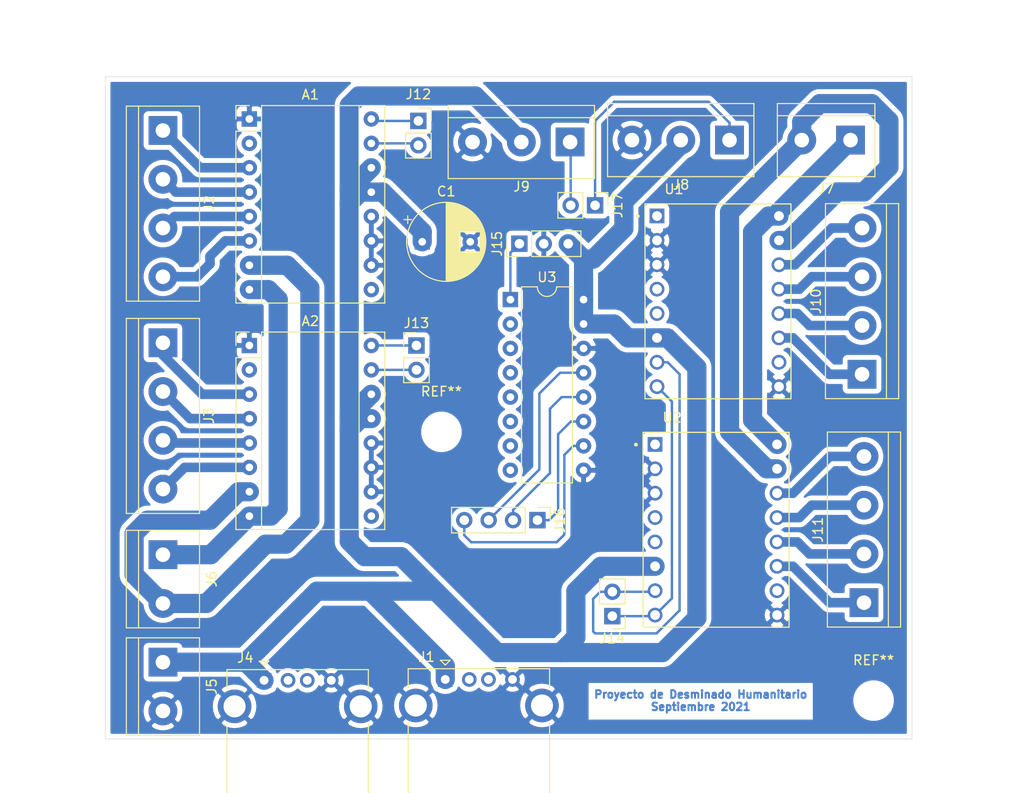
<source format=kicad_pcb>
(kicad_pcb (version 20171130) (host pcbnew 5.1.9-73d0e3b20d~88~ubuntu18.04.1)

  (general
    (thickness 1.6)
    (drawings 11)
    (tracks 187)
    (zones 0)
    (modules 25)
    (nets 59)
  )

  (page A4)
  (layers
    (0 F.Cu signal hide)
    (31 B.Cu signal)
    (32 B.Adhes user hide)
    (33 F.Adhes user hide)
    (34 B.Paste user)
    (35 F.Paste user)
    (36 B.SilkS user)
    (37 F.SilkS user)
    (38 B.Mask user)
    (39 F.Mask user)
    (40 Dwgs.User user)
    (41 Cmts.User user)
    (42 Eco1.User user hide)
    (43 Eco2.User user)
    (44 Edge.Cuts user)
    (45 Margin user)
    (46 B.CrtYd user)
    (47 F.CrtYd user)
    (48 B.Fab user)
    (49 F.Fab user)
  )

  (setup
    (last_trace_width 0.25)
    (user_trace_width 0.25)
    (user_trace_width 1)
    (user_trace_width 2)
    (trace_clearance 0.4)
    (zone_clearance 0.508)
    (zone_45_only yes)
    (trace_min 0.2)
    (via_size 0.8)
    (via_drill 0.4)
    (via_min_size 0.4)
    (via_min_drill 0.3)
    (uvia_size 0.3)
    (uvia_drill 0.1)
    (uvias_allowed no)
    (uvia_min_size 0.2)
    (uvia_min_drill 0.1)
    (edge_width 0.05)
    (segment_width 0.2)
    (pcb_text_width 0.3)
    (pcb_text_size 1.5 1.5)
    (mod_edge_width 0.12)
    (mod_text_size 1 1)
    (mod_text_width 0.15)
    (pad_size 1.524 1.524)
    (pad_drill 0.762)
    (pad_to_mask_clearance 0)
    (aux_axis_origin 0 0)
    (visible_elements FFFFFF7F)
    (pcbplotparams
      (layerselection 0x00055_fffffffe)
      (usegerberextensions true)
      (usegerberattributes true)
      (usegerberadvancedattributes true)
      (creategerberjobfile false)
      (excludeedgelayer false)
      (linewidth 0.100000)
      (plotframeref false)
      (viasonmask false)
      (mode 1)
      (useauxorigin false)
      (hpglpennumber 1)
      (hpglpenspeed 20)
      (hpglpendiameter 15.000000)
      (psnegative false)
      (psa4output false)
      (plotreference false)
      (plotvalue false)
      (plotinvisibletext false)
      (padsonsilk false)
      (subtractmaskfromsilk false)
      (outputformat 1)
      (mirror false)
      (drillshape 0)
      (scaleselection 1)
      (outputdirectory "PCB_GPR20/"))
  )

  (net 0 "")
  (net 1 GND)
  (net 2 "Net-(A1-Pad9)")
  (net 3 "Net-(A1-Pad2)")
  (net 4 "Net-(A1-Pad3)")
  (net 5 "Net-(A1-Pad4)")
  (net 6 "Net-(A1-Pad5)")
  (net 7 5V)
  (net 8 "Net-(A1-Pad6)")
  (net 9 9V-)
  (net 10 BOARD15)
  (net 11 9V+)
  (net 12 BOARD13)
  (net 13 BOARD16)
  (net 14 BOARD18)
  (net 15 "Net-(A2-Pad6)")
  (net 16 "Net-(A2-Pad5)")
  (net 17 "Net-(A2-Pad4)")
  (net 18 "Net-(A2-Pad3)")
  (net 19 "Net-(A2-Pad2)")
  (net 20 "Net-(A2-Pad9)")
  (net 21 "Net-(J1-Pad3)")
  (net 22 "Net-(J1-Pad2)")
  (net 23 "Net-(J4-Pad2)")
  (net 24 "Net-(J4-Pad3)")
  (net 25 3V3+)
  (net 26 3V3-)
  (net 27 BOARD07)
  (net 28 BOARD11)
  (net 29 "Net-(J10-Pad4)")
  (net 30 "Net-(J10-Pad1)")
  (net 31 "Net-(J10-Pad3)")
  (net 32 "Net-(J10-Pad2)")
  (net 33 "Net-(J11-Pad2)")
  (net 34 "Net-(J11-Pad3)")
  (net 35 "Net-(J11-Pad1)")
  (net 36 "Net-(J11-Pad4)")
  (net 37 BOARD40)
  (net 38 BOARD38)
  (net 39 "Net-(J15-Pad1)")
  (net 40 BOARD19)
  (net 41 BOARD21)
  (net 42 BOARD23)
  (net 43 BOARD24)
  (net 44 "Net-(U1-Pad4)")
  (net 45 "Net-(U1-Pad5)")
  (net 46 "Net-(U1-Pad1)")
  (net 47 "Net-(U1-Pad10)")
  (net 48 "Net-(U2-Pad10)")
  (net 49 "Net-(U2-Pad1)")
  (net 50 "Net-(U2-Pad5)")
  (net 51 "Net-(U2-Pad4)")
  (net 52 "Net-(U3-Pad2)")
  (net 53 "Net-(U3-Pad3)")
  (net 54 "Net-(U3-Pad4)")
  (net 55 "Net-(U3-Pad5)")
  (net 56 "Net-(U3-Pad6)")
  (net 57 "Net-(U3-Pad7)")
  (net 58 "Net-(U3-Pad8)")

  (net_class Default "This is the default net class."
    (clearance 0.4)
    (trace_width 0.25)
    (via_dia 0.8)
    (via_drill 0.4)
    (uvia_dia 0.3)
    (uvia_drill 0.1)
    (add_net 3V3+)
    (add_net 3V3-)
    (add_net 5V)
    (add_net 9V+)
    (add_net 9V-)
    (add_net BOARD07)
    (add_net BOARD11)
    (add_net BOARD13)
    (add_net BOARD15)
    (add_net BOARD16)
    (add_net BOARD18)
    (add_net BOARD19)
    (add_net BOARD21)
    (add_net BOARD23)
    (add_net BOARD24)
    (add_net BOARD38)
    (add_net BOARD40)
    (add_net GND)
    (add_net "Net-(A1-Pad2)")
    (add_net "Net-(A1-Pad3)")
    (add_net "Net-(A1-Pad4)")
    (add_net "Net-(A1-Pad5)")
    (add_net "Net-(A1-Pad6)")
    (add_net "Net-(A1-Pad9)")
    (add_net "Net-(A2-Pad2)")
    (add_net "Net-(A2-Pad3)")
    (add_net "Net-(A2-Pad4)")
    (add_net "Net-(A2-Pad5)")
    (add_net "Net-(A2-Pad6)")
    (add_net "Net-(A2-Pad9)")
    (add_net "Net-(J1-Pad2)")
    (add_net "Net-(J1-Pad3)")
    (add_net "Net-(J10-Pad1)")
    (add_net "Net-(J10-Pad2)")
    (add_net "Net-(J10-Pad3)")
    (add_net "Net-(J10-Pad4)")
    (add_net "Net-(J11-Pad1)")
    (add_net "Net-(J11-Pad2)")
    (add_net "Net-(J11-Pad3)")
    (add_net "Net-(J11-Pad4)")
    (add_net "Net-(J15-Pad1)")
    (add_net "Net-(J4-Pad2)")
    (add_net "Net-(J4-Pad3)")
    (add_net "Net-(U1-Pad1)")
    (add_net "Net-(U1-Pad10)")
    (add_net "Net-(U1-Pad4)")
    (add_net "Net-(U1-Pad5)")
    (add_net "Net-(U2-Pad1)")
    (add_net "Net-(U2-Pad10)")
    (add_net "Net-(U2-Pad4)")
    (add_net "Net-(U2-Pad5)")
    (add_net "Net-(U3-Pad2)")
    (add_net "Net-(U3-Pad3)")
    (add_net "Net-(U3-Pad4)")
    (add_net "Net-(U3-Pad5)")
    (add_net "Net-(U3-Pad6)")
    (add_net "Net-(U3-Pad7)")
    (add_net "Net-(U3-Pad8)")
  )

  (module MountingHole:MountingHole_3.2mm_M3 (layer F.Cu) (tedit 56D1B4CB) (tstamp 613FA805)
    (at 193 70)
    (descr "Mounting Hole 3.2mm, no annular, M3")
    (tags "mounting hole 3.2mm no annular m3")
    (attr virtual)
    (fp_text reference REF** (at 0 -4.2) (layer F.SilkS)
      (effects (font (size 1 1) (thickness 0.15)))
    )
    (fp_text value MountingHole_3.2mm_M3 (at 0 4.2) (layer F.Fab)
      (effects (font (size 1 1) (thickness 0.15)))
    )
    (fp_circle (center 0 0) (end 3.2 0) (layer Cmts.User) (width 0.15))
    (fp_circle (center 0 0) (end 3.45 0) (layer F.CrtYd) (width 0.05))
    (fp_text user %R (at 0.3 0) (layer F.Fab)
      (effects (font (size 1 1) (thickness 0.15)))
    )
    (pad 1 np_thru_hole circle (at 0 0) (size 3.2 3.2) (drill 3.2) (layers *.Cu *.Mask))
  )

  (module MountingHole:MountingHole_3.2mm_M3 (layer F.Cu) (tedit 56D1B4CB) (tstamp 613FAC1C)
    (at 238 98)
    (descr "Mounting Hole 3.2mm, no annular, M3")
    (tags "mounting hole 3.2mm no annular m3")
    (attr virtual)
    (fp_text reference REF** (at 0 -4.2) (layer F.SilkS)
      (effects (font (size 1 1) (thickness 0.15)))
    )
    (fp_text value MountingHole_3.2mm_M3 (at 0 4.2) (layer F.Fab)
      (effects (font (size 1 1) (thickness 0.15)))
    )
    (fp_circle (center 0 0) (end 3.2 0) (layer Cmts.User) (width 0.15))
    (fp_circle (center 0 0) (end 3.45 0) (layer F.CrtYd) (width 0.05))
    (fp_text user %R (at 0.3 0) (layer F.Fab)
      (effects (font (size 1 1) (thickness 0.15)))
    )
    (pad 1 np_thru_hole circle (at 0 0) (size 3.2 3.2) (drill 3.2) (layers *.Cu *.Mask))
  )

  (module Module:Pololu_Breakout-16_15.2x20.3mm (layer F.Cu) (tedit 58AB602C) (tstamp 613FAC79)
    (at 173 37.4)
    (descr "Pololu Breakout 16-pin 15.2x20.3mm 0.6x0.8\\")
    (tags "Pololu Breakout")
    (path /613CE3A8)
    (fp_text reference A1 (at 6.35 -2.54) (layer F.SilkS)
      (effects (font (size 1 1) (thickness 0.15)))
    )
    (fp_text value Pololu_Breakout_DRV8825 (at 6.35 20.17) (layer F.Fab)
      (effects (font (size 1 1) (thickness 0.15)))
    )
    (fp_line (start 14.21 19.3) (end -1.53 19.3) (layer F.CrtYd) (width 0.05))
    (fp_line (start 14.21 19.3) (end 14.21 -1.52) (layer F.CrtYd) (width 0.05))
    (fp_line (start -1.53 -1.52) (end -1.53 19.3) (layer F.CrtYd) (width 0.05))
    (fp_line (start -1.53 -1.52) (end 14.21 -1.52) (layer F.CrtYd) (width 0.05))
    (fp_line (start -1.27 19.05) (end -1.27 0) (layer F.Fab) (width 0.1))
    (fp_line (start 13.97 19.05) (end -1.27 19.05) (layer F.Fab) (width 0.1))
    (fp_line (start 13.97 -1.27) (end 13.97 19.05) (layer F.Fab) (width 0.1))
    (fp_line (start 0 -1.27) (end 13.97 -1.27) (layer F.Fab) (width 0.1))
    (fp_line (start -1.27 0) (end 0 -1.27) (layer F.Fab) (width 0.1))
    (fp_line (start 14.1 -1.4) (end 1.27 -1.4) (layer F.SilkS) (width 0.12))
    (fp_line (start 14.1 19.18) (end 14.1 -1.4) (layer F.SilkS) (width 0.12))
    (fp_line (start -1.4 19.18) (end 14.1 19.18) (layer F.SilkS) (width 0.12))
    (fp_line (start -1.4 1.27) (end -1.4 19.18) (layer F.SilkS) (width 0.12))
    (fp_line (start 1.27 1.27) (end -1.4 1.27) (layer F.SilkS) (width 0.12))
    (fp_line (start 1.27 -1.4) (end 1.27 1.27) (layer F.SilkS) (width 0.12))
    (fp_line (start -1.4 -1.4) (end -1.4 0) (layer F.SilkS) (width 0.12))
    (fp_line (start 0 -1.4) (end -1.4 -1.4) (layer F.SilkS) (width 0.12))
    (fp_line (start 1.27 1.27) (end 1.27 19.18) (layer F.SilkS) (width 0.12))
    (fp_line (start 11.43 -1.4) (end 11.43 19.18) (layer F.SilkS) (width 0.12))
    (fp_text user %R (at 6.35 0) (layer F.Fab)
      (effects (font (size 1 1) (thickness 0.15)))
    )
    (pad 16 thru_hole oval (at 12.7 0) (size 1.6 1.6) (drill 0.8) (layers *.Cu *.Mask)
      (net 12 BOARD13))
    (pad 8 thru_hole oval (at 0 17.78) (size 1.6 1.6) (drill 0.8) (layers *.Cu *.Mask)
      (net 11 9V+))
    (pad 15 thru_hole oval (at 12.7 2.54) (size 1.6 1.6) (drill 0.8) (layers *.Cu *.Mask)
      (net 10 BOARD15))
    (pad 7 thru_hole oval (at 0 15.24) (size 1.6 1.6) (drill 0.8) (layers *.Cu *.Mask)
      (net 9 9V-))
    (pad 14 thru_hole oval (at 12.7 5.08) (size 1.6 1.6) (drill 0.8) (layers *.Cu *.Mask)
      (net 7 5V))
    (pad 6 thru_hole oval (at 0 12.7) (size 1.6 1.6) (drill 0.8) (layers *.Cu *.Mask)
      (net 8 "Net-(A1-Pad6)"))
    (pad 13 thru_hole oval (at 12.7 7.62) (size 1.6 1.6) (drill 0.8) (layers *.Cu *.Mask)
      (net 7 5V))
    (pad 5 thru_hole oval (at 0 10.16) (size 1.6 1.6) (drill 0.8) (layers *.Cu *.Mask)
      (net 6 "Net-(A1-Pad5)"))
    (pad 12 thru_hole oval (at 12.7 10.16) (size 1.6 1.6) (drill 0.8) (layers *.Cu *.Mask)
      (net 1 GND))
    (pad 4 thru_hole oval (at 0 7.62) (size 1.6 1.6) (drill 0.8) (layers *.Cu *.Mask)
      (net 5 "Net-(A1-Pad4)"))
    (pad 11 thru_hole oval (at 12.7 12.7) (size 1.6 1.6) (drill 0.8) (layers *.Cu *.Mask)
      (net 1 GND))
    (pad 3 thru_hole oval (at 0 5.08) (size 1.6 1.6) (drill 0.8) (layers *.Cu *.Mask)
      (net 4 "Net-(A1-Pad3)"))
    (pad 10 thru_hole oval (at 12.7 15.24) (size 1.6 1.6) (drill 0.8) (layers *.Cu *.Mask)
      (net 1 GND))
    (pad 2 thru_hole oval (at 0 2.54) (size 1.6 1.6) (drill 0.8) (layers *.Cu *.Mask)
      (net 3 "Net-(A1-Pad2)"))
    (pad 9 thru_hole oval (at 12.7 17.78) (size 1.6 1.6) (drill 0.8) (layers *.Cu *.Mask)
      (net 2 "Net-(A1-Pad9)"))
    (pad 1 thru_hole rect (at 0 0) (size 1.6 1.6) (drill 0.8) (layers *.Cu *.Mask)
      (net 1 GND))
    (model ${KISYS3DMOD}/Module.3dshapes/Pololu_Breakout-16_15.2x20.3mm.wrl
      (at (xyz 0 0 0))
      (scale (xyz 1 1 1))
      (rotate (xyz 0 0 0))
    )
  )

  (module Module:Pololu_Breakout-16_15.2x20.3mm (layer F.Cu) (tedit 58AB602C) (tstamp 613FACA1)
    (at 173 61)
    (descr "Pololu Breakout 16-pin 15.2x20.3mm 0.6x0.8\\")
    (tags "Pololu Breakout")
    (path /613CFE28)
    (fp_text reference A2 (at 6.35 -2.54) (layer F.SilkS)
      (effects (font (size 1 1) (thickness 0.15)))
    )
    (fp_text value Pololu_Breakout_DRV8825 (at 6.35 20.17) (layer F.Fab)
      (effects (font (size 1 1) (thickness 0.15)))
    )
    (fp_line (start 11.43 -1.4) (end 11.43 19.18) (layer F.SilkS) (width 0.12))
    (fp_line (start 1.27 1.27) (end 1.27 19.18) (layer F.SilkS) (width 0.12))
    (fp_line (start 0 -1.4) (end -1.4 -1.4) (layer F.SilkS) (width 0.12))
    (fp_line (start -1.4 -1.4) (end -1.4 0) (layer F.SilkS) (width 0.12))
    (fp_line (start 1.27 -1.4) (end 1.27 1.27) (layer F.SilkS) (width 0.12))
    (fp_line (start 1.27 1.27) (end -1.4 1.27) (layer F.SilkS) (width 0.12))
    (fp_line (start -1.4 1.27) (end -1.4 19.18) (layer F.SilkS) (width 0.12))
    (fp_line (start -1.4 19.18) (end 14.1 19.18) (layer F.SilkS) (width 0.12))
    (fp_line (start 14.1 19.18) (end 14.1 -1.4) (layer F.SilkS) (width 0.12))
    (fp_line (start 14.1 -1.4) (end 1.27 -1.4) (layer F.SilkS) (width 0.12))
    (fp_line (start -1.27 0) (end 0 -1.27) (layer F.Fab) (width 0.1))
    (fp_line (start 0 -1.27) (end 13.97 -1.27) (layer F.Fab) (width 0.1))
    (fp_line (start 13.97 -1.27) (end 13.97 19.05) (layer F.Fab) (width 0.1))
    (fp_line (start 13.97 19.05) (end -1.27 19.05) (layer F.Fab) (width 0.1))
    (fp_line (start -1.27 19.05) (end -1.27 0) (layer F.Fab) (width 0.1))
    (fp_line (start -1.53 -1.52) (end 14.21 -1.52) (layer F.CrtYd) (width 0.05))
    (fp_line (start -1.53 -1.52) (end -1.53 19.3) (layer F.CrtYd) (width 0.05))
    (fp_line (start 14.21 19.3) (end 14.21 -1.52) (layer F.CrtYd) (width 0.05))
    (fp_line (start 14.21 19.3) (end -1.53 19.3) (layer F.CrtYd) (width 0.05))
    (fp_text user %R (at 6.35 0) (layer F.Fab)
      (effects (font (size 1 1) (thickness 0.15)))
    )
    (pad 1 thru_hole rect (at 0 0) (size 1.6 1.6) (drill 0.8) (layers *.Cu *.Mask)
      (net 1 GND))
    (pad 9 thru_hole oval (at 12.7 17.78) (size 1.6 1.6) (drill 0.8) (layers *.Cu *.Mask)
      (net 20 "Net-(A2-Pad9)"))
    (pad 2 thru_hole oval (at 0 2.54) (size 1.6 1.6) (drill 0.8) (layers *.Cu *.Mask)
      (net 19 "Net-(A2-Pad2)"))
    (pad 10 thru_hole oval (at 12.7 15.24) (size 1.6 1.6) (drill 0.8) (layers *.Cu *.Mask)
      (net 1 GND))
    (pad 3 thru_hole oval (at 0 5.08) (size 1.6 1.6) (drill 0.8) (layers *.Cu *.Mask)
      (net 18 "Net-(A2-Pad3)"))
    (pad 11 thru_hole oval (at 12.7 12.7) (size 1.6 1.6) (drill 0.8) (layers *.Cu *.Mask)
      (net 1 GND))
    (pad 4 thru_hole oval (at 0 7.62) (size 1.6 1.6) (drill 0.8) (layers *.Cu *.Mask)
      (net 17 "Net-(A2-Pad4)"))
    (pad 12 thru_hole oval (at 12.7 10.16) (size 1.6 1.6) (drill 0.8) (layers *.Cu *.Mask)
      (net 1 GND))
    (pad 5 thru_hole oval (at 0 10.16) (size 1.6 1.6) (drill 0.8) (layers *.Cu *.Mask)
      (net 16 "Net-(A2-Pad5)"))
    (pad 13 thru_hole oval (at 12.7 7.62) (size 1.6 1.6) (drill 0.8) (layers *.Cu *.Mask)
      (net 7 5V))
    (pad 6 thru_hole oval (at 0 12.7) (size 1.6 1.6) (drill 0.8) (layers *.Cu *.Mask)
      (net 15 "Net-(A2-Pad6)"))
    (pad 14 thru_hole oval (at 12.7 5.08) (size 1.6 1.6) (drill 0.8) (layers *.Cu *.Mask)
      (net 7 5V))
    (pad 7 thru_hole oval (at 0 15.24) (size 1.6 1.6) (drill 0.8) (layers *.Cu *.Mask)
      (net 9 9V-))
    (pad 15 thru_hole oval (at 12.7 2.54) (size 1.6 1.6) (drill 0.8) (layers *.Cu *.Mask)
      (net 14 BOARD18))
    (pad 8 thru_hole oval (at 0 17.78) (size 1.6 1.6) (drill 0.8) (layers *.Cu *.Mask)
      (net 11 9V+))
    (pad 16 thru_hole oval (at 12.7 0) (size 1.6 1.6) (drill 0.8) (layers *.Cu *.Mask)
      (net 13 BOARD16))
    (model ${KISYS3DMOD}/Module.3dshapes/Pololu_Breakout-16_15.2x20.3mm.wrl
      (at (xyz 0 0 0))
      (scale (xyz 1 1 1))
      (rotate (xyz 0 0 0))
    )
  )

  (module Capacitor_THT:CP_Radial_D8.0mm_P5.00mm (layer F.Cu) (tedit 5AE50EF0) (tstamp 613FE0D2)
    (at 191 50.2)
    (descr "CP, Radial series, Radial, pin pitch=5.00mm, , diameter=8mm, Electrolytic Capacitor")
    (tags "CP Radial series Radial pin pitch 5.00mm  diameter 8mm Electrolytic Capacitor")
    (path /613C3B60)
    (fp_text reference C1 (at 2.5 -5.25) (layer F.SilkS)
      (effects (font (size 1 1) (thickness 0.15)))
    )
    (fp_text value 1000uF (at 2.5 5.25) (layer F.Fab)
      (effects (font (size 1 1) (thickness 0.15)))
    )
    (fp_circle (center 2.5 0) (end 6.5 0) (layer F.Fab) (width 0.1))
    (fp_circle (center 2.5 0) (end 6.62 0) (layer F.SilkS) (width 0.12))
    (fp_circle (center 2.5 0) (end 6.75 0) (layer F.CrtYd) (width 0.05))
    (fp_line (start -0.926759 -1.7475) (end -0.126759 -1.7475) (layer F.Fab) (width 0.1))
    (fp_line (start -0.526759 -2.1475) (end -0.526759 -1.3475) (layer F.Fab) (width 0.1))
    (fp_line (start 2.5 -4.08) (end 2.5 4.08) (layer F.SilkS) (width 0.12))
    (fp_line (start 2.54 -4.08) (end 2.54 4.08) (layer F.SilkS) (width 0.12))
    (fp_line (start 2.58 -4.08) (end 2.58 4.08) (layer F.SilkS) (width 0.12))
    (fp_line (start 2.62 -4.079) (end 2.62 4.079) (layer F.SilkS) (width 0.12))
    (fp_line (start 2.66 -4.077) (end 2.66 4.077) (layer F.SilkS) (width 0.12))
    (fp_line (start 2.7 -4.076) (end 2.7 4.076) (layer F.SilkS) (width 0.12))
    (fp_line (start 2.74 -4.074) (end 2.74 4.074) (layer F.SilkS) (width 0.12))
    (fp_line (start 2.78 -4.071) (end 2.78 4.071) (layer F.SilkS) (width 0.12))
    (fp_line (start 2.82 -4.068) (end 2.82 4.068) (layer F.SilkS) (width 0.12))
    (fp_line (start 2.86 -4.065) (end 2.86 4.065) (layer F.SilkS) (width 0.12))
    (fp_line (start 2.9 -4.061) (end 2.9 4.061) (layer F.SilkS) (width 0.12))
    (fp_line (start 2.94 -4.057) (end 2.94 4.057) (layer F.SilkS) (width 0.12))
    (fp_line (start 2.98 -4.052) (end 2.98 4.052) (layer F.SilkS) (width 0.12))
    (fp_line (start 3.02 -4.048) (end 3.02 4.048) (layer F.SilkS) (width 0.12))
    (fp_line (start 3.06 -4.042) (end 3.06 4.042) (layer F.SilkS) (width 0.12))
    (fp_line (start 3.1 -4.037) (end 3.1 4.037) (layer F.SilkS) (width 0.12))
    (fp_line (start 3.14 -4.03) (end 3.14 4.03) (layer F.SilkS) (width 0.12))
    (fp_line (start 3.18 -4.024) (end 3.18 4.024) (layer F.SilkS) (width 0.12))
    (fp_line (start 3.221 -4.017) (end 3.221 4.017) (layer F.SilkS) (width 0.12))
    (fp_line (start 3.261 -4.01) (end 3.261 4.01) (layer F.SilkS) (width 0.12))
    (fp_line (start 3.301 -4.002) (end 3.301 4.002) (layer F.SilkS) (width 0.12))
    (fp_line (start 3.341 -3.994) (end 3.341 3.994) (layer F.SilkS) (width 0.12))
    (fp_line (start 3.381 -3.985) (end 3.381 3.985) (layer F.SilkS) (width 0.12))
    (fp_line (start 3.421 -3.976) (end 3.421 3.976) (layer F.SilkS) (width 0.12))
    (fp_line (start 3.461 -3.967) (end 3.461 3.967) (layer F.SilkS) (width 0.12))
    (fp_line (start 3.501 -3.957) (end 3.501 3.957) (layer F.SilkS) (width 0.12))
    (fp_line (start 3.541 -3.947) (end 3.541 3.947) (layer F.SilkS) (width 0.12))
    (fp_line (start 3.581 -3.936) (end 3.581 3.936) (layer F.SilkS) (width 0.12))
    (fp_line (start 3.621 -3.925) (end 3.621 3.925) (layer F.SilkS) (width 0.12))
    (fp_line (start 3.661 -3.914) (end 3.661 3.914) (layer F.SilkS) (width 0.12))
    (fp_line (start 3.701 -3.902) (end 3.701 3.902) (layer F.SilkS) (width 0.12))
    (fp_line (start 3.741 -3.889) (end 3.741 3.889) (layer F.SilkS) (width 0.12))
    (fp_line (start 3.781 -3.877) (end 3.781 3.877) (layer F.SilkS) (width 0.12))
    (fp_line (start 3.821 -3.863) (end 3.821 3.863) (layer F.SilkS) (width 0.12))
    (fp_line (start 3.861 -3.85) (end 3.861 3.85) (layer F.SilkS) (width 0.12))
    (fp_line (start 3.901 -3.835) (end 3.901 3.835) (layer F.SilkS) (width 0.12))
    (fp_line (start 3.941 -3.821) (end 3.941 3.821) (layer F.SilkS) (width 0.12))
    (fp_line (start 3.981 -3.805) (end 3.981 -1.04) (layer F.SilkS) (width 0.12))
    (fp_line (start 3.981 1.04) (end 3.981 3.805) (layer F.SilkS) (width 0.12))
    (fp_line (start 4.021 -3.79) (end 4.021 -1.04) (layer F.SilkS) (width 0.12))
    (fp_line (start 4.021 1.04) (end 4.021 3.79) (layer F.SilkS) (width 0.12))
    (fp_line (start 4.061 -3.774) (end 4.061 -1.04) (layer F.SilkS) (width 0.12))
    (fp_line (start 4.061 1.04) (end 4.061 3.774) (layer F.SilkS) (width 0.12))
    (fp_line (start 4.101 -3.757) (end 4.101 -1.04) (layer F.SilkS) (width 0.12))
    (fp_line (start 4.101 1.04) (end 4.101 3.757) (layer F.SilkS) (width 0.12))
    (fp_line (start 4.141 -3.74) (end 4.141 -1.04) (layer F.SilkS) (width 0.12))
    (fp_line (start 4.141 1.04) (end 4.141 3.74) (layer F.SilkS) (width 0.12))
    (fp_line (start 4.181 -3.722) (end 4.181 -1.04) (layer F.SilkS) (width 0.12))
    (fp_line (start 4.181 1.04) (end 4.181 3.722) (layer F.SilkS) (width 0.12))
    (fp_line (start 4.221 -3.704) (end 4.221 -1.04) (layer F.SilkS) (width 0.12))
    (fp_line (start 4.221 1.04) (end 4.221 3.704) (layer F.SilkS) (width 0.12))
    (fp_line (start 4.261 -3.686) (end 4.261 -1.04) (layer F.SilkS) (width 0.12))
    (fp_line (start 4.261 1.04) (end 4.261 3.686) (layer F.SilkS) (width 0.12))
    (fp_line (start 4.301 -3.666) (end 4.301 -1.04) (layer F.SilkS) (width 0.12))
    (fp_line (start 4.301 1.04) (end 4.301 3.666) (layer F.SilkS) (width 0.12))
    (fp_line (start 4.341 -3.647) (end 4.341 -1.04) (layer F.SilkS) (width 0.12))
    (fp_line (start 4.341 1.04) (end 4.341 3.647) (layer F.SilkS) (width 0.12))
    (fp_line (start 4.381 -3.627) (end 4.381 -1.04) (layer F.SilkS) (width 0.12))
    (fp_line (start 4.381 1.04) (end 4.381 3.627) (layer F.SilkS) (width 0.12))
    (fp_line (start 4.421 -3.606) (end 4.421 -1.04) (layer F.SilkS) (width 0.12))
    (fp_line (start 4.421 1.04) (end 4.421 3.606) (layer F.SilkS) (width 0.12))
    (fp_line (start 4.461 -3.584) (end 4.461 -1.04) (layer F.SilkS) (width 0.12))
    (fp_line (start 4.461 1.04) (end 4.461 3.584) (layer F.SilkS) (width 0.12))
    (fp_line (start 4.501 -3.562) (end 4.501 -1.04) (layer F.SilkS) (width 0.12))
    (fp_line (start 4.501 1.04) (end 4.501 3.562) (layer F.SilkS) (width 0.12))
    (fp_line (start 4.541 -3.54) (end 4.541 -1.04) (layer F.SilkS) (width 0.12))
    (fp_line (start 4.541 1.04) (end 4.541 3.54) (layer F.SilkS) (width 0.12))
    (fp_line (start 4.581 -3.517) (end 4.581 -1.04) (layer F.SilkS) (width 0.12))
    (fp_line (start 4.581 1.04) (end 4.581 3.517) (layer F.SilkS) (width 0.12))
    (fp_line (start 4.621 -3.493) (end 4.621 -1.04) (layer F.SilkS) (width 0.12))
    (fp_line (start 4.621 1.04) (end 4.621 3.493) (layer F.SilkS) (width 0.12))
    (fp_line (start 4.661 -3.469) (end 4.661 -1.04) (layer F.SilkS) (width 0.12))
    (fp_line (start 4.661 1.04) (end 4.661 3.469) (layer F.SilkS) (width 0.12))
    (fp_line (start 4.701 -3.444) (end 4.701 -1.04) (layer F.SilkS) (width 0.12))
    (fp_line (start 4.701 1.04) (end 4.701 3.444) (layer F.SilkS) (width 0.12))
    (fp_line (start 4.741 -3.418) (end 4.741 -1.04) (layer F.SilkS) (width 0.12))
    (fp_line (start 4.741 1.04) (end 4.741 3.418) (layer F.SilkS) (width 0.12))
    (fp_line (start 4.781 -3.392) (end 4.781 -1.04) (layer F.SilkS) (width 0.12))
    (fp_line (start 4.781 1.04) (end 4.781 3.392) (layer F.SilkS) (width 0.12))
    (fp_line (start 4.821 -3.365) (end 4.821 -1.04) (layer F.SilkS) (width 0.12))
    (fp_line (start 4.821 1.04) (end 4.821 3.365) (layer F.SilkS) (width 0.12))
    (fp_line (start 4.861 -3.338) (end 4.861 -1.04) (layer F.SilkS) (width 0.12))
    (fp_line (start 4.861 1.04) (end 4.861 3.338) (layer F.SilkS) (width 0.12))
    (fp_line (start 4.901 -3.309) (end 4.901 -1.04) (layer F.SilkS) (width 0.12))
    (fp_line (start 4.901 1.04) (end 4.901 3.309) (layer F.SilkS) (width 0.12))
    (fp_line (start 4.941 -3.28) (end 4.941 -1.04) (layer F.SilkS) (width 0.12))
    (fp_line (start 4.941 1.04) (end 4.941 3.28) (layer F.SilkS) (width 0.12))
    (fp_line (start 4.981 -3.25) (end 4.981 -1.04) (layer F.SilkS) (width 0.12))
    (fp_line (start 4.981 1.04) (end 4.981 3.25) (layer F.SilkS) (width 0.12))
    (fp_line (start 5.021 -3.22) (end 5.021 -1.04) (layer F.SilkS) (width 0.12))
    (fp_line (start 5.021 1.04) (end 5.021 3.22) (layer F.SilkS) (width 0.12))
    (fp_line (start 5.061 -3.189) (end 5.061 -1.04) (layer F.SilkS) (width 0.12))
    (fp_line (start 5.061 1.04) (end 5.061 3.189) (layer F.SilkS) (width 0.12))
    (fp_line (start 5.101 -3.156) (end 5.101 -1.04) (layer F.SilkS) (width 0.12))
    (fp_line (start 5.101 1.04) (end 5.101 3.156) (layer F.SilkS) (width 0.12))
    (fp_line (start 5.141 -3.124) (end 5.141 -1.04) (layer F.SilkS) (width 0.12))
    (fp_line (start 5.141 1.04) (end 5.141 3.124) (layer F.SilkS) (width 0.12))
    (fp_line (start 5.181 -3.09) (end 5.181 -1.04) (layer F.SilkS) (width 0.12))
    (fp_line (start 5.181 1.04) (end 5.181 3.09) (layer F.SilkS) (width 0.12))
    (fp_line (start 5.221 -3.055) (end 5.221 -1.04) (layer F.SilkS) (width 0.12))
    (fp_line (start 5.221 1.04) (end 5.221 3.055) (layer F.SilkS) (width 0.12))
    (fp_line (start 5.261 -3.019) (end 5.261 -1.04) (layer F.SilkS) (width 0.12))
    (fp_line (start 5.261 1.04) (end 5.261 3.019) (layer F.SilkS) (width 0.12))
    (fp_line (start 5.301 -2.983) (end 5.301 -1.04) (layer F.SilkS) (width 0.12))
    (fp_line (start 5.301 1.04) (end 5.301 2.983) (layer F.SilkS) (width 0.12))
    (fp_line (start 5.341 -2.945) (end 5.341 -1.04) (layer F.SilkS) (width 0.12))
    (fp_line (start 5.341 1.04) (end 5.341 2.945) (layer F.SilkS) (width 0.12))
    (fp_line (start 5.381 -2.907) (end 5.381 -1.04) (layer F.SilkS) (width 0.12))
    (fp_line (start 5.381 1.04) (end 5.381 2.907) (layer F.SilkS) (width 0.12))
    (fp_line (start 5.421 -2.867) (end 5.421 -1.04) (layer F.SilkS) (width 0.12))
    (fp_line (start 5.421 1.04) (end 5.421 2.867) (layer F.SilkS) (width 0.12))
    (fp_line (start 5.461 -2.826) (end 5.461 -1.04) (layer F.SilkS) (width 0.12))
    (fp_line (start 5.461 1.04) (end 5.461 2.826) (layer F.SilkS) (width 0.12))
    (fp_line (start 5.501 -2.784) (end 5.501 -1.04) (layer F.SilkS) (width 0.12))
    (fp_line (start 5.501 1.04) (end 5.501 2.784) (layer F.SilkS) (width 0.12))
    (fp_line (start 5.541 -2.741) (end 5.541 -1.04) (layer F.SilkS) (width 0.12))
    (fp_line (start 5.541 1.04) (end 5.541 2.741) (layer F.SilkS) (width 0.12))
    (fp_line (start 5.581 -2.697) (end 5.581 -1.04) (layer F.SilkS) (width 0.12))
    (fp_line (start 5.581 1.04) (end 5.581 2.697) (layer F.SilkS) (width 0.12))
    (fp_line (start 5.621 -2.651) (end 5.621 -1.04) (layer F.SilkS) (width 0.12))
    (fp_line (start 5.621 1.04) (end 5.621 2.651) (layer F.SilkS) (width 0.12))
    (fp_line (start 5.661 -2.604) (end 5.661 -1.04) (layer F.SilkS) (width 0.12))
    (fp_line (start 5.661 1.04) (end 5.661 2.604) (layer F.SilkS) (width 0.12))
    (fp_line (start 5.701 -2.556) (end 5.701 -1.04) (layer F.SilkS) (width 0.12))
    (fp_line (start 5.701 1.04) (end 5.701 2.556) (layer F.SilkS) (width 0.12))
    (fp_line (start 5.741 -2.505) (end 5.741 -1.04) (layer F.SilkS) (width 0.12))
    (fp_line (start 5.741 1.04) (end 5.741 2.505) (layer F.SilkS) (width 0.12))
    (fp_line (start 5.781 -2.454) (end 5.781 -1.04) (layer F.SilkS) (width 0.12))
    (fp_line (start 5.781 1.04) (end 5.781 2.454) (layer F.SilkS) (width 0.12))
    (fp_line (start 5.821 -2.4) (end 5.821 -1.04) (layer F.SilkS) (width 0.12))
    (fp_line (start 5.821 1.04) (end 5.821 2.4) (layer F.SilkS) (width 0.12))
    (fp_line (start 5.861 -2.345) (end 5.861 -1.04) (layer F.SilkS) (width 0.12))
    (fp_line (start 5.861 1.04) (end 5.861 2.345) (layer F.SilkS) (width 0.12))
    (fp_line (start 5.901 -2.287) (end 5.901 -1.04) (layer F.SilkS) (width 0.12))
    (fp_line (start 5.901 1.04) (end 5.901 2.287) (layer F.SilkS) (width 0.12))
    (fp_line (start 5.941 -2.228) (end 5.941 -1.04) (layer F.SilkS) (width 0.12))
    (fp_line (start 5.941 1.04) (end 5.941 2.228) (layer F.SilkS) (width 0.12))
    (fp_line (start 5.981 -2.166) (end 5.981 -1.04) (layer F.SilkS) (width 0.12))
    (fp_line (start 5.981 1.04) (end 5.981 2.166) (layer F.SilkS) (width 0.12))
    (fp_line (start 6.021 -2.102) (end 6.021 -1.04) (layer F.SilkS) (width 0.12))
    (fp_line (start 6.021 1.04) (end 6.021 2.102) (layer F.SilkS) (width 0.12))
    (fp_line (start 6.061 -2.034) (end 6.061 2.034) (layer F.SilkS) (width 0.12))
    (fp_line (start 6.101 -1.964) (end 6.101 1.964) (layer F.SilkS) (width 0.12))
    (fp_line (start 6.141 -1.89) (end 6.141 1.89) (layer F.SilkS) (width 0.12))
    (fp_line (start 6.181 -1.813) (end 6.181 1.813) (layer F.SilkS) (width 0.12))
    (fp_line (start 6.221 -1.731) (end 6.221 1.731) (layer F.SilkS) (width 0.12))
    (fp_line (start 6.261 -1.645) (end 6.261 1.645) (layer F.SilkS) (width 0.12))
    (fp_line (start 6.301 -1.552) (end 6.301 1.552) (layer F.SilkS) (width 0.12))
    (fp_line (start 6.341 -1.453) (end 6.341 1.453) (layer F.SilkS) (width 0.12))
    (fp_line (start 6.381 -1.346) (end 6.381 1.346) (layer F.SilkS) (width 0.12))
    (fp_line (start 6.421 -1.229) (end 6.421 1.229) (layer F.SilkS) (width 0.12))
    (fp_line (start 6.461 -1.098) (end 6.461 1.098) (layer F.SilkS) (width 0.12))
    (fp_line (start 6.501 -0.948) (end 6.501 0.948) (layer F.SilkS) (width 0.12))
    (fp_line (start 6.541 -0.768) (end 6.541 0.768) (layer F.SilkS) (width 0.12))
    (fp_line (start 6.581 -0.533) (end 6.581 0.533) (layer F.SilkS) (width 0.12))
    (fp_line (start -1.909698 -2.315) (end -1.109698 -2.315) (layer F.SilkS) (width 0.12))
    (fp_line (start -1.509698 -2.715) (end -1.509698 -1.915) (layer F.SilkS) (width 0.12))
    (fp_text user %R (at 2.5 0) (layer F.Fab)
      (effects (font (size 1 1) (thickness 0.15)))
    )
    (pad 1 thru_hole rect (at 0 0) (size 1.6 1.6) (drill 0.8) (layers *.Cu *.Mask)
      (net 7 5V))
    (pad 2 thru_hole circle (at 5 0) (size 1.6 1.6) (drill 0.8) (layers *.Cu *.Mask)
      (net 1 GND))
    (model ${KISYS3DMOD}/Capacitor_THT.3dshapes/CP_Radial_D8.0mm_P5.00mm.wrl
      (at (xyz 0 0 0))
      (scale (xyz 1 1 1))
      (rotate (xyz 0 0 0))
    )
  )

  (module Connector_USB:USB_A_CONNFLY_DS1095-WNR0 (layer F.Cu) (tedit 5E39FFBD) (tstamp 613FE57A)
    (at 193.4 95.8)
    (descr http://www.connfly.com/userfiles/image/UpLoadFile/File/2013/5/6/DS1095.pdf)
    (tags "USB-A receptacle horizontal through-hole")
    (path /613BA9E9)
    (fp_text reference J1 (at -1.95 -2.35) (layer F.SilkS)
      (effects (font (size 1 1) (thickness 0.15)))
    )
    (fp_text value USB_RPI (at 3.5 7) (layer F.Fab)
      (effects (font (size 1 1) (thickness 0.15)))
    )
    (fp_line (start -3.75 -0.13) (end -3.75 12.99) (layer F.Fab) (width 0.1))
    (fp_line (start 10.75 -1.01) (end 10.75 12.99) (layer F.Fab) (width 0.1))
    (fp_line (start -2.87 -1.01) (end 10.75 -1.01) (layer F.Fab) (width 0.1))
    (fp_line (start -3.75 12.99) (end 10.75 12.99) (layer F.Fab) (width 0.1))
    (fp_line (start -2.87 -1.01) (end -3.75 -0.13) (layer F.Fab) (width 0.1))
    (fp_line (start -5.32 -1.51) (end -5.32 13.49) (layer F.CrtYd) (width 0.05))
    (fp_line (start 12.32 13.49) (end -5.32 13.49) (layer F.CrtYd) (width 0.05))
    (fp_line (start 12.32 -1.51) (end 12.32 13.49) (layer F.CrtYd) (width 0.05))
    (fp_line (start -5.32 -1.51) (end 12.32 -1.51) (layer F.CrtYd) (width 0.05))
    (fp_line (start -3.86 4.56) (end -3.86 13.1) (layer F.SilkS) (width 0.12))
    (fp_line (start -3.86 13.1) (end 10.86 13.1) (layer F.SilkS) (width 0.12))
    (fp_line (start 10.86 4.56) (end 10.86 13.1) (layer F.SilkS) (width 0.12))
    (fp_line (start -3.86 -1.12) (end 10.86 -1.12) (layer F.SilkS) (width 0.12))
    (fp_line (start -3.86 -1.12) (end -3.86 0.86) (layer F.SilkS) (width 0.12))
    (fp_line (start 10.86 0.86) (end 10.86 -1.12) (layer F.SilkS) (width 0.12))
    (fp_line (start -0.5 -2) (end 0 -1.5) (layer F.SilkS) (width 0.12))
    (fp_line (start 0 -1.5) (end 0.5 -2) (layer F.SilkS) (width 0.12))
    (fp_line (start 0.5 -2) (end -0.5 -2) (layer F.SilkS) (width 0.12))
    (fp_text user %R (at 3.5 5) (layer F.Fab)
      (effects (font (size 1 1) (thickness 0.15)))
    )
    (pad 5 thru_hole circle (at 10.07 2.71) (size 3.5 3.5) (drill 2.3) (layers *.Cu *.Mask)
      (net 1 GND))
    (pad 5 thru_hole circle (at -3.07 2.71) (size 3.5 3.5) (drill 2.3) (layers *.Cu *.Mask)
      (net 1 GND))
    (pad 1 thru_hole rect (at 0 0) (size 1.524 1.524) (drill 0.92) (layers *.Cu *.Mask)
      (net 7 5V))
    (pad 2 thru_hole circle (at 2.5 0) (size 1.524 1.524) (drill 0.92) (layers *.Cu *.Mask)
      (net 22 "Net-(J1-Pad2)"))
    (pad 3 thru_hole circle (at 4.5 0) (size 1.524 1.524) (drill 0.92) (layers *.Cu *.Mask)
      (net 21 "Net-(J1-Pad3)"))
    (pad 4 thru_hole circle (at 7 0) (size 1.524 1.524) (drill 0.92) (layers *.Cu *.Mask)
      (net 1 GND))
    (model ${KISYS3DMOD}/Connector_USB.3dshapes/USB_A_CONNFLY_DS1095-WNR0.wrl
      (at (xyz 0 0 0))
      (scale (xyz 1 1 1))
      (rotate (xyz 0 0 0))
    )
  )

  (module TerminalBlock:TerminalBlock_bornier-4_P5.08mm (layer F.Cu) (tedit 59FF03D1) (tstamp 613FAD7F)
    (at 164 38.6 270)
    (descr "simple 4-pin terminal block, pitch 5.08mm, revamped version of bornier4")
    (tags "terminal block bornier4")
    (path /613BEC1C)
    (fp_text reference J2 (at 7.6 -4.8 90) (layer F.SilkS)
      (effects (font (size 1 1) (thickness 0.15)))
    )
    (fp_text value X_AXIS_MOTOR (at 7.6 4.75 90) (layer F.Fab)
      (effects (font (size 1 1) (thickness 0.15)))
    )
    (fp_line (start -2.48 2.55) (end 17.72 2.55) (layer F.Fab) (width 0.1))
    (fp_line (start -2.43 3.75) (end -2.48 3.75) (layer F.Fab) (width 0.1))
    (fp_line (start -2.48 3.75) (end -2.48 -3.75) (layer F.Fab) (width 0.1))
    (fp_line (start -2.48 -3.75) (end 17.72 -3.75) (layer F.Fab) (width 0.1))
    (fp_line (start 17.72 -3.75) (end 17.72 3.75) (layer F.Fab) (width 0.1))
    (fp_line (start 17.72 3.75) (end -2.43 3.75) (layer F.Fab) (width 0.1))
    (fp_line (start -2.54 -3.81) (end -2.54 3.81) (layer F.SilkS) (width 0.12))
    (fp_line (start 17.78 3.81) (end 17.78 -3.81) (layer F.SilkS) (width 0.12))
    (fp_line (start 17.78 2.54) (end -2.54 2.54) (layer F.SilkS) (width 0.12))
    (fp_line (start -2.54 -3.81) (end 17.78 -3.81) (layer F.SilkS) (width 0.12))
    (fp_line (start -2.54 3.81) (end 17.78 3.81) (layer F.SilkS) (width 0.12))
    (fp_line (start -2.73 -4) (end 17.97 -4) (layer F.CrtYd) (width 0.05))
    (fp_line (start -2.73 -4) (end -2.73 4) (layer F.CrtYd) (width 0.05))
    (fp_line (start 17.97 4) (end 17.97 -4) (layer F.CrtYd) (width 0.05))
    (fp_line (start 17.97 4) (end -2.73 4) (layer F.CrtYd) (width 0.05))
    (fp_text user %R (at 7.62 0 90) (layer F.Fab)
      (effects (font (size 1 1) (thickness 0.15)))
    )
    (pad 2 thru_hole circle (at 5.08 0 270) (size 3 3) (drill 1.52) (layers *.Cu *.Mask)
      (net 5 "Net-(A1-Pad4)"))
    (pad 3 thru_hole circle (at 10.16 0 270) (size 3 3) (drill 1.52) (layers *.Cu *.Mask)
      (net 6 "Net-(A1-Pad5)"))
    (pad 1 thru_hole rect (at 0 0 270) (size 3 3) (drill 1.52) (layers *.Cu *.Mask)
      (net 4 "Net-(A1-Pad3)"))
    (pad 4 thru_hole circle (at 15.24 0 270) (size 3 3) (drill 1.52) (layers *.Cu *.Mask)
      (net 8 "Net-(A1-Pad6)"))
    (model ${KISYS3DMOD}/TerminalBlock.3dshapes/TerminalBlock_bornier-4_P5.08mm.wrl
      (offset (xyz 7.619999885559082 0 0))
      (scale (xyz 1 1 1))
      (rotate (xyz 0 0 0))
    )
  )

  (module TerminalBlock:TerminalBlock_bornier-4_P5.08mm (layer F.Cu) (tedit 59FF03D1) (tstamp 613FCAED)
    (at 164 60.72 270)
    (descr "simple 4-pin terminal block, pitch 5.08mm, revamped version of bornier4")
    (tags "terminal block bornier4")
    (path /613D0057)
    (fp_text reference J3 (at 7.6 -4.8 90) (layer F.SilkS)
      (effects (font (size 1 1) (thickness 0.15)))
    )
    (fp_text value Y_AXIS_MOTOR (at 7.6 4.75 90) (layer F.Fab)
      (effects (font (size 1 1) (thickness 0.15)))
    )
    (fp_line (start 17.97 4) (end -2.73 4) (layer F.CrtYd) (width 0.05))
    (fp_line (start 17.97 4) (end 17.97 -4) (layer F.CrtYd) (width 0.05))
    (fp_line (start -2.73 -4) (end -2.73 4) (layer F.CrtYd) (width 0.05))
    (fp_line (start -2.73 -4) (end 17.97 -4) (layer F.CrtYd) (width 0.05))
    (fp_line (start -2.54 3.81) (end 17.78 3.81) (layer F.SilkS) (width 0.12))
    (fp_line (start -2.54 -3.81) (end 17.78 -3.81) (layer F.SilkS) (width 0.12))
    (fp_line (start 17.78 2.54) (end -2.54 2.54) (layer F.SilkS) (width 0.12))
    (fp_line (start 17.78 3.81) (end 17.78 -3.81) (layer F.SilkS) (width 0.12))
    (fp_line (start -2.54 -3.81) (end -2.54 3.81) (layer F.SilkS) (width 0.12))
    (fp_line (start 17.72 3.75) (end -2.43 3.75) (layer F.Fab) (width 0.1))
    (fp_line (start 17.72 -3.75) (end 17.72 3.75) (layer F.Fab) (width 0.1))
    (fp_line (start -2.48 -3.75) (end 17.72 -3.75) (layer F.Fab) (width 0.1))
    (fp_line (start -2.48 3.75) (end -2.48 -3.75) (layer F.Fab) (width 0.1))
    (fp_line (start -2.43 3.75) (end -2.48 3.75) (layer F.Fab) (width 0.1))
    (fp_line (start -2.48 2.55) (end 17.72 2.55) (layer F.Fab) (width 0.1))
    (fp_text user %R (at 7.62 0 90) (layer F.Fab)
      (effects (font (size 1 1) (thickness 0.15)))
    )
    (pad 4 thru_hole circle (at 15.24 0 270) (size 3 3) (drill 1.52) (layers *.Cu *.Mask)
      (net 15 "Net-(A2-Pad6)"))
    (pad 1 thru_hole rect (at 0 0 270) (size 3 3) (drill 1.52) (layers *.Cu *.Mask)
      (net 18 "Net-(A2-Pad3)"))
    (pad 3 thru_hole circle (at 10.16 0 270) (size 3 3) (drill 1.52) (layers *.Cu *.Mask)
      (net 16 "Net-(A2-Pad5)"))
    (pad 2 thru_hole circle (at 5.08 0 270) (size 3 3) (drill 1.52) (layers *.Cu *.Mask)
      (net 17 "Net-(A2-Pad4)"))
    (model ${KISYS3DMOD}/TerminalBlock.3dshapes/TerminalBlock_bornier-4_P5.08mm.wrl
      (offset (xyz 7.619999885559082 0 0))
      (scale (xyz 1 1 1))
      (rotate (xyz 0 0 0))
    )
  )

  (module Connector_USB:USB_A_CONNFLY_DS1095-WNR0 (layer F.Cu) (tedit 5E39FFBD) (tstamp 613FAE83)
    (at 174.53 95.89)
    (descr http://www.connfly.com/userfiles/image/UpLoadFile/File/2013/5/6/DS1095.pdf)
    (tags "USB-A receptacle horizontal through-hole")
    (path /613C7987)
    (fp_text reference J4 (at -1.95 -2.35) (layer F.SilkS)
      (effects (font (size 1 1) (thickness 0.15)))
    )
    (fp_text value USB_SCREEN (at 3.5 7 270) (layer F.Fab)
      (effects (font (size 1 1) (thickness 0.15)))
    )
    (fp_line (start 0.5 -2) (end -0.5 -2) (layer F.SilkS) (width 0.12))
    (fp_line (start 0 -1.5) (end 0.5 -2) (layer F.SilkS) (width 0.12))
    (fp_line (start -0.5 -2) (end 0 -1.5) (layer F.SilkS) (width 0.12))
    (fp_line (start 10.86 0.86) (end 10.86 -1.12) (layer F.SilkS) (width 0.12))
    (fp_line (start -3.86 -1.12) (end -3.86 0.86) (layer F.SilkS) (width 0.12))
    (fp_line (start -3.86 -1.12) (end 10.86 -1.12) (layer F.SilkS) (width 0.12))
    (fp_line (start 10.86 4.56) (end 10.86 13.1) (layer F.SilkS) (width 0.12))
    (fp_line (start -3.86 13.1) (end 10.86 13.1) (layer F.SilkS) (width 0.12))
    (fp_line (start -3.86 4.56) (end -3.86 13.1) (layer F.SilkS) (width 0.12))
    (fp_line (start -5.32 -1.51) (end 12.32 -1.51) (layer F.CrtYd) (width 0.05))
    (fp_line (start 12.32 -1.51) (end 12.32 13.49) (layer F.CrtYd) (width 0.05))
    (fp_line (start 12.32 13.49) (end -5.32 13.49) (layer F.CrtYd) (width 0.05))
    (fp_line (start -5.32 -1.51) (end -5.32 13.49) (layer F.CrtYd) (width 0.05))
    (fp_line (start -2.87 -1.01) (end -3.75 -0.13) (layer F.Fab) (width 0.1))
    (fp_line (start -3.75 12.99) (end 10.75 12.99) (layer F.Fab) (width 0.1))
    (fp_line (start -2.87 -1.01) (end 10.75 -1.01) (layer F.Fab) (width 0.1))
    (fp_line (start 10.75 -1.01) (end 10.75 12.99) (layer F.Fab) (width 0.1))
    (fp_line (start -3.75 -0.13) (end -3.75 12.99) (layer F.Fab) (width 0.1))
    (fp_text user %R (at 3.5 5) (layer F.Fab)
      (effects (font (size 1 1) (thickness 0.15)))
    )
    (pad 4 thru_hole circle (at 7 0) (size 1.524 1.524) (drill 0.92) (layers *.Cu *.Mask)
      (net 1 GND))
    (pad 3 thru_hole circle (at 4.5 0) (size 1.524 1.524) (drill 0.92) (layers *.Cu *.Mask)
      (net 24 "Net-(J4-Pad3)"))
    (pad 2 thru_hole circle (at 2.5 0) (size 1.524 1.524) (drill 0.92) (layers *.Cu *.Mask)
      (net 23 "Net-(J4-Pad2)"))
    (pad 1 thru_hole rect (at 0 0) (size 1.524 1.524) (drill 0.92) (layers *.Cu *.Mask)
      (net 7 5V))
    (pad 5 thru_hole circle (at -3.07 2.71) (size 3.5 3.5) (drill 2.3) (layers *.Cu *.Mask)
      (net 1 GND))
    (pad 5 thru_hole circle (at 10.07 2.71) (size 3.5 3.5) (drill 2.3) (layers *.Cu *.Mask)
      (net 1 GND))
    (model ${KISYS3DMOD}/Connector_USB.3dshapes/USB_A_CONNFLY_DS1095-WNR0.wrl
      (at (xyz 0 0 0))
      (scale (xyz 1 1 1))
      (rotate (xyz 0 0 0))
    )
  )

  (module TerminalBlock:TerminalBlock_bornier-2_P5.08mm (layer F.Cu) (tedit 59FF03AB) (tstamp 613FADC9)
    (at 164 94 270)
    (descr "simple 2-pin terminal block, pitch 5.08mm, revamped version of bornier2")
    (tags "terminal block bornier2")
    (path /613D743F)
    (fp_text reference J5 (at 2.54 -5.08 90) (layer F.SilkS)
      (effects (font (size 1 1) (thickness 0.15)))
    )
    (fp_text value 5V_IN (at 2.54 5.08 90) (layer F.Fab)
      (effects (font (size 1 1) (thickness 0.15)))
    )
    (fp_line (start -2.41 2.55) (end 7.49 2.55) (layer F.Fab) (width 0.1))
    (fp_line (start -2.46 -3.75) (end -2.46 3.75) (layer F.Fab) (width 0.1))
    (fp_line (start -2.46 3.75) (end 7.54 3.75) (layer F.Fab) (width 0.1))
    (fp_line (start 7.54 3.75) (end 7.54 -3.75) (layer F.Fab) (width 0.1))
    (fp_line (start 7.54 -3.75) (end -2.46 -3.75) (layer F.Fab) (width 0.1))
    (fp_line (start 7.62 2.54) (end -2.54 2.54) (layer F.SilkS) (width 0.12))
    (fp_line (start 7.62 3.81) (end 7.62 -3.81) (layer F.SilkS) (width 0.12))
    (fp_line (start 7.62 -3.81) (end -2.54 -3.81) (layer F.SilkS) (width 0.12))
    (fp_line (start -2.54 -3.81) (end -2.54 3.81) (layer F.SilkS) (width 0.12))
    (fp_line (start -2.54 3.81) (end 7.62 3.81) (layer F.SilkS) (width 0.12))
    (fp_line (start -2.71 -4) (end 7.79 -4) (layer F.CrtYd) (width 0.05))
    (fp_line (start -2.71 -4) (end -2.71 4) (layer F.CrtYd) (width 0.05))
    (fp_line (start 7.79 4) (end 7.79 -4) (layer F.CrtYd) (width 0.05))
    (fp_line (start 7.79 4) (end -2.71 4) (layer F.CrtYd) (width 0.05))
    (fp_text user %R (at 2.54 0 90) (layer F.Fab)
      (effects (font (size 1 1) (thickness 0.15)))
    )
    (pad 1 thru_hole rect (at 0 0 270) (size 3 3) (drill 1.52) (layers *.Cu *.Mask)
      (net 7 5V))
    (pad 2 thru_hole circle (at 5.08 0 270) (size 3 3) (drill 1.52) (layers *.Cu *.Mask)
      (net 1 GND))
    (model ${KISYS3DMOD}/TerminalBlock.3dshapes/TerminalBlock_bornier-2_P5.08mm.wrl
      (offset (xyz 2.539999961853027 0 0))
      (scale (xyz 1 1 1))
      (rotate (xyz 0 0 0))
    )
  )

  (module TerminalBlock:TerminalBlock_bornier-2_P5.08mm (layer F.Cu) (tedit 59FF03AB) (tstamp 613FADDE)
    (at 164 82.8 270)
    (descr "simple 2-pin terminal block, pitch 5.08mm, revamped version of bornier2")
    (tags "terminal block bornier2")
    (path /613D793A)
    (fp_text reference J6 (at 2.54 -5.08 90) (layer F.SilkS)
      (effects (font (size 1 1) (thickness 0.15)))
    )
    (fp_text value 9V_IN (at 2.54 5.08 90) (layer F.Fab)
      (effects (font (size 1 1) (thickness 0.15)))
    )
    (fp_line (start 7.79 4) (end -2.71 4) (layer F.CrtYd) (width 0.05))
    (fp_line (start 7.79 4) (end 7.79 -4) (layer F.CrtYd) (width 0.05))
    (fp_line (start -2.71 -4) (end -2.71 4) (layer F.CrtYd) (width 0.05))
    (fp_line (start -2.71 -4) (end 7.79 -4) (layer F.CrtYd) (width 0.05))
    (fp_line (start -2.54 3.81) (end 7.62 3.81) (layer F.SilkS) (width 0.12))
    (fp_line (start -2.54 -3.81) (end -2.54 3.81) (layer F.SilkS) (width 0.12))
    (fp_line (start 7.62 -3.81) (end -2.54 -3.81) (layer F.SilkS) (width 0.12))
    (fp_line (start 7.62 3.81) (end 7.62 -3.81) (layer F.SilkS) (width 0.12))
    (fp_line (start 7.62 2.54) (end -2.54 2.54) (layer F.SilkS) (width 0.12))
    (fp_line (start 7.54 -3.75) (end -2.46 -3.75) (layer F.Fab) (width 0.1))
    (fp_line (start 7.54 3.75) (end 7.54 -3.75) (layer F.Fab) (width 0.1))
    (fp_line (start -2.46 3.75) (end 7.54 3.75) (layer F.Fab) (width 0.1))
    (fp_line (start -2.46 -3.75) (end -2.46 3.75) (layer F.Fab) (width 0.1))
    (fp_line (start -2.41 2.55) (end 7.49 2.55) (layer F.Fab) (width 0.1))
    (fp_text user %R (at 2.54 0 90) (layer F.Fab)
      (effects (font (size 1 1) (thickness 0.15)))
    )
    (pad 2 thru_hole circle (at 5.08 0 270) (size 3 3) (drill 1.52) (layers *.Cu *.Mask)
      (net 9 9V-))
    (pad 1 thru_hole rect (at 0 0 270) (size 3 3) (drill 1.52) (layers *.Cu *.Mask)
      (net 11 9V+))
    (model ${KISYS3DMOD}/TerminalBlock.3dshapes/TerminalBlock_bornier-2_P5.08mm.wrl
      (offset (xyz 2.539999961853027 0 0))
      (scale (xyz 1 1 1))
      (rotate (xyz 0 0 0))
    )
  )

  (module TerminalBlock:TerminalBlock_bornier-2_P5.08mm (layer F.Cu) (tedit 59FF03AB) (tstamp 613FC382)
    (at 235.6 39.6 180)
    (descr "simple 2-pin terminal block, pitch 5.08mm, revamped version of bornier2")
    (tags "terminal block bornier2")
    (path /613D7AF7)
    (fp_text reference J7 (at 2.54 -5.08) (layer F.SilkS)
      (effects (font (size 1 1) (thickness 0.15)))
    )
    (fp_text value 3V3_IN (at 2.54 5.08) (layer F.Fab)
      (effects (font (size 1 1) (thickness 0.15)))
    )
    (fp_line (start -2.41 2.55) (end 7.49 2.55) (layer F.Fab) (width 0.1))
    (fp_line (start -2.46 -3.75) (end -2.46 3.75) (layer F.Fab) (width 0.1))
    (fp_line (start -2.46 3.75) (end 7.54 3.75) (layer F.Fab) (width 0.1))
    (fp_line (start 7.54 3.75) (end 7.54 -3.75) (layer F.Fab) (width 0.1))
    (fp_line (start 7.54 -3.75) (end -2.46 -3.75) (layer F.Fab) (width 0.1))
    (fp_line (start 7.62 2.54) (end -2.54 2.54) (layer F.SilkS) (width 0.12))
    (fp_line (start 7.62 3.81) (end 7.62 -3.81) (layer F.SilkS) (width 0.12))
    (fp_line (start 7.62 -3.81) (end -2.54 -3.81) (layer F.SilkS) (width 0.12))
    (fp_line (start -2.54 -3.81) (end -2.54 3.81) (layer F.SilkS) (width 0.12))
    (fp_line (start -2.54 3.81) (end 7.62 3.81) (layer F.SilkS) (width 0.12))
    (fp_line (start -2.71 -4) (end 7.79 -4) (layer F.CrtYd) (width 0.05))
    (fp_line (start -2.71 -4) (end -2.71 4) (layer F.CrtYd) (width 0.05))
    (fp_line (start 7.79 4) (end 7.79 -4) (layer F.CrtYd) (width 0.05))
    (fp_line (start 7.79 4) (end -2.71 4) (layer F.CrtYd) (width 0.05))
    (fp_text user %R (at 2.54 0) (layer F.Fab)
      (effects (font (size 1 1) (thickness 0.15)))
    )
    (pad 1 thru_hole rect (at 0 0 180) (size 3 3) (drill 1.52) (layers *.Cu *.Mask)
      (net 25 3V3+))
    (pad 2 thru_hole circle (at 5.08 0 180) (size 3 3) (drill 1.52) (layers *.Cu *.Mask)
      (net 26 3V3-))
    (model ${KISYS3DMOD}/TerminalBlock.3dshapes/TerminalBlock_bornier-2_P5.08mm.wrl
      (offset (xyz 2.539999961853027 0 0))
      (scale (xyz 1 1 1))
      (rotate (xyz 0 0 0))
    )
  )

  (module TerminalBlock:TerminalBlock_bornier-3_P5.08mm (layer F.Cu) (tedit 59FF03B9) (tstamp 613FCD18)
    (at 223 39.6 180)
    (descr "simple 3-pin terminal block, pitch 5.08mm, revamped version of bornier3")
    (tags "terminal block bornier3")
    (path /613D0B7A)
    (fp_text reference J8 (at 5.05 -4.65) (layer F.SilkS)
      (effects (font (size 1 1) (thickness 0.15)))
    )
    (fp_text value SEN_EJE_X (at 5.08 5.08) (layer F.Fab)
      (effects (font (size 1 1) (thickness 0.15)))
    )
    (fp_line (start 12.88 4) (end -2.72 4) (layer F.CrtYd) (width 0.05))
    (fp_line (start 12.88 4) (end 12.88 -4) (layer F.CrtYd) (width 0.05))
    (fp_line (start -2.72 -4) (end -2.72 4) (layer F.CrtYd) (width 0.05))
    (fp_line (start -2.72 -4) (end 12.88 -4) (layer F.CrtYd) (width 0.05))
    (fp_line (start -2.54 3.81) (end 12.7 3.81) (layer F.SilkS) (width 0.12))
    (fp_line (start -2.54 -3.81) (end 12.7 -3.81) (layer F.SilkS) (width 0.12))
    (fp_line (start -2.54 2.54) (end 12.7 2.54) (layer F.SilkS) (width 0.12))
    (fp_line (start 12.7 3.81) (end 12.7 -3.81) (layer F.SilkS) (width 0.12))
    (fp_line (start -2.54 3.81) (end -2.54 -3.81) (layer F.SilkS) (width 0.12))
    (fp_line (start -2.47 3.75) (end -2.47 -3.75) (layer F.Fab) (width 0.1))
    (fp_line (start 12.63 3.75) (end -2.47 3.75) (layer F.Fab) (width 0.1))
    (fp_line (start 12.63 -3.75) (end 12.63 3.75) (layer F.Fab) (width 0.1))
    (fp_line (start -2.47 -3.75) (end 12.63 -3.75) (layer F.Fab) (width 0.1))
    (fp_line (start -2.47 2.55) (end 12.63 2.55) (layer F.Fab) (width 0.1))
    (fp_text user %R (at 5.08 0) (layer F.Fab)
      (effects (font (size 1 1) (thickness 0.15)))
    )
    (pad 3 thru_hole circle (at 10.16 0 180) (size 3 3) (drill 1.52) (layers *.Cu *.Mask)
      (net 1 GND))
    (pad 2 thru_hole circle (at 5.08 0 180) (size 3 3) (drill 1.52) (layers *.Cu *.Mask)
      (net 7 5V))
    (pad 1 thru_hole rect (at 0 0 180) (size 3 3) (drill 1.52) (layers *.Cu *.Mask)
      (net 27 BOARD07))
    (model ${KISYS3DMOD}/TerminalBlock.3dshapes/TerminalBlock_bornier-3_P5.08mm.wrl
      (offset (xyz 5.079999923706055 0 0))
      (scale (xyz 1 1 1))
      (rotate (xyz 0 0 0))
    )
  )

  (module TerminalBlock:TerminalBlock_bornier-3_P5.08mm (layer F.Cu) (tedit 59FF03B9) (tstamp 613FC87B)
    (at 206.4 39.8 180)
    (descr "simple 3-pin terminal block, pitch 5.08mm, revamped version of bornier3")
    (tags "terminal block bornier3")
    (path /613D0FDC)
    (fp_text reference J9 (at 5.05 -4.65) (layer F.SilkS)
      (effects (font (size 1 1) (thickness 0.15)))
    )
    (fp_text value SEN_EJE_Y (at 5.08 5.08) (layer F.Fab)
      (effects (font (size 1 1) (thickness 0.15)))
    )
    (fp_line (start -2.47 2.55) (end 12.63 2.55) (layer F.Fab) (width 0.1))
    (fp_line (start -2.47 -3.75) (end 12.63 -3.75) (layer F.Fab) (width 0.1))
    (fp_line (start 12.63 -3.75) (end 12.63 3.75) (layer F.Fab) (width 0.1))
    (fp_line (start 12.63 3.75) (end -2.47 3.75) (layer F.Fab) (width 0.1))
    (fp_line (start -2.47 3.75) (end -2.47 -3.75) (layer F.Fab) (width 0.1))
    (fp_line (start -2.54 3.81) (end -2.54 -3.81) (layer F.SilkS) (width 0.12))
    (fp_line (start 12.7 3.81) (end 12.7 -3.81) (layer F.SilkS) (width 0.12))
    (fp_line (start -2.54 2.54) (end 12.7 2.54) (layer F.SilkS) (width 0.12))
    (fp_line (start -2.54 -3.81) (end 12.7 -3.81) (layer F.SilkS) (width 0.12))
    (fp_line (start -2.54 3.81) (end 12.7 3.81) (layer F.SilkS) (width 0.12))
    (fp_line (start -2.72 -4) (end 12.88 -4) (layer F.CrtYd) (width 0.05))
    (fp_line (start -2.72 -4) (end -2.72 4) (layer F.CrtYd) (width 0.05))
    (fp_line (start 12.88 4) (end 12.88 -4) (layer F.CrtYd) (width 0.05))
    (fp_line (start 12.88 4) (end -2.72 4) (layer F.CrtYd) (width 0.05))
    (fp_text user %R (at 5.08 0) (layer F.Fab)
      (effects (font (size 1 1) (thickness 0.15)))
    )
    (pad 1 thru_hole rect (at 0 0 180) (size 3 3) (drill 1.52) (layers *.Cu *.Mask)
      (net 28 BOARD11))
    (pad 2 thru_hole circle (at 5.08 0 180) (size 3 3) (drill 1.52) (layers *.Cu *.Mask)
      (net 7 5V))
    (pad 3 thru_hole circle (at 10.16 0 180) (size 3 3) (drill 1.52) (layers *.Cu *.Mask)
      (net 1 GND))
    (model ${KISYS3DMOD}/TerminalBlock.3dshapes/TerminalBlock_bornier-3_P5.08mm.wrl
      (offset (xyz 5.079999923706055 0 0))
      (scale (xyz 1 1 1))
      (rotate (xyz 0 0 0))
    )
  )

  (module TerminalBlock:TerminalBlock_bornier-4_P5.08mm (layer F.Cu) (tedit 59FF03D1) (tstamp 613FAE37)
    (at 236.8 64 90)
    (descr "simple 4-pin terminal block, pitch 5.08mm, revamped version of bornier4")
    (tags "terminal block bornier4")
    (path /613E25A5)
    (fp_text reference J10 (at 7.6 -4.8 90) (layer F.SilkS)
      (effects (font (size 1 1) (thickness 0.15)))
    )
    (fp_text value ANTENNA_MOTOR_0 (at 7.6 4.75 90) (layer F.Fab)
      (effects (font (size 1 1) (thickness 0.15)))
    )
    (fp_line (start -2.48 2.55) (end 17.72 2.55) (layer F.Fab) (width 0.1))
    (fp_line (start -2.43 3.75) (end -2.48 3.75) (layer F.Fab) (width 0.1))
    (fp_line (start -2.48 3.75) (end -2.48 -3.75) (layer F.Fab) (width 0.1))
    (fp_line (start -2.48 -3.75) (end 17.72 -3.75) (layer F.Fab) (width 0.1))
    (fp_line (start 17.72 -3.75) (end 17.72 3.75) (layer F.Fab) (width 0.1))
    (fp_line (start 17.72 3.75) (end -2.43 3.75) (layer F.Fab) (width 0.1))
    (fp_line (start -2.54 -3.81) (end -2.54 3.81) (layer F.SilkS) (width 0.12))
    (fp_line (start 17.78 3.81) (end 17.78 -3.81) (layer F.SilkS) (width 0.12))
    (fp_line (start 17.78 2.54) (end -2.54 2.54) (layer F.SilkS) (width 0.12))
    (fp_line (start -2.54 -3.81) (end 17.78 -3.81) (layer F.SilkS) (width 0.12))
    (fp_line (start -2.54 3.81) (end 17.78 3.81) (layer F.SilkS) (width 0.12))
    (fp_line (start -2.73 -4) (end 17.97 -4) (layer F.CrtYd) (width 0.05))
    (fp_line (start -2.73 -4) (end -2.73 4) (layer F.CrtYd) (width 0.05))
    (fp_line (start 17.97 4) (end 17.97 -4) (layer F.CrtYd) (width 0.05))
    (fp_line (start 17.97 4) (end -2.73 4) (layer F.CrtYd) (width 0.05))
    (fp_text user %R (at 7.62 0 90) (layer F.Fab)
      (effects (font (size 1 1) (thickness 0.15)))
    )
    (pad 2 thru_hole circle (at 5.08 0 90) (size 3 3) (drill 1.52) (layers *.Cu *.Mask)
      (net 32 "Net-(J10-Pad2)"))
    (pad 3 thru_hole circle (at 10.16 0 90) (size 3 3) (drill 1.52) (layers *.Cu *.Mask)
      (net 31 "Net-(J10-Pad3)"))
    (pad 1 thru_hole rect (at 0 0 90) (size 3 3) (drill 1.52) (layers *.Cu *.Mask)
      (net 30 "Net-(J10-Pad1)"))
    (pad 4 thru_hole circle (at 15.24 0 90) (size 3 3) (drill 1.52) (layers *.Cu *.Mask)
      (net 29 "Net-(J10-Pad4)"))
    (model ${KISYS3DMOD}/TerminalBlock.3dshapes/TerminalBlock_bornier-4_P5.08mm.wrl
      (offset (xyz 7.619999885559082 0 0))
      (scale (xyz 1 1 1))
      (rotate (xyz 0 0 0))
    )
  )

  (module TerminalBlock:TerminalBlock_bornier-4_P5.08mm (layer F.Cu) (tedit 59FF03D1) (tstamp 613FC2AA)
    (at 237 87.8 90)
    (descr "simple 4-pin terminal block, pitch 5.08mm, revamped version of bornier4")
    (tags "terminal block bornier4")
    (path /613F8623)
    (fp_text reference J11 (at 7.6 -4.8 90) (layer F.SilkS)
      (effects (font (size 1 1) (thickness 0.15)))
    )
    (fp_text value ANTENNA_MOTOR_1 (at 7.6 4.75 90) (layer F.Fab)
      (effects (font (size 1 1) (thickness 0.15)))
    )
    (fp_line (start 17.97 4) (end -2.73 4) (layer F.CrtYd) (width 0.05))
    (fp_line (start 17.97 4) (end 17.97 -4) (layer F.CrtYd) (width 0.05))
    (fp_line (start -2.73 -4) (end -2.73 4) (layer F.CrtYd) (width 0.05))
    (fp_line (start -2.73 -4) (end 17.97 -4) (layer F.CrtYd) (width 0.05))
    (fp_line (start -2.54 3.81) (end 17.78 3.81) (layer F.SilkS) (width 0.12))
    (fp_line (start -2.54 -3.81) (end 17.78 -3.81) (layer F.SilkS) (width 0.12))
    (fp_line (start 17.78 2.54) (end -2.54 2.54) (layer F.SilkS) (width 0.12))
    (fp_line (start 17.78 3.81) (end 17.78 -3.81) (layer F.SilkS) (width 0.12))
    (fp_line (start -2.54 -3.81) (end -2.54 3.81) (layer F.SilkS) (width 0.12))
    (fp_line (start 17.72 3.75) (end -2.43 3.75) (layer F.Fab) (width 0.1))
    (fp_line (start 17.72 -3.75) (end 17.72 3.75) (layer F.Fab) (width 0.1))
    (fp_line (start -2.48 -3.75) (end 17.72 -3.75) (layer F.Fab) (width 0.1))
    (fp_line (start -2.48 3.75) (end -2.48 -3.75) (layer F.Fab) (width 0.1))
    (fp_line (start -2.43 3.75) (end -2.48 3.75) (layer F.Fab) (width 0.1))
    (fp_line (start -2.48 2.55) (end 17.72 2.55) (layer F.Fab) (width 0.1))
    (fp_text user %R (at 7.62 0 90) (layer F.Fab)
      (effects (font (size 1 1) (thickness 0.15)))
    )
    (pad 4 thru_hole circle (at 15.24 0 90) (size 3 3) (drill 1.52) (layers *.Cu *.Mask)
      (net 36 "Net-(J11-Pad4)"))
    (pad 1 thru_hole rect (at 0 0 90) (size 3 3) (drill 1.52) (layers *.Cu *.Mask)
      (net 35 "Net-(J11-Pad1)"))
    (pad 3 thru_hole circle (at 10.16 0 90) (size 3 3) (drill 1.52) (layers *.Cu *.Mask)
      (net 34 "Net-(J11-Pad3)"))
    (pad 2 thru_hole circle (at 5.08 0 90) (size 3 3) (drill 1.52) (layers *.Cu *.Mask)
      (net 33 "Net-(J11-Pad2)"))
    (model ${KISYS3DMOD}/TerminalBlock.3dshapes/TerminalBlock_bornier-4_P5.08mm.wrl
      (offset (xyz 7.619999885559082 0 0))
      (scale (xyz 1 1 1))
      (rotate (xyz 0 0 0))
    )
  )

  (module Connector_PinSocket_2.54mm:PinSocket_1x02_P2.54mm_Vertical (layer F.Cu) (tedit 5A19A420) (tstamp 613FDBE4)
    (at 190.6 37.6)
    (descr "Through hole straight socket strip, 1x02, 2.54mm pitch, single row (from Kicad 4.0.7), script generated")
    (tags "Through hole socket strip THT 1x02 2.54mm single row")
    (path /614393F7)
    (fp_text reference J12 (at 0 -2.77) (layer F.SilkS)
      (effects (font (size 1 1) (thickness 0.15)))
    )
    (fp_text value Conn_01x02 (at 0 5.31) (layer F.Fab)
      (effects (font (size 1 1) (thickness 0.15)))
    )
    (fp_line (start -1.27 -1.27) (end 0.635 -1.27) (layer F.Fab) (width 0.1))
    (fp_line (start 0.635 -1.27) (end 1.27 -0.635) (layer F.Fab) (width 0.1))
    (fp_line (start 1.27 -0.635) (end 1.27 3.81) (layer F.Fab) (width 0.1))
    (fp_line (start 1.27 3.81) (end -1.27 3.81) (layer F.Fab) (width 0.1))
    (fp_line (start -1.27 3.81) (end -1.27 -1.27) (layer F.Fab) (width 0.1))
    (fp_line (start -1.33 1.27) (end 1.33 1.27) (layer F.SilkS) (width 0.12))
    (fp_line (start -1.33 1.27) (end -1.33 3.87) (layer F.SilkS) (width 0.12))
    (fp_line (start -1.33 3.87) (end 1.33 3.87) (layer F.SilkS) (width 0.12))
    (fp_line (start 1.33 1.27) (end 1.33 3.87) (layer F.SilkS) (width 0.12))
    (fp_line (start 1.33 -1.33) (end 1.33 0) (layer F.SilkS) (width 0.12))
    (fp_line (start 0 -1.33) (end 1.33 -1.33) (layer F.SilkS) (width 0.12))
    (fp_line (start -1.8 -1.8) (end 1.75 -1.8) (layer F.CrtYd) (width 0.05))
    (fp_line (start 1.75 -1.8) (end 1.75 4.3) (layer F.CrtYd) (width 0.05))
    (fp_line (start 1.75 4.3) (end -1.8 4.3) (layer F.CrtYd) (width 0.05))
    (fp_line (start -1.8 4.3) (end -1.8 -1.8) (layer F.CrtYd) (width 0.05))
    (fp_text user %R (at 0 1.27 90) (layer F.Fab)
      (effects (font (size 1 1) (thickness 0.15)))
    )
    (pad 1 thru_hole rect (at 0 0) (size 1.7 1.7) (drill 1) (layers *.Cu *.Mask)
      (net 12 BOARD13))
    (pad 2 thru_hole oval (at 0 2.54) (size 1.7 1.7) (drill 1) (layers *.Cu *.Mask)
      (net 10 BOARD15))
    (model ${KISYS3DMOD}/Connector_PinSocket_2.54mm.3dshapes/PinSocket_1x02_P2.54mm_Vertical.wrl
      (at (xyz 0 0 0))
      (scale (xyz 1 1 1))
      (rotate (xyz 0 0 0))
    )
  )

  (module Connector_PinHeader_2.54mm:PinHeader_1x02_P2.54mm_Vertical (layer F.Cu) (tedit 59FED5CC) (tstamp 613FDC77)
    (at 190.4 61)
    (descr "Through hole straight pin header, 1x02, 2.54mm pitch, single row")
    (tags "Through hole pin header THT 1x02 2.54mm single row")
    (path /6143D20B)
    (fp_text reference J13 (at 0 -2.33) (layer F.SilkS)
      (effects (font (size 1 1) (thickness 0.15)))
    )
    (fp_text value Conn_01x02 (at 0 4.87) (layer F.Fab)
      (effects (font (size 1 1) (thickness 0.15)))
    )
    (fp_line (start -0.635 -1.27) (end 1.27 -1.27) (layer F.Fab) (width 0.1))
    (fp_line (start 1.27 -1.27) (end 1.27 3.81) (layer F.Fab) (width 0.1))
    (fp_line (start 1.27 3.81) (end -1.27 3.81) (layer F.Fab) (width 0.1))
    (fp_line (start -1.27 3.81) (end -1.27 -0.635) (layer F.Fab) (width 0.1))
    (fp_line (start -1.27 -0.635) (end -0.635 -1.27) (layer F.Fab) (width 0.1))
    (fp_line (start -1.33 3.87) (end 1.33 3.87) (layer F.SilkS) (width 0.12))
    (fp_line (start -1.33 1.27) (end -1.33 3.87) (layer F.SilkS) (width 0.12))
    (fp_line (start 1.33 1.27) (end 1.33 3.87) (layer F.SilkS) (width 0.12))
    (fp_line (start -1.33 1.27) (end 1.33 1.27) (layer F.SilkS) (width 0.12))
    (fp_line (start -1.33 0) (end -1.33 -1.33) (layer F.SilkS) (width 0.12))
    (fp_line (start -1.33 -1.33) (end 0 -1.33) (layer F.SilkS) (width 0.12))
    (fp_line (start -1.8 -1.8) (end -1.8 4.35) (layer F.CrtYd) (width 0.05))
    (fp_line (start -1.8 4.35) (end 1.8 4.35) (layer F.CrtYd) (width 0.05))
    (fp_line (start 1.8 4.35) (end 1.8 -1.8) (layer F.CrtYd) (width 0.05))
    (fp_line (start 1.8 -1.8) (end -1.8 -1.8) (layer F.CrtYd) (width 0.05))
    (fp_text user %R (at 0 1.27 90) (layer F.Fab)
      (effects (font (size 1 1) (thickness 0.15)))
    )
    (pad 1 thru_hole rect (at 0 0) (size 1.7 1.7) (drill 1) (layers *.Cu *.Mask)
      (net 13 BOARD16))
    (pad 2 thru_hole oval (at 0 2.54) (size 1.7 1.7) (drill 1) (layers *.Cu *.Mask)
      (net 14 BOARD18))
    (model ${KISYS3DMOD}/Connector_PinHeader_2.54mm.3dshapes/PinHeader_1x02_P2.54mm_Vertical.wrl
      (at (xyz 0 0 0))
      (scale (xyz 1 1 1))
      (rotate (xyz 0 0 0))
    )
  )

  (module Connector_PinHeader_2.54mm:PinHeader_1x02_P2.54mm_Vertical (layer F.Cu) (tedit 59FED5CC) (tstamp 613FC810)
    (at 210.8 89.2 180)
    (descr "Through hole straight pin header, 1x02, 2.54mm pitch, single row")
    (tags "Through hole pin header THT 1x02 2.54mm single row")
    (path /6143D88A)
    (fp_text reference J14 (at 0 -2.33) (layer F.SilkS)
      (effects (font (size 1 1) (thickness 0.15)))
    )
    (fp_text value Conn_01x02 (at 0 4.87) (layer F.Fab)
      (effects (font (size 1 1) (thickness 0.15)))
    )
    (fp_line (start 1.8 -1.8) (end -1.8 -1.8) (layer F.CrtYd) (width 0.05))
    (fp_line (start 1.8 4.35) (end 1.8 -1.8) (layer F.CrtYd) (width 0.05))
    (fp_line (start -1.8 4.35) (end 1.8 4.35) (layer F.CrtYd) (width 0.05))
    (fp_line (start -1.8 -1.8) (end -1.8 4.35) (layer F.CrtYd) (width 0.05))
    (fp_line (start -1.33 -1.33) (end 0 -1.33) (layer F.SilkS) (width 0.12))
    (fp_line (start -1.33 0) (end -1.33 -1.33) (layer F.SilkS) (width 0.12))
    (fp_line (start -1.33 1.27) (end 1.33 1.27) (layer F.SilkS) (width 0.12))
    (fp_line (start 1.33 1.27) (end 1.33 3.87) (layer F.SilkS) (width 0.12))
    (fp_line (start -1.33 1.27) (end -1.33 3.87) (layer F.SilkS) (width 0.12))
    (fp_line (start -1.33 3.87) (end 1.33 3.87) (layer F.SilkS) (width 0.12))
    (fp_line (start -1.27 -0.635) (end -0.635 -1.27) (layer F.Fab) (width 0.1))
    (fp_line (start -1.27 3.81) (end -1.27 -0.635) (layer F.Fab) (width 0.1))
    (fp_line (start 1.27 3.81) (end -1.27 3.81) (layer F.Fab) (width 0.1))
    (fp_line (start 1.27 -1.27) (end 1.27 3.81) (layer F.Fab) (width 0.1))
    (fp_line (start -0.635 -1.27) (end 1.27 -1.27) (layer F.Fab) (width 0.1))
    (fp_text user %R (at 0 1.27 90) (layer F.Fab)
      (effects (font (size 1 1) (thickness 0.15)))
    )
    (pad 2 thru_hole oval (at 0 2.54 180) (size 1.7 1.7) (drill 1) (layers *.Cu *.Mask)
      (net 37 BOARD40))
    (pad 1 thru_hole rect (at 0 0 180) (size 1.7 1.7) (drill 1) (layers *.Cu *.Mask)
      (net 38 BOARD38))
    (model ${KISYS3DMOD}/Connector_PinHeader_2.54mm.3dshapes/PinHeader_1x02_P2.54mm_Vertical.wrl
      (at (xyz 0 0 0))
      (scale (xyz 1 1 1))
      (rotate (xyz 0 0 0))
    )
  )

  (module Connector_PinHeader_2.54mm:PinHeader_1x03_P2.54mm_Vertical (layer F.Cu) (tedit 59FED5CC) (tstamp 613FAEA8)
    (at 201.12 50.4 90)
    (descr "Through hole straight pin header, 1x03, 2.54mm pitch, single row")
    (tags "Through hole pin header THT 1x03 2.54mm single row")
    (path /613C38DA)
    (fp_text reference J15 (at 0 -2.33 90) (layer F.SilkS)
      (effects (font (size 1 1) (thickness 0.15)))
    )
    (fp_text value SENSOR_CONN (at 0 7.41 90) (layer F.Fab)
      (effects (font (size 1 1) (thickness 0.15)))
    )
    (fp_line (start -0.635 -1.27) (end 1.27 -1.27) (layer F.Fab) (width 0.1))
    (fp_line (start 1.27 -1.27) (end 1.27 6.35) (layer F.Fab) (width 0.1))
    (fp_line (start 1.27 6.35) (end -1.27 6.35) (layer F.Fab) (width 0.1))
    (fp_line (start -1.27 6.35) (end -1.27 -0.635) (layer F.Fab) (width 0.1))
    (fp_line (start -1.27 -0.635) (end -0.635 -1.27) (layer F.Fab) (width 0.1))
    (fp_line (start -1.33 6.41) (end 1.33 6.41) (layer F.SilkS) (width 0.12))
    (fp_line (start -1.33 1.27) (end -1.33 6.41) (layer F.SilkS) (width 0.12))
    (fp_line (start 1.33 1.27) (end 1.33 6.41) (layer F.SilkS) (width 0.12))
    (fp_line (start -1.33 1.27) (end 1.33 1.27) (layer F.SilkS) (width 0.12))
    (fp_line (start -1.33 0) (end -1.33 -1.33) (layer F.SilkS) (width 0.12))
    (fp_line (start -1.33 -1.33) (end 0 -1.33) (layer F.SilkS) (width 0.12))
    (fp_line (start -1.8 -1.8) (end -1.8 6.85) (layer F.CrtYd) (width 0.05))
    (fp_line (start -1.8 6.85) (end 1.8 6.85) (layer F.CrtYd) (width 0.05))
    (fp_line (start 1.8 6.85) (end 1.8 -1.8) (layer F.CrtYd) (width 0.05))
    (fp_line (start 1.8 -1.8) (end -1.8 -1.8) (layer F.CrtYd) (width 0.05))
    (fp_text user %R (at 0 2.54) (layer F.Fab)
      (effects (font (size 1 1) (thickness 0.15)))
    )
    (pad 1 thru_hole rect (at 0 0 90) (size 1.7 1.7) (drill 1) (layers *.Cu *.Mask)
      (net 39 "Net-(J15-Pad1)"))
    (pad 2 thru_hole oval (at 0 2.54 90) (size 1.7 1.7) (drill 1) (layers *.Cu *.Mask)
      (net 1 GND))
    (pad 3 thru_hole oval (at 0 5.08 90) (size 1.7 1.7) (drill 1) (layers *.Cu *.Mask)
      (net 7 5V))
    (model ${KISYS3DMOD}/Connector_PinHeader_2.54mm.3dshapes/PinHeader_1x03_P2.54mm_Vertical.wrl
      (at (xyz 0 0 0))
      (scale (xyz 1 1 1))
      (rotate (xyz 0 0 0))
    )
  )

  (module Connector_PinHeader_2.54mm:PinHeader_1x04_P2.54mm_Vertical (layer F.Cu) (tedit 59FED5CC) (tstamp 613FAEC0)
    (at 203 79.2 270)
    (descr "Through hole straight pin header, 1x04, 2.54mm pitch, single row")
    (tags "Through hole pin header THT 1x04 2.54mm single row")
    (path /6143F81E)
    (fp_text reference J16 (at 0 -2.33 90) (layer F.SilkS)
      (effects (font (size 1 1) (thickness 0.15)))
    )
    (fp_text value SPI_SENSOR (at 0 9.95 90) (layer F.Fab)
      (effects (font (size 1 1) (thickness 0.15)))
    )
    (fp_line (start -0.635 -1.27) (end 1.27 -1.27) (layer F.Fab) (width 0.1))
    (fp_line (start 1.27 -1.27) (end 1.27 8.89) (layer F.Fab) (width 0.1))
    (fp_line (start 1.27 8.89) (end -1.27 8.89) (layer F.Fab) (width 0.1))
    (fp_line (start -1.27 8.89) (end -1.27 -0.635) (layer F.Fab) (width 0.1))
    (fp_line (start -1.27 -0.635) (end -0.635 -1.27) (layer F.Fab) (width 0.1))
    (fp_line (start -1.33 8.95) (end 1.33 8.95) (layer F.SilkS) (width 0.12))
    (fp_line (start -1.33 1.27) (end -1.33 8.95) (layer F.SilkS) (width 0.12))
    (fp_line (start 1.33 1.27) (end 1.33 8.95) (layer F.SilkS) (width 0.12))
    (fp_line (start -1.33 1.27) (end 1.33 1.27) (layer F.SilkS) (width 0.12))
    (fp_line (start -1.33 0) (end -1.33 -1.33) (layer F.SilkS) (width 0.12))
    (fp_line (start -1.33 -1.33) (end 0 -1.33) (layer F.SilkS) (width 0.12))
    (fp_line (start -1.8 -1.8) (end -1.8 9.4) (layer F.CrtYd) (width 0.05))
    (fp_line (start -1.8 9.4) (end 1.8 9.4) (layer F.CrtYd) (width 0.05))
    (fp_line (start 1.8 9.4) (end 1.8 -1.8) (layer F.CrtYd) (width 0.05))
    (fp_line (start 1.8 -1.8) (end -1.8 -1.8) (layer F.CrtYd) (width 0.05))
    (fp_text user %R (at 0 3.81) (layer F.Fab)
      (effects (font (size 1 1) (thickness 0.15)))
    )
    (pad 1 thru_hole rect (at 0 0 270) (size 1.7 1.7) (drill 1) (layers *.Cu *.Mask)
      (net 40 BOARD19))
    (pad 2 thru_hole oval (at 0 2.54 270) (size 1.7 1.7) (drill 1) (layers *.Cu *.Mask)
      (net 41 BOARD21))
    (pad 3 thru_hole oval (at 0 5.08 270) (size 1.7 1.7) (drill 1) (layers *.Cu *.Mask)
      (net 42 BOARD23))
    (pad 4 thru_hole oval (at 0 7.62 270) (size 1.7 1.7) (drill 1) (layers *.Cu *.Mask)
      (net 43 BOARD24))
    (model ${KISYS3DMOD}/Connector_PinHeader_2.54mm.3dshapes/PinHeader_1x04_P2.54mm_Vertical.wrl
      (at (xyz 0 0 0))
      (scale (xyz 1 1 1))
      (rotate (xyz 0 0 0))
    )
  )

  (module Connector_PinHeader_2.54mm:PinHeader_1x02_P2.54mm_Vertical (layer F.Cu) (tedit 59FED5CC) (tstamp 613FD745)
    (at 209 46.4 270)
    (descr "Through hole straight pin header, 1x02, 2.54mm pitch, single row")
    (tags "Through hole pin header THT 1x02 2.54mm single row")
    (path /6143209C)
    (fp_text reference J17 (at 0 -2.33 90) (layer F.SilkS)
      (effects (font (size 1 1) (thickness 0.15)))
    )
    (fp_text value SEN_CONN (at 0 4.87 90) (layer F.Fab)
      (effects (font (size 1 1) (thickness 0.15)))
    )
    (fp_line (start -0.635 -1.27) (end 1.27 -1.27) (layer F.Fab) (width 0.1))
    (fp_line (start 1.27 -1.27) (end 1.27 3.81) (layer F.Fab) (width 0.1))
    (fp_line (start 1.27 3.81) (end -1.27 3.81) (layer F.Fab) (width 0.1))
    (fp_line (start -1.27 3.81) (end -1.27 -0.635) (layer F.Fab) (width 0.1))
    (fp_line (start -1.27 -0.635) (end -0.635 -1.27) (layer F.Fab) (width 0.1))
    (fp_line (start -1.33 3.87) (end 1.33 3.87) (layer F.SilkS) (width 0.12))
    (fp_line (start -1.33 1.27) (end -1.33 3.87) (layer F.SilkS) (width 0.12))
    (fp_line (start 1.33 1.27) (end 1.33 3.87) (layer F.SilkS) (width 0.12))
    (fp_line (start -1.33 1.27) (end 1.33 1.27) (layer F.SilkS) (width 0.12))
    (fp_line (start -1.33 0) (end -1.33 -1.33) (layer F.SilkS) (width 0.12))
    (fp_line (start -1.33 -1.33) (end 0 -1.33) (layer F.SilkS) (width 0.12))
    (fp_line (start -1.8 -1.8) (end -1.8 4.35) (layer F.CrtYd) (width 0.05))
    (fp_line (start -1.8 4.35) (end 1.8 4.35) (layer F.CrtYd) (width 0.05))
    (fp_line (start 1.8 4.35) (end 1.8 -1.8) (layer F.CrtYd) (width 0.05))
    (fp_line (start 1.8 -1.8) (end -1.8 -1.8) (layer F.CrtYd) (width 0.05))
    (fp_text user %R (at 0 1.27) (layer F.Fab)
      (effects (font (size 1 1) (thickness 0.15)))
    )
    (pad 1 thru_hole rect (at 0 0 270) (size 1.7 1.7) (drill 1) (layers *.Cu *.Mask)
      (net 27 BOARD07))
    (pad 2 thru_hole oval (at 0 2.54 270) (size 1.7 1.7) (drill 1) (layers *.Cu *.Mask)
      (net 28 BOARD11))
    (model ${KISYS3DMOD}/Connector_PinHeader_2.54mm.3dshapes/PinHeader_1x02_P2.54mm_Vertical.wrl
      (at (xyz 0 0 0))
      (scale (xyz 1 1 1))
      (rotate (xyz 0 0 0))
    )
  )

  (module POLOLU-2134:MODULE_POLOLU-2134 (layer F.Cu) (tedit 613BBA4F) (tstamp 613FAEF8)
    (at 221.8 56.4)
    (path /613C565C)
    (fp_text reference U1 (at -4.572 -11.684) (layer F.SilkS)
      (effects (font (size 1 1) (thickness 0.15)))
    )
    (fp_text value POLOLU-2134 (at 3.429 11.176) (layer F.Fab)
      (effects (font (size 1 1) (thickness 0.15)))
    )
    (fp_line (start -7.6 -10.15) (end 7.6 -10.15) (layer F.Fab) (width 0.127))
    (fp_line (start 7.6 -10.15) (end 7.6 10.15) (layer F.Fab) (width 0.127))
    (fp_line (start 7.6 10.15) (end -7.6 10.15) (layer F.Fab) (width 0.127))
    (fp_line (start -7.6 10.15) (end -7.6 -10.15) (layer F.Fab) (width 0.127))
    (fp_line (start -7.6 -10.15) (end 7.6 -10.15) (layer F.SilkS) (width 0.127))
    (fp_line (start -7.6 10.15) (end -7.6 -10.15) (layer F.SilkS) (width 0.127))
    (fp_line (start 7.6 -10.15) (end 7.6 10.15) (layer F.SilkS) (width 0.127))
    (fp_line (start 7.6 10.15) (end -7.6 10.15) (layer F.SilkS) (width 0.127))
    (fp_line (start -7.85 -10.4) (end 7.85 -10.4) (layer F.CrtYd) (width 0.05))
    (fp_line (start 7.85 -10.4) (end 7.85 10.4) (layer F.CrtYd) (width 0.05))
    (fp_line (start 7.85 10.4) (end -7.85 10.4) (layer F.CrtYd) (width 0.05))
    (fp_line (start -7.85 10.4) (end -7.85 -10.4) (layer F.CrtYd) (width 0.05))
    (fp_circle (center -8.346 -8.873) (end -8.246 -8.873) (layer F.SilkS) (width 0.2))
    (fp_circle (center -8.346 -8.873) (end -8.246 -8.873) (layer F.Fab) (width 0.2))
    (pad 4 thru_hole circle (at -6.35 -1.27) (size 1.53 1.53) (drill 1.02) (layers *.Cu *.Mask)
      (net 44 "Net-(U1-Pad4)"))
    (pad 13 thru_hole circle (at 6.35 -1.27) (size 1.53 1.53) (drill 1.02) (layers *.Cu *.Mask)
      (net 31 "Net-(J10-Pad3)"))
    (pad 5 thru_hole circle (at -6.35 1.27) (size 1.53 1.53) (drill 1.02) (layers *.Cu *.Mask)
      (net 45 "Net-(U1-Pad5)"))
    (pad 6 thru_hole circle (at -6.35 3.81) (size 1.53 1.53) (drill 1.02) (layers *.Cu *.Mask)
      (net 7 5V))
    (pad 7 thru_hole circle (at -6.35 6.35) (size 1.53 1.53) (drill 1.02) (layers *.Cu *.Mask)
      (net 37 BOARD40))
    (pad 8 thru_hole circle (at -6.35 8.89) (size 1.53 1.53) (drill 1.02) (layers *.Cu *.Mask)
      (net 38 BOARD38))
    (pad 3 thru_hole circle (at -6.35 -3.81) (size 1.53 1.53) (drill 1.02) (layers *.Cu *.Mask)
      (net 1 GND))
    (pad 2 thru_hole circle (at -6.35 -6.35) (size 1.53 1.53) (drill 1.02) (layers *.Cu *.Mask)
      (net 1 GND))
    (pad 1 thru_hole rect (at -6.35 -8.89) (size 1.53 1.53) (drill 1.02) (layers *.Cu *.Mask)
      (net 46 "Net-(U1-Pad1)"))
    (pad 14 thru_hole circle (at 6.35 -3.81) (size 1.53 1.53) (drill 1.02) (layers *.Cu *.Mask)
      (net 29 "Net-(J10-Pad4)"))
    (pad 15 thru_hole circle (at 6.35 -6.35) (size 1.53 1.53) (drill 1.02) (layers *.Cu *.Mask)
      (net 26 3V3-))
    (pad 16 thru_hole circle (at 6.35 -8.89) (size 1.53 1.53) (drill 1.02) (layers *.Cu *.Mask)
      (net 25 3V3+))
    (pad 12 thru_hole circle (at 6.35 1.27) (size 1.53 1.53) (drill 1.02) (layers *.Cu *.Mask)
      (net 32 "Net-(J10-Pad2)"))
    (pad 11 thru_hole circle (at 6.35 3.81) (size 1.53 1.53) (drill 1.02) (layers *.Cu *.Mask)
      (net 30 "Net-(J10-Pad1)"))
    (pad 10 thru_hole circle (at 6.35 6.35) (size 1.53 1.53) (drill 1.02) (layers *.Cu *.Mask)
      (net 47 "Net-(U1-Pad10)"))
    (pad 9 thru_hole circle (at 6.35 8.89) (size 1.53 1.53) (drill 1.02) (layers *.Cu *.Mask)
      (net 1 GND))
  )

  (module POLOLU-2134:MODULE_POLOLU-2134 (layer F.Cu) (tedit 613BBA4F) (tstamp 613FAF1A)
    (at 221.6 80.2)
    (path /613C7B59)
    (fp_text reference U2 (at -4.572 -11.684) (layer F.SilkS)
      (effects (font (size 1 1) (thickness 0.15)))
    )
    (fp_text value POLOLU-2134 (at 3.429 11.176) (layer F.Fab)
      (effects (font (size 1 1) (thickness 0.15)))
    )
    (fp_circle (center -8.346 -8.873) (end -8.246 -8.873) (layer F.Fab) (width 0.2))
    (fp_circle (center -8.346 -8.873) (end -8.246 -8.873) (layer F.SilkS) (width 0.2))
    (fp_line (start -7.85 10.4) (end -7.85 -10.4) (layer F.CrtYd) (width 0.05))
    (fp_line (start 7.85 10.4) (end -7.85 10.4) (layer F.CrtYd) (width 0.05))
    (fp_line (start 7.85 -10.4) (end 7.85 10.4) (layer F.CrtYd) (width 0.05))
    (fp_line (start -7.85 -10.4) (end 7.85 -10.4) (layer F.CrtYd) (width 0.05))
    (fp_line (start 7.6 10.15) (end -7.6 10.15) (layer F.SilkS) (width 0.127))
    (fp_line (start 7.6 -10.15) (end 7.6 10.15) (layer F.SilkS) (width 0.127))
    (fp_line (start -7.6 10.15) (end -7.6 -10.15) (layer F.SilkS) (width 0.127))
    (fp_line (start -7.6 -10.15) (end 7.6 -10.15) (layer F.SilkS) (width 0.127))
    (fp_line (start -7.6 10.15) (end -7.6 -10.15) (layer F.Fab) (width 0.127))
    (fp_line (start 7.6 10.15) (end -7.6 10.15) (layer F.Fab) (width 0.127))
    (fp_line (start 7.6 -10.15) (end 7.6 10.15) (layer F.Fab) (width 0.127))
    (fp_line (start -7.6 -10.15) (end 7.6 -10.15) (layer F.Fab) (width 0.127))
    (pad 9 thru_hole circle (at 6.35 8.89) (size 1.53 1.53) (drill 1.02) (layers *.Cu *.Mask)
      (net 1 GND))
    (pad 10 thru_hole circle (at 6.35 6.35) (size 1.53 1.53) (drill 1.02) (layers *.Cu *.Mask)
      (net 48 "Net-(U2-Pad10)"))
    (pad 11 thru_hole circle (at 6.35 3.81) (size 1.53 1.53) (drill 1.02) (layers *.Cu *.Mask)
      (net 35 "Net-(J11-Pad1)"))
    (pad 12 thru_hole circle (at 6.35 1.27) (size 1.53 1.53) (drill 1.02) (layers *.Cu *.Mask)
      (net 33 "Net-(J11-Pad2)"))
    (pad 16 thru_hole circle (at 6.35 -8.89) (size 1.53 1.53) (drill 1.02) (layers *.Cu *.Mask)
      (net 25 3V3+))
    (pad 15 thru_hole circle (at 6.35 -6.35) (size 1.53 1.53) (drill 1.02) (layers *.Cu *.Mask)
      (net 26 3V3-))
    (pad 14 thru_hole circle (at 6.35 -3.81) (size 1.53 1.53) (drill 1.02) (layers *.Cu *.Mask)
      (net 36 "Net-(J11-Pad4)"))
    (pad 1 thru_hole rect (at -6.35 -8.89) (size 1.53 1.53) (drill 1.02) (layers *.Cu *.Mask)
      (net 49 "Net-(U2-Pad1)"))
    (pad 2 thru_hole circle (at -6.35 -6.35) (size 1.53 1.53) (drill 1.02) (layers *.Cu *.Mask)
      (net 1 GND))
    (pad 3 thru_hole circle (at -6.35 -3.81) (size 1.53 1.53) (drill 1.02) (layers *.Cu *.Mask)
      (net 1 GND))
    (pad 8 thru_hole circle (at -6.35 8.89) (size 1.53 1.53) (drill 1.02) (layers *.Cu *.Mask)
      (net 38 BOARD38))
    (pad 7 thru_hole circle (at -6.35 6.35) (size 1.53 1.53) (drill 1.02) (layers *.Cu *.Mask)
      (net 37 BOARD40))
    (pad 6 thru_hole circle (at -6.35 3.81) (size 1.53 1.53) (drill 1.02) (layers *.Cu *.Mask)
      (net 7 5V))
    (pad 5 thru_hole circle (at -6.35 1.27) (size 1.53 1.53) (drill 1.02) (layers *.Cu *.Mask)
      (net 50 "Net-(U2-Pad5)"))
    (pad 13 thru_hole circle (at 6.35 -1.27) (size 1.53 1.53) (drill 1.02) (layers *.Cu *.Mask)
      (net 34 "Net-(J11-Pad3)"))
    (pad 4 thru_hole circle (at -6.35 -1.27) (size 1.53 1.53) (drill 1.02) (layers *.Cu *.Mask)
      (net 51 "Net-(U2-Pad4)"))
  )

  (module Package_DIP:DIP-16_W7.62mm (layer F.Cu) (tedit 5A02E8C5) (tstamp 613FC536)
    (at 200.18 56.22)
    (descr "16-lead though-hole mounted DIP package, row spacing 7.62 mm (300 mils)")
    (tags "THT DIP DIL PDIP 2.54mm 7.62mm 300mil")
    (path /613BFB73)
    (fp_text reference U3 (at 3.81 -2.33) (layer F.SilkS)
      (effects (font (size 1 1) (thickness 0.15)))
    )
    (fp_text value MCP3008 (at 3.81 20.11) (layer F.Fab)
      (effects (font (size 1 1) (thickness 0.15)))
    )
    (fp_line (start 1.635 -1.27) (end 6.985 -1.27) (layer F.Fab) (width 0.1))
    (fp_line (start 6.985 -1.27) (end 6.985 19.05) (layer F.Fab) (width 0.1))
    (fp_line (start 6.985 19.05) (end 0.635 19.05) (layer F.Fab) (width 0.1))
    (fp_line (start 0.635 19.05) (end 0.635 -0.27) (layer F.Fab) (width 0.1))
    (fp_line (start 0.635 -0.27) (end 1.635 -1.27) (layer F.Fab) (width 0.1))
    (fp_line (start 2.81 -1.33) (end 1.16 -1.33) (layer F.SilkS) (width 0.12))
    (fp_line (start 1.16 -1.33) (end 1.16 19.11) (layer F.SilkS) (width 0.12))
    (fp_line (start 1.16 19.11) (end 6.46 19.11) (layer F.SilkS) (width 0.12))
    (fp_line (start 6.46 19.11) (end 6.46 -1.33) (layer F.SilkS) (width 0.12))
    (fp_line (start 6.46 -1.33) (end 4.81 -1.33) (layer F.SilkS) (width 0.12))
    (fp_line (start -1.1 -1.55) (end -1.1 19.3) (layer F.CrtYd) (width 0.05))
    (fp_line (start -1.1 19.3) (end 8.7 19.3) (layer F.CrtYd) (width 0.05))
    (fp_line (start 8.7 19.3) (end 8.7 -1.55) (layer F.CrtYd) (width 0.05))
    (fp_line (start 8.7 -1.55) (end -1.1 -1.55) (layer F.CrtYd) (width 0.05))
    (fp_arc (start 3.81 -1.33) (end 2.81 -1.33) (angle -180) (layer F.SilkS) (width 0.12))
    (fp_text user %R (at 3.81 8.89) (layer F.Fab)
      (effects (font (size 1 1) (thickness 0.15)))
    )
    (pad 1 thru_hole rect (at 0 0) (size 1.6 1.6) (drill 0.8) (layers *.Cu *.Mask)
      (net 39 "Net-(J15-Pad1)"))
    (pad 9 thru_hole oval (at 7.62 17.78) (size 1.6 1.6) (drill 0.8) (layers *.Cu *.Mask)
      (net 1 GND))
    (pad 2 thru_hole oval (at 0 2.54) (size 1.6 1.6) (drill 0.8) (layers *.Cu *.Mask)
      (net 52 "Net-(U3-Pad2)"))
    (pad 10 thru_hole oval (at 7.62 15.24) (size 1.6 1.6) (drill 0.8) (layers *.Cu *.Mask)
      (net 43 BOARD24))
    (pad 3 thru_hole oval (at 0 5.08) (size 1.6 1.6) (drill 0.8) (layers *.Cu *.Mask)
      (net 53 "Net-(U3-Pad3)"))
    (pad 11 thru_hole oval (at 7.62 12.7) (size 1.6 1.6) (drill 0.8) (layers *.Cu *.Mask)
      (net 40 BOARD19))
    (pad 4 thru_hole oval (at 0 7.62) (size 1.6 1.6) (drill 0.8) (layers *.Cu *.Mask)
      (net 54 "Net-(U3-Pad4)"))
    (pad 12 thru_hole oval (at 7.62 10.16) (size 1.6 1.6) (drill 0.8) (layers *.Cu *.Mask)
      (net 41 BOARD21))
    (pad 5 thru_hole oval (at 0 10.16) (size 1.6 1.6) (drill 0.8) (layers *.Cu *.Mask)
      (net 55 "Net-(U3-Pad5)"))
    (pad 13 thru_hole oval (at 7.62 7.62) (size 1.6 1.6) (drill 0.8) (layers *.Cu *.Mask)
      (net 42 BOARD23))
    (pad 6 thru_hole oval (at 0 12.7) (size 1.6 1.6) (drill 0.8) (layers *.Cu *.Mask)
      (net 56 "Net-(U3-Pad6)"))
    (pad 14 thru_hole oval (at 7.62 5.08) (size 1.6 1.6) (drill 0.8) (layers *.Cu *.Mask)
      (net 1 GND))
    (pad 7 thru_hole oval (at 0 15.24) (size 1.6 1.6) (drill 0.8) (layers *.Cu *.Mask)
      (net 57 "Net-(U3-Pad7)"))
    (pad 15 thru_hole oval (at 7.62 2.54) (size 1.6 1.6) (drill 0.8) (layers *.Cu *.Mask)
      (net 7 5V))
    (pad 8 thru_hole oval (at 0 17.78) (size 1.6 1.6) (drill 0.8) (layers *.Cu *.Mask)
      (net 58 "Net-(U3-Pad8)"))
    (pad 16 thru_hole oval (at 7.62 0) (size 1.6 1.6) (drill 0.8) (layers *.Cu *.Mask)
      (net 7 5V))
    (model ${KISYS3DMOD}/Package_DIP.3dshapes/DIP-16_W7.62mm.wrl
      (at (xyz 0 0 0))
      (scale (xyz 1 1 1))
      (rotate (xyz 0 0 0))
    )
  )

  (gr_line (start 158 102) (end 158 33) (layer Edge.Cuts) (width 0.05) (tstamp 614123D8))
  (gr_line (start 242 102) (end 158 102) (layer Edge.Cuts) (width 0.05))
  (gr_text "Proyecto de Desminado Humanitario\nSeptiembre 2021" (at 220 98) (layer B.Cu)
    (effects (font (size 0.8 0.8) (thickness 0.2)))
  )
  (dimension 4 (width 0.15) (layer Dwgs.User)
    (gr_text "4,000 mm" (at 240 108.3) (layer Dwgs.User)
      (effects (font (size 1 1) (thickness 0.15)))
    )
    (feature1 (pts (xy 242 98) (xy 242 107.586421)))
    (feature2 (pts (xy 238 98) (xy 238 107.586421)))
    (crossbar (pts (xy 238 107) (xy 242 107)))
    (arrow1a (pts (xy 242 107) (xy 240.873496 107.586421)))
    (arrow1b (pts (xy 242 107) (xy 240.873496 106.413579)))
    (arrow2a (pts (xy 238 107) (xy 239.126504 107.586421)))
    (arrow2b (pts (xy 238 107) (xy 239.126504 106.413579)))
  )
  (dimension 4 (width 0.15) (layer Dwgs.User)
    (gr_text "4,000 mm" (at 252.3 100 270) (layer Dwgs.User)
      (effects (font (size 1 1) (thickness 0.15)))
    )
    (feature1 (pts (xy 238 102) (xy 251.586421 102)))
    (feature2 (pts (xy 238 98) (xy 251.586421 98)))
    (crossbar (pts (xy 251 98) (xy 251 102)))
    (arrow1a (pts (xy 251 102) (xy 250.413579 100.873496)))
    (arrow1b (pts (xy 251 102) (xy 251.586421 100.873496)))
    (arrow2a (pts (xy 251 98) (xy 250.413579 99.126504)))
    (arrow2b (pts (xy 251 98) (xy 251.586421 99.126504)))
  )
  (dimension 49 (width 0.15) (layer Dwgs.User)
    (gr_text "49,000 mm" (at 217.5 29.7) (layer Dwgs.User)
      (effects (font (size 1 1) (thickness 0.15)))
    )
    (feature1 (pts (xy 242 70) (xy 242 30.413579)))
    (feature2 (pts (xy 193 70) (xy 193 30.413579)))
    (crossbar (pts (xy 193 31) (xy 242 31)))
    (arrow1a (pts (xy 242 31) (xy 240.873496 31.586421)))
    (arrow1b (pts (xy 242 31) (xy 240.873496 30.413579)))
    (arrow2a (pts (xy 193 31) (xy 194.126504 31.586421)))
    (arrow2b (pts (xy 193 31) (xy 194.126504 30.413579)))
  )
  (dimension 32 (width 0.15) (layer Dwgs.User)
    (gr_text "32,000 mm" (at 153.7 86 270) (layer Dwgs.User)
      (effects (font (size 1 1) (thickness 0.15)))
    )
    (feature1 (pts (xy 193 102) (xy 154.413579 102)))
    (feature2 (pts (xy 193 70) (xy 154.413579 70)))
    (crossbar (pts (xy 155 70) (xy 155 102)))
    (arrow1a (pts (xy 155 102) (xy 154.413579 100.873496)))
    (arrow1b (pts (xy 155 102) (xy 155.586421 100.873496)))
    (arrow2a (pts (xy 155 70) (xy 154.413579 71.126504)))
    (arrow2b (pts (xy 155 70) (xy 155.586421 71.126504)))
  )
  (gr_line (start 242 33) (end 158 33) (layer Edge.Cuts) (width 0.05))
  (gr_line (start 242 102) (end 242 33) (layer Edge.Cuts) (width 0.05))
  (dimension 69 (width 0.15) (layer Dwgs.User)
    (gr_text "69,000 mm" (at 150.7 67.5 270) (layer Dwgs.User)
      (effects (font (size 1 1) (thickness 0.15)))
    )
    (feature1 (pts (xy 158 102) (xy 151.413579 102)))
    (feature2 (pts (xy 158 33) (xy 151.413579 33)))
    (crossbar (pts (xy 152 33) (xy 152 102)))
    (arrow1a (pts (xy 152 102) (xy 151.413579 100.873496)))
    (arrow1b (pts (xy 152 102) (xy 152.586421 100.873496)))
    (arrow2a (pts (xy 152 33) (xy 151.413579 34.126504)))
    (arrow2b (pts (xy 152 33) (xy 152.586421 34.126504)))
  )
  (dimension 84 (width 0.15) (layer Dwgs.User)
    (gr_text "84,000 mm" (at 200 25.7) (layer Dwgs.User)
      (effects (font (size 1 1) (thickness 0.15)))
    )
    (feature1 (pts (xy 242 33) (xy 242 26.413579)))
    (feature2 (pts (xy 158 33) (xy 158 26.413579)))
    (crossbar (pts (xy 158 27) (xy 242 27)))
    (arrow1a (pts (xy 242 27) (xy 240.873496 27.586421)))
    (arrow1b (pts (xy 242 27) (xy 240.873496 26.413579)))
    (arrow2a (pts (xy 158 27) (xy 159.126504 27.586421)))
    (arrow2b (pts (xy 158 27) (xy 159.126504 26.413579)))
  )

  (segment (start 167.88 42.48) (end 164 38.6) (width 1) (layer B.Cu) (net 4))
  (segment (start 173 42.48) (end 167.88 42.48) (width 1) (layer B.Cu) (net 4))
  (segment (start 165.34 45.02) (end 164 43.68) (width 1) (layer B.Cu) (net 5))
  (segment (start 173 45.02) (end 165.34 45.02) (width 1) (layer B.Cu) (net 5))
  (segment (start 165.2 47.56) (end 164 48.76) (width 1) (layer B.Cu) (net 6))
  (segment (start 173 47.56) (end 165.2 47.56) (width 1) (layer B.Cu) (net 6))
  (segment (start 215.45 60.21) (end 212.41 60.21) (width 2) (layer B.Cu) (net 7))
  (segment (start 210.96 58.76) (end 207.8 58.76) (width 2) (layer B.Cu) (net 7))
  (segment (start 212.41 60.21) (end 210.96 58.76) (width 2) (layer B.Cu) (net 7))
  (segment (start 207.8 58.76) (end 207.8 56.22) (width 2) (layer B.Cu) (net 7))
  (segment (start 207.8 52) (end 206.2 50.4) (width 2) (layer B.Cu) (net 7))
  (segment (start 207.8 56.22) (end 207.8 52) (width 2) (layer B.Cu) (net 7))
  (segment (start 184.56863 68.62) (end 185.7 68.62) (width 2) (layer B.Cu) (net 7))
  (segment (start 183.4 69.78863) (end 184.56863 68.62) (width 2) (layer B.Cu) (net 7))
  (segment (start 183.4 68.38) (end 185.7 66.08) (width 2) (layer B.Cu) (net 7))
  (segment (start 183.4 69.78863) (end 183.4 68.38) (width 2) (layer B.Cu) (net 7))
  (segment (start 184.56863 45.02) (end 185.7 45.02) (width 2) (layer B.Cu) (net 7))
  (segment (start 183.4 68.38) (end 183.4 46.18863) (width 2) (layer B.Cu) (net 7))
  (segment (start 183.4 46.18863) (end 184.56863 45.02) (width 2) (layer B.Cu) (net 7))
  (segment (start 183.4 44.78) (end 185.7 42.48) (width 2) (layer B.Cu) (net 7))
  (segment (start 183.4 46.18863) (end 183.4 44.78) (width 2) (layer B.Cu) (net 7))
  (segment (start 186.83137 45.02) (end 186.85137 45) (width 2) (layer B.Cu) (net 7))
  (segment (start 185.7 45.02) (end 186.83137 45.02) (width 2) (layer B.Cu) (net 7))
  (segment (start 191 49.14863) (end 191 50.2) (width 2) (layer B.Cu) (net 7))
  (segment (start 186.85137 45) (end 191 49.14863) (width 2) (layer B.Cu) (net 7))
  (segment (start 207.8 52) (end 208.8 52) (width 2) (layer B.Cu) (net 7))
  (segment (start 208.8 52) (end 212 48.8) (width 2) (layer B.Cu) (net 7))
  (segment (start 212 48.8) (end 212 46) (width 2) (layer B.Cu) (net 7))
  (segment (start 217.92 40.08) (end 217.92 39.6) (width 2) (layer B.Cu) (net 7))
  (segment (start 212 46) (end 217.92 40.08) (width 2) (layer B.Cu) (net 7))
  (segment (start 183.4 44.78) (end 183.4 36) (width 2) (layer B.Cu) (net 7))
  (segment (start 183.4 36) (end 184.4 35) (width 2) (layer B.Cu) (net 7))
  (segment (start 196.52 35) (end 201.32 39.8) (width 2) (layer B.Cu) (net 7))
  (segment (start 184.4 35) (end 196.52 35) (width 2) (layer B.Cu) (net 7))
  (segment (start 183.4 69.78863) (end 183.4 81.4) (width 2) (layer B.Cu) (net 7))
  (segment (start 183.4 81.4) (end 185 83) (width 2) (layer B.Cu) (net 7))
  (segment (start 188.8 83) (end 192.4 86.6) (width 2) (layer B.Cu) (net 7))
  (segment (start 185 83) (end 188.8 83) (width 2) (layer B.Cu) (net 7))
  (segment (start 209.59 84.01) (end 207 86.6) (width 2) (layer B.Cu) (net 7))
  (segment (start 215.25 84.01) (end 209.59 84.01) (width 2) (layer B.Cu) (net 7))
  (segment (start 219.6 89.4) (end 216 93) (width 2) (layer B.Cu) (net 7))
  (segment (start 219.6 63.278127) (end 219.6 89.4) (width 2) (layer B.Cu) (net 7))
  (segment (start 215.45 60.21) (end 216.531873 60.21) (width 2) (layer B.Cu) (net 7))
  (segment (start 216.531873 60.21) (end 219.6 63.278127) (width 2) (layer B.Cu) (net 7))
  (segment (start 216 93) (end 205.4 93) (width 2) (layer B.Cu) (net 7))
  (segment (start 207 86.6) (end 207 91.4) (width 2) (layer B.Cu) (net 7))
  (segment (start 207 91.4) (end 205.4 93) (width 2) (layer B.Cu) (net 7))
  (segment (start 172.64 94) (end 164 94) (width 2) (layer B.Cu) (net 7))
  (segment (start 174.53 95.89) (end 172.64 94) (width 2) (layer B.Cu) (net 7))
  (segment (start 172.64 94) (end 180.04 86.6) (width 2) (layer B.Cu) (net 7))
  (segment (start 198.8 93) (end 192.4 86.6) (width 2) (layer B.Cu) (net 7))
  (segment (start 205.4 93) (end 198.8 93) (width 2) (layer B.Cu) (net 7))
  (segment (start 193.4 95.8) (end 193.4 94.4) (width 2) (layer B.Cu) (net 7))
  (segment (start 180.04 86.6) (end 185.6 86.6) (width 2) (layer B.Cu) (net 7))
  (segment (start 193.4 94.4) (end 185.6 86.6) (width 2) (layer B.Cu) (net 7))
  (segment (start 185.6 86.6) (end 192.4 86.6) (width 2) (layer B.Cu) (net 7))
  (segment (start 173 50.1) (end 170.5 50.1) (width 1) (layer B.Cu) (net 8))
  (segment (start 170.5 50.1) (end 168.9 51.7) (width 1) (layer B.Cu) (net 8))
  (segment (start 168.9 51.7) (end 168.9 52.5) (width 1) (layer B.Cu) (net 8))
  (segment (start 167.56 53.84) (end 164 53.84) (width 1) (layer B.Cu) (net 8))
  (segment (start 168.9 52.5) (end 167.56 53.84) (width 1) (layer B.Cu) (net 8))
  (segment (start 171.86863 76.24) (end 168.90863 79.2) (width 2) (layer B.Cu) (net 9))
  (segment (start 173 76.24) (end 171.86863 76.24) (width 2) (layer B.Cu) (net 9))
  (segment (start 168.90863 79.2) (end 162.4 79.2) (width 2) (layer B.Cu) (net 9))
  (segment (start 162.4 79.2) (end 161 80.6) (width 2) (layer B.Cu) (net 9))
  (segment (start 161 84.88) (end 164 87.88) (width 2) (layer B.Cu) (net 9))
  (segment (start 161 80.6) (end 161 84.88) (width 2) (layer B.Cu) (net 9))
  (segment (start 168.52 87.88) (end 174.7 81.7) (width 2) (layer B.Cu) (net 9))
  (segment (start 174.7 81.7) (end 176.8 81.7) (width 2) (layer B.Cu) (net 9))
  (segment (start 176.94 52.64) (end 173 52.64) (width 2) (layer B.Cu) (net 9))
  (segment (start 164 87.88) (end 168.52 87.88) (width 2) (layer B.Cu) (net 9))
  (segment (start 176.8 81.7) (end 179.3 79.2) (width 2) (layer B.Cu) (net 9))
  (segment (start 179.3 79.2) (end 179.3 55) (width 2) (layer B.Cu) (net 9))
  (segment (start 179.3 55) (end 176.94 52.64) (width 2) (layer B.Cu) (net 9))
  (segment (start 190.4 39.94) (end 190.6 40.14) (width 0.25) (layer B.Cu) (net 10))
  (segment (start 185.7 39.94) (end 190.4 39.94) (width 0.25) (layer B.Cu) (net 10))
  (segment (start 173 55.18) (end 174.98 55.18) (width 2) (layer B.Cu) (net 11))
  (segment (start 174.98 55.18) (end 176 56.2) (width 2) (layer B.Cu) (net 11))
  (segment (start 176 56.2) (end 176 78) (width 2) (layer B.Cu) (net 11))
  (segment (start 175.22 78.78) (end 173 78.78) (width 2) (layer B.Cu) (net 11))
  (segment (start 176 78) (end 175.22 78.78) (width 2) (layer B.Cu) (net 11))
  (segment (start 168.98 82.8) (end 173 78.78) (width 2) (layer B.Cu) (net 11))
  (segment (start 164 82.8) (end 168.98 82.8) (width 2) (layer B.Cu) (net 11))
  (segment (start 185.9 37.6) (end 185.7 37.4) (width 0.25) (layer B.Cu) (net 12))
  (segment (start 190.6 37.6) (end 185.9 37.6) (width 0.25) (layer B.Cu) (net 12))
  (segment (start 190.4 61) (end 185.7 61) (width 0.25) (layer B.Cu) (net 13))
  (segment (start 190.4 63.54) (end 185.7 63.54) (width 0.25) (layer B.Cu) (net 14))
  (segment (start 166.26 73.7) (end 173 73.7) (width 1) (layer B.Cu) (net 15))
  (segment (start 164 75.96) (end 166.26 73.7) (width 1) (layer B.Cu) (net 15))
  (segment (start 164.28 71.16) (end 164 70.88) (width 1) (layer B.Cu) (net 16))
  (segment (start 173 71.16) (end 164.28 71.16) (width 1) (layer B.Cu) (net 16))
  (segment (start 166.82 68.62) (end 164 65.8) (width 1) (layer B.Cu) (net 17))
  (segment (start 173 68.62) (end 166.82 68.62) (width 1) (layer B.Cu) (net 17))
  (segment (start 173 66.08) (end 168.08 66.08) (width 1) (layer B.Cu) (net 18))
  (segment (start 164 62) (end 164 60.72) (width 1) (layer B.Cu) (net 18))
  (segment (start 168.08 66.08) (end 164 62) (width 1) (layer B.Cu) (net 18))
  (segment (start 227.95 71.31) (end 225.4 68.76) (width 2) (layer B.Cu) (net 25))
  (segment (start 227.068127 47.51) (end 228.15 47.51) (width 2) (layer B.Cu) (net 25))
  (segment (start 225.4 49.178127) (end 227.068127 47.51) (width 2) (layer B.Cu) (net 25))
  (segment (start 225.4 68.76) (end 225.4 49.178127) (width 2) (layer B.Cu) (net 25))
  (segment (start 228.15 47.05) (end 235.6 39.6) (width 2) (layer B.Cu) (net 25))
  (segment (start 228.15 47.51) (end 228.15 47.05) (width 2) (layer B.Cu) (net 25))
  (segment (start 226.868127 73.85) (end 223 69.981873) (width 2) (layer B.Cu) (net 26))
  (segment (start 227.95 73.85) (end 226.868127 73.85) (width 2) (layer B.Cu) (net 26))
  (segment (start 223 47.12) (end 230.52 39.6) (width 2) (layer B.Cu) (net 26))
  (segment (start 223 69.981873) (end 223 47.12) (width 2) (layer B.Cu) (net 26))
  (segment (start 228.15 50.05) (end 229.15 50.05) (width 2) (layer B.Cu) (net 26))
  (segment (start 229.15 50.05) (end 234.2 45) (width 2) (layer B.Cu) (net 26))
  (segment (start 234.2 45) (end 237 45) (width 2) (layer B.Cu) (net 26))
  (segment (start 237 45) (end 239.6 42.4) (width 2) (layer B.Cu) (net 26))
  (segment (start 239.6 42.4) (end 239.6 37.6) (width 2) (layer B.Cu) (net 26))
  (segment (start 239.6 37.6) (end 237.8 35.8) (width 2) (layer B.Cu) (net 26))
  (segment (start 237.8 35.8) (end 232.4 35.8) (width 2) (layer B.Cu) (net 26))
  (segment (start 230.52 37.68) (end 230.52 39.6) (width 2) (layer B.Cu) (net 26))
  (segment (start 232.4 35.8) (end 230.52 37.68) (width 2) (layer B.Cu) (net 26))
  (segment (start 209 46.4) (end 209 37.8) (width 0.25) (layer B.Cu) (net 27))
  (segment (start 209.025001 37.774999) (end 209.025001 37.574999) (width 0.25) (layer B.Cu) (net 27))
  (segment (start 209 37.8) (end 209.025001 37.774999) (width 0.25) (layer B.Cu) (net 27))
  (segment (start 209.025001 37.574999) (end 211 35.6) (width 0.25) (layer B.Cu) (net 27))
  (segment (start 211 35.6) (end 220.8 35.6) (width 0.25) (layer B.Cu) (net 27))
  (segment (start 223 37.8) (end 223 39.6) (width 0.25) (layer B.Cu) (net 27))
  (segment (start 220.8 35.6) (end 223 37.8) (width 0.25) (layer B.Cu) (net 27))
  (segment (start 206.46 39.86) (end 206.4 39.8) (width 0.25) (layer B.Cu) (net 28))
  (segment (start 206.46 46.4) (end 206.46 39.86) (width 0.25) (layer B.Cu) (net 28))
  (segment (start 228.15 52.59) (end 229.81 52.59) (width 1) (layer B.Cu) (net 29))
  (segment (start 233.64 48.76) (end 236.8 48.76) (width 1) (layer B.Cu) (net 29))
  (segment (start 229.81 52.59) (end 233.64 48.76) (width 1) (layer B.Cu) (net 29))
  (segment (start 236.8 64) (end 233.4 64) (width 1) (layer B.Cu) (net 30))
  (segment (start 229.61 60.21) (end 228.15 60.21) (width 1) (layer B.Cu) (net 30))
  (segment (start 233.4 64) (end 229.61 60.21) (width 1) (layer B.Cu) (net 30))
  (segment (start 228.15 55.13) (end 230.27 55.13) (width 1) (layer B.Cu) (net 31))
  (segment (start 231.56 53.84) (end 236.8 53.84) (width 1) (layer B.Cu) (net 31))
  (segment (start 230.27 55.13) (end 231.56 53.84) (width 1) (layer B.Cu) (net 31))
  (segment (start 228.15 57.67) (end 230.07 57.67) (width 1) (layer B.Cu) (net 32))
  (segment (start 231.32 58.92) (end 236.8 58.92) (width 1) (layer B.Cu) (net 32))
  (segment (start 230.07 57.67) (end 231.32 58.92) (width 1) (layer B.Cu) (net 32))
  (segment (start 227.95 81.47) (end 230.07 81.47) (width 1) (layer B.Cu) (net 33))
  (segment (start 231.32 82.72) (end 237 82.72) (width 1) (layer B.Cu) (net 33))
  (segment (start 230.07 81.47) (end 231.32 82.72) (width 1) (layer B.Cu) (net 33))
  (segment (start 237 77.64) (end 231.56 77.64) (width 1) (layer B.Cu) (net 34))
  (segment (start 230.27 78.93) (end 227.95 78.93) (width 1) (layer B.Cu) (net 34))
  (segment (start 231.56 77.64) (end 230.27 78.93) (width 1) (layer B.Cu) (net 34))
  (segment (start 227.95 84.01) (end 229.61 84.01) (width 1) (layer B.Cu) (net 35))
  (segment (start 233.4 87.8) (end 237 87.8) (width 1) (layer B.Cu) (net 35))
  (segment (start 229.61 84.01) (end 233.4 87.8) (width 1) (layer B.Cu) (net 35))
  (segment (start 227.95 76.39) (end 229.61 76.39) (width 1) (layer B.Cu) (net 36))
  (segment (start 233.44 72.56) (end 237 72.56) (width 1) (layer B.Cu) (net 36))
  (segment (start 229.61 76.39) (end 233.44 72.56) (width 1) (layer B.Cu) (net 36))
  (segment (start 215.14 86.66) (end 215.25 86.55) (width 0.25) (layer B.Cu) (net 37))
  (segment (start 210.8 86.66) (end 215.14 86.66) (width 0.25) (layer B.Cu) (net 37))
  (segment (start 217.8 64) (end 216.55 62.75) (width 0.25) (layer B.Cu) (net 37))
  (segment (start 217.8 88.6) (end 217.8 64) (width 0.25) (layer B.Cu) (net 37))
  (segment (start 209.54 86.66) (end 208.8 87.4) (width 0.25) (layer B.Cu) (net 37))
  (segment (start 210.8 86.66) (end 209.54 86.66) (width 0.25) (layer B.Cu) (net 37))
  (segment (start 208.8 87.4) (end 208.8 90.8) (width 0.25) (layer B.Cu) (net 37))
  (segment (start 216.55 62.75) (end 215.45 62.75) (width 0.25) (layer B.Cu) (net 37))
  (segment (start 208.8 90.8) (end 209 91) (width 0.25) (layer B.Cu) (net 37))
  (segment (start 209 91) (end 215.4 91) (width 0.25) (layer B.Cu) (net 37))
  (segment (start 215.4 91) (end 217.8 88.6) (width 0.25) (layer B.Cu) (net 37))
  (segment (start 215.14 89.2) (end 215.25 89.09) (width 0.25) (layer B.Cu) (net 38))
  (segment (start 210.8 89.2) (end 215.14 89.2) (width 0.25) (layer B.Cu) (net 38))
  (segment (start 217 66.84) (end 215.45 65.29) (width 0.25) (layer B.Cu) (net 38))
  (segment (start 215.25 89.09) (end 217 87.34) (width 0.25) (layer B.Cu) (net 38))
  (segment (start 217 87.34) (end 217 66.84) (width 0.25) (layer B.Cu) (net 38))
  (segment (start 200.18 51.34) (end 201.12 50.4) (width 0.25) (layer B.Cu) (net 39))
  (segment (start 200.18 56.22) (end 200.18 51.34) (width 0.25) (layer B.Cu) (net 39))
  (segment (start 206.48 68.92) (end 207.8 68.92) (width 0.25) (layer B.Cu) (net 40))
  (segment (start 205.14999 70.25001) (end 206.48 68.92) (width 0.25) (layer B.Cu) (net 40))
  (segment (start 205.14999 78.25001) (end 205.14999 70.25001) (width 0.25) (layer B.Cu) (net 40))
  (segment (start 203 79.2) (end 204.2 79.2) (width 0.25) (layer B.Cu) (net 40))
  (segment (start 204.2 79.2) (end 205.14999 78.25001) (width 0.25) (layer B.Cu) (net 40))
  (segment (start 204.3 67.6) (end 205.52 66.38) (width 0.25) (layer B.Cu) (net 41))
  (segment (start 204.3 74.3) (end 204.3 67.6) (width 0.25) (layer B.Cu) (net 41))
  (segment (start 200.46 79.2) (end 200.46 78.14) (width 0.25) (layer B.Cu) (net 41))
  (segment (start 205.52 66.38) (end 207.8 66.38) (width 0.25) (layer B.Cu) (net 41))
  (segment (start 200.46 78.14) (end 204.3 74.3) (width 0.25) (layer B.Cu) (net 41))
  (segment (start 197.92 79.2) (end 203.2 73.92) (width 0.25) (layer B.Cu) (net 42))
  (segment (start 203.2 73.92) (end 203.2 66) (width 0.25) (layer B.Cu) (net 42))
  (segment (start 205.36 63.84) (end 207.8 63.84) (width 0.25) (layer B.Cu) (net 42))
  (segment (start 203.2 66) (end 205.36 63.84) (width 0.25) (layer B.Cu) (net 42))
  (segment (start 206.74 71.46) (end 207.8 71.46) (width 0.25) (layer B.Cu) (net 43))
  (segment (start 195.38 80.78) (end 196.1 81.5) (width 0.25) (layer B.Cu) (net 43))
  (segment (start 205 81.5) (end 205.8 80.7) (width 0.25) (layer B.Cu) (net 43))
  (segment (start 195.38 79.2) (end 195.38 80.78) (width 0.25) (layer B.Cu) (net 43))
  (segment (start 196.1 81.5) (end 205 81.5) (width 0.25) (layer B.Cu) (net 43))
  (segment (start 205.8 72.4) (end 206.74 71.46) (width 0.25) (layer B.Cu) (net 43))
  (segment (start 205.8 80.7) (end 205.8 72.4) (width 0.25) (layer B.Cu) (net 43))

  (zone (net 1) (net_name GND) (layer B.Cu) (tstamp 61412461) (hatch edge 0.508)
    (connect_pads (clearance 0.508))
    (min_thickness 0.254)
    (fill yes (arc_segments 32) (thermal_gap 0.508) (thermal_bridge_width 0.508))
    (polygon
      (pts
        (xy 242 102) (xy 158 102) (xy 158 33) (xy 242 33)
      )
    )
    (filled_polygon
      (pts
        (xy 183.238286 33.838286) (xy 183.187079 33.900682) (xy 182.300682 34.78708) (xy 182.238287 34.838286) (xy 182.075863 35.036201)
        (xy 182.03397 35.087248) (xy 181.882148 35.371286) (xy 181.788658 35.679484) (xy 181.757089 36) (xy 181.765001 36.080329)
        (xy 181.765 44.699678) (xy 181.757089 44.78) (xy 181.765 44.860319) (xy 181.765 46.108308) (xy 181.757089 46.18863)
        (xy 181.765 46.268949) (xy 181.765 46.268951) (xy 181.765001 46.268961) (xy 181.765 68.299678) (xy 181.757089 68.38)
        (xy 181.765 68.460319) (xy 181.765 69.708308) (xy 181.757089 69.78863) (xy 181.765 69.86895) (xy 181.765001 81.319671)
        (xy 181.757089 81.4) (xy 181.788658 81.720516) (xy 181.882148 82.028714) (xy 181.958354 82.171285) (xy 182.03397 82.312752)
        (xy 182.238287 82.561714) (xy 182.300682 82.61292) (xy 183.787083 84.099323) (xy 183.838286 84.161714) (xy 184.087248 84.366031)
        (xy 184.237694 84.446446) (xy 184.371285 84.517852) (xy 184.679483 84.611343) (xy 185 84.642911) (xy 185.080322 84.635)
        (xy 188.122762 84.635) (xy 188.452762 84.965) (xy 185.680319 84.965) (xy 185.6 84.957089) (xy 185.519681 84.965)
        (xy 180.120319 84.965) (xy 180.039999 84.957089) (xy 179.95968 84.965) (xy 179.959678 84.965) (xy 179.719484 84.988657)
        (xy 179.411285 85.082148) (xy 179.127248 85.233969) (xy 178.878286 85.438286) (xy 178.82708 85.500681) (xy 171.962762 92.365)
        (xy 166.122621 92.365) (xy 166.089502 92.25582) (xy 166.030537 92.145506) (xy 165.951185 92.048815) (xy 165.854494 91.969463)
        (xy 165.74418 91.910498) (xy 165.624482 91.874188) (xy 165.5 91.861928) (xy 162.5 91.861928) (xy 162.375518 91.874188)
        (xy 162.25582 91.910498) (xy 162.145506 91.969463) (xy 162.048815 92.048815) (xy 161.969463 92.145506) (xy 161.910498 92.25582)
        (xy 161.874188 92.375518) (xy 161.861928 92.5) (xy 161.861928 95.5) (xy 161.874188 95.624482) (xy 161.910498 95.74418)
        (xy 161.969463 95.854494) (xy 162.048815 95.951185) (xy 162.145506 96.030537) (xy 162.25582 96.089502) (xy 162.375518 96.125812)
        (xy 162.5 96.138072) (xy 165.5 96.138072) (xy 165.624482 96.125812) (xy 165.74418 96.089502) (xy 165.854494 96.030537)
        (xy 165.951185 95.951185) (xy 166.030537 95.854494) (xy 166.089502 95.74418) (xy 166.122621 95.635) (xy 171.962761 95.635)
        (xy 173.158711 96.830951) (xy 173.178498 96.89618) (xy 173.237463 97.006494) (xy 173.316815 97.103185) (xy 173.413506 97.182537)
        (xy 173.52382 97.241502) (xy 173.643518 97.277812) (xy 173.661269 97.27956) (xy 173.901285 97.407852) (xy 174.209483 97.501343)
        (xy 174.53 97.532911) (xy 174.850516 97.501343) (xy 175.158715 97.407852) (xy 175.39873 97.27956) (xy 175.416482 97.277812)
        (xy 175.53618 97.241502) (xy 175.646494 97.182537) (xy 175.743185 97.103185) (xy 175.822537 97.006494) (xy 175.881502 96.89618)
        (xy 175.917812 96.776482) (xy 175.91956 96.75873) (xy 175.924338 96.749792) (xy 175.94488 96.780535) (xy 176.139465 96.97512)
        (xy 176.368273 97.128005) (xy 176.62251 97.233314) (xy 176.892408 97.287) (xy 177.167592 97.287) (xy 177.43749 97.233314)
        (xy 177.691727 97.128005) (xy 177.920535 96.97512) (xy 178.03 96.865655) (xy 178.139465 96.97512) (xy 178.368273 97.128005)
        (xy 178.62251 97.233314) (xy 178.892408 97.287) (xy 179.167592 97.287) (xy 179.43749 97.233314) (xy 179.691727 97.128005)
        (xy 179.920535 96.97512) (xy 180.04009 96.855565) (xy 180.74404 96.855565) (xy 180.81102 97.095656) (xy 181.060048 97.212756)
        (xy 181.327135 97.279023) (xy 181.602017 97.29191) (xy 181.874133 97.250922) (xy 182.133023 97.157636) (xy 182.24898 97.095656)
        (xy 182.295085 96.930391) (xy 183.109997 96.930391) (xy 184.6 98.420395) (xy 186.090003 96.930391) (xy 186.040915 96.840391)
        (xy 188.839997 96.840391) (xy 190.33 98.330395) (xy 191.820003 96.840391) (xy 191.633927 96.499234) (xy 191.216591 96.283487)
        (xy 190.765185 96.153304) (xy 190.297054 96.113687) (xy 189.830189 96.166158) (xy 189.382532 96.308703) (xy 189.026073 96.499234)
        (xy 188.839997 96.840391) (xy 186.040915 96.840391) (xy 185.903927 96.589234) (xy 185.486591 96.373487) (xy 185.035185 96.243304)
        (xy 184.567054 96.203687) (xy 184.100189 96.256158) (xy 183.652532 96.398703) (xy 183.296073 96.589234) (xy 183.109997 96.930391)
        (xy 182.295085 96.930391) (xy 182.31596 96.855565) (xy 181.53 96.069605) (xy 180.74404 96.855565) (xy 180.04009 96.855565)
        (xy 180.11512 96.780535) (xy 180.268005 96.551727) (xy 180.279242 96.524599) (xy 180.324344 96.60898) (xy 180.564435 96.67596)
        (xy 181.350395 95.89) (xy 181.709605 95.89) (xy 182.495565 96.67596) (xy 182.735656 96.60898) (xy 182.852756 96.359952)
        (xy 182.919023 96.092865) (xy 182.93191 95.817983) (xy 182.890922 95.545867) (xy 182.797636 95.286977) (xy 182.735656 95.17102)
        (xy 182.495565 95.10404) (xy 181.709605 95.89) (xy 181.350395 95.89) (xy 180.564435 95.10404) (xy 180.324344 95.17102)
        (xy 180.281782 95.261533) (xy 180.268005 95.228273) (xy 180.11512 94.999465) (xy 180.04009 94.924435) (xy 180.74404 94.924435)
        (xy 181.53 95.710395) (xy 182.31596 94.924435) (xy 182.24898 94.684344) (xy 181.999952 94.567244) (xy 181.732865 94.500977)
        (xy 181.457983 94.48809) (xy 181.185867 94.529078) (xy 180.926977 94.622364) (xy 180.81102 94.684344) (xy 180.74404 94.924435)
        (xy 180.04009 94.924435) (xy 179.920535 94.80488) (xy 179.691727 94.651995) (xy 179.43749 94.546686) (xy 179.167592 94.493)
        (xy 178.892408 94.493) (xy 178.62251 94.546686) (xy 178.368273 94.651995) (xy 178.139465 94.80488) (xy 178.03 94.914345)
        (xy 177.920535 94.80488) (xy 177.691727 94.651995) (xy 177.43749 94.546686) (xy 177.167592 94.493) (xy 176.892408 94.493)
        (xy 176.62251 94.546686) (xy 176.368273 94.651995) (xy 176.139465 94.80488) (xy 175.94488 94.999465) (xy 175.924338 95.030208)
        (xy 175.91956 95.021269) (xy 175.917812 95.003518) (xy 175.881502 94.88382) (xy 175.822537 94.773506) (xy 175.743185 94.676815)
        (xy 175.646494 94.597463) (xy 175.53618 94.538498) (xy 175.470951 94.518711) (xy 174.952239 93.999999) (xy 180.717239 88.235)
        (xy 184.922762 88.235) (xy 191.765 95.077239) (xy 191.765 95.880321) (xy 191.788657 96.120515) (xy 191.882148 96.428714)
        (xy 192.01044 96.668731) (xy 192.012188 96.686482) (xy 192.048498 96.80618) (xy 192.107463 96.916494) (xy 192.186815 97.013185)
        (xy 192.283506 97.092537) (xy 192.39382 97.151502) (xy 192.513518 97.187812) (xy 192.531268 97.18956) (xy 192.771285 97.317852)
        (xy 193.079484 97.411343) (xy 193.4 97.442911) (xy 193.720515 97.411343) (xy 194.028714 97.317852) (xy 194.268731 97.18956)
        (xy 194.286482 97.187812) (xy 194.40618 97.151502) (xy 194.516494 97.092537) (xy 194.613185 97.013185) (xy 194.692537 96.916494)
        (xy 194.751502 96.80618) (xy 194.787812 96.686482) (xy 194.78956 96.668732) (xy 194.794338 96.659792) (xy 194.81488 96.690535)
        (xy 195.009465 96.88512) (xy 195.238273 97.038005) (xy 195.49251 97.143314) (xy 195.762408 97.197) (xy 196.037592 97.197)
        (xy 196.30749 97.143314) (xy 196.561727 97.038005) (xy 196.790535 96.88512) (xy 196.9 96.775655) (xy 197.009465 96.88512)
        (xy 197.238273 97.038005) (xy 197.49251 97.143314) (xy 197.762408 97.197) (xy 198.037592 97.197) (xy 198.30749 97.143314)
        (xy 198.561727 97.038005) (xy 198.790535 96.88512) (xy 198.91009 96.765565) (xy 199.61404 96.765565) (xy 199.68102 97.005656)
        (xy 199.930048 97.122756) (xy 200.197135 97.189023) (xy 200.472017 97.20191) (xy 200.744133 97.160922) (xy 201.003023 97.067636)
        (xy 201.11898 97.005656) (xy 201.165085 96.840391) (xy 201.979997 96.840391) (xy 203.47 98.330395) (xy 204.960003 96.840391)
        (xy 204.773927 96.499234) (xy 204.356591 96.283487) (xy 203.905185 96.153304) (xy 203.437054 96.113687) (xy 202.970189 96.166158)
        (xy 202.522532 96.308703) (xy 202.166073 96.499234) (xy 201.979997 96.840391) (xy 201.165085 96.840391) (xy 201.18596 96.765565)
        (xy 200.4 95.979605) (xy 199.61404 96.765565) (xy 198.91009 96.765565) (xy 198.98512 96.690535) (xy 199.138005 96.461727)
        (xy 199.149242 96.434599) (xy 199.194344 96.51898) (xy 199.434435 96.58596) (xy 200.220395 95.8) (xy 200.579605 95.8)
        (xy 201.365565 96.58596) (xy 201.605656 96.51898) (xy 201.722756 96.269952) (xy 201.780057 96.039) (xy 208.198334 96.039)
        (xy 208.198334 100.109) (xy 231.801667 100.109) (xy 231.801667 97.779872) (xy 235.765 97.779872) (xy 235.765 98.220128)
        (xy 235.85089 98.651925) (xy 236.019369 99.058669) (xy 236.263962 99.424729) (xy 236.575271 99.736038) (xy 236.941331 99.980631)
        (xy 237.348075 100.14911) (xy 237.779872 100.235) (xy 238.220128 100.235) (xy 238.651925 100.14911) (xy 239.058669 99.980631)
        (xy 239.424729 99.736038) (xy 239.736038 99.424729) (xy 239.980631 99.058669) (xy 240.14911 98.651925) (xy 240.235 98.220128)
        (xy 240.235 97.779872) (xy 240.14911 97.348075) (xy 239.980631 96.941331) (xy 239.736038 96.575271) (xy 239.424729 96.263962)
        (xy 239.058669 96.019369) (xy 238.651925 95.85089) (xy 238.220128 95.765) (xy 237.779872 95.765) (xy 237.348075 95.85089)
        (xy 236.941331 96.019369) (xy 236.575271 96.263962) (xy 236.263962 96.575271) (xy 236.019369 96.941331) (xy 235.85089 97.348075)
        (xy 235.765 97.779872) (xy 231.801667 97.779872) (xy 231.801667 96.039) (xy 208.198334 96.039) (xy 201.780057 96.039)
        (xy 201.789023 96.002865) (xy 201.80191 95.727983) (xy 201.760922 95.455867) (xy 201.667636 95.196977) (xy 201.605656 95.08102)
        (xy 201.365565 95.01404) (xy 200.579605 95.8) (xy 200.220395 95.8) (xy 199.434435 95.01404) (xy 199.194344 95.08102)
        (xy 199.151782 95.171533) (xy 199.138005 95.138273) (xy 198.98512 94.909465) (xy 198.790535 94.71488) (xy 198.662568 94.629375)
        (xy 198.8 94.642911) (xy 198.880322 94.635) (xy 199.669678 94.635) (xy 199.61404 94.834435) (xy 200.4 95.620395)
        (xy 201.18596 94.834435) (xy 201.130322 94.635) (xy 205.319681 94.635) (xy 205.4 94.642911) (xy 205.480319 94.635)
        (xy 215.919681 94.635) (xy 216 94.642911) (xy 216.080319 94.635) (xy 216.080322 94.635) (xy 216.320516 94.611343)
        (xy 216.628715 94.517852) (xy 216.912752 94.366031) (xy 217.161714 94.161714) (xy 217.212925 94.099313) (xy 220.699319 90.61292)
        (xy 220.761714 90.561714) (xy 220.966031 90.312752) (xy 221.102355 90.057707) (xy 227.161898 90.057707) (xy 227.22924 90.298106)
        (xy 227.47878 90.415506) (xy 227.746427 90.481967) (xy 228.021899 90.494936) (xy 228.294607 90.453914) (xy 228.554072 90.360478)
        (xy 228.67076 90.298106) (xy 228.738102 90.057707) (xy 227.95 89.269605) (xy 227.161898 90.057707) (xy 221.102355 90.057707)
        (xy 221.117852 90.028715) (xy 221.137581 89.963676) (xy 221.211343 89.720517) (xy 221.242911 89.4) (xy 221.235 89.319678)
        (xy 221.235 89.161899) (xy 226.545064 89.161899) (xy 226.586086 89.434607) (xy 226.679522 89.694072) (xy 226.741894 89.81076)
        (xy 226.982293 89.878102) (xy 227.770395 89.09) (xy 228.129605 89.09) (xy 228.917707 89.878102) (xy 229.158106 89.81076)
        (xy 229.275506 89.56122) (xy 229.341967 89.293573) (xy 229.354936 89.018101) (xy 229.313914 88.745393) (xy 229.220478 88.485928)
        (xy 229.158106 88.36924) (xy 228.917707 88.301898) (xy 228.129605 89.09) (xy 227.770395 89.09) (xy 226.982293 88.301898)
        (xy 226.741894 88.36924) (xy 226.624494 88.61878) (xy 226.558033 88.886427) (xy 226.545064 89.161899) (xy 221.235 89.161899)
        (xy 221.235 63.358449) (xy 221.242911 63.278127) (xy 221.211343 62.95761) (xy 221.117852 62.649412) (xy 221.074507 62.56832)
        (xy 220.966031 62.365375) (xy 220.761714 62.116413) (xy 220.69932 62.065208) (xy 217.744798 59.110687) (xy 217.693587 59.048286)
        (xy 217.444625 58.843969) (xy 217.160588 58.692148) (xy 216.852389 58.598657) (xy 216.612195 58.575) (xy 216.612192 58.575)
        (xy 216.532726 58.567173) (xy 216.537451 58.562448) (xy 216.690664 58.333149) (xy 216.796199 58.078365) (xy 216.85 57.807888)
        (xy 216.85 57.532112) (xy 216.796199 57.261635) (xy 216.690664 57.006851) (xy 216.537451 56.777552) (xy 216.342448 56.582549)
        (xy 216.113149 56.429336) (xy 216.042326 56.4) (xy 216.113149 56.370664) (xy 216.342448 56.217451) (xy 216.537451 56.022448)
        (xy 216.690664 55.793149) (xy 216.796199 55.538365) (xy 216.85 55.267888) (xy 216.85 54.992112) (xy 216.796199 54.721635)
        (xy 216.690664 54.466851) (xy 216.537451 54.237552) (xy 216.342448 54.042549) (xy 216.113149 53.889336) (xy 216.048406 53.862518)
        (xy 216.054072 53.860478) (xy 216.17076 53.798106) (xy 216.238102 53.557707) (xy 215.45 52.769605) (xy 214.661898 53.557707)
        (xy 214.72924 53.798106) (xy 214.859336 53.859312) (xy 214.786851 53.889336) (xy 214.557552 54.042549) (xy 214.362549 54.237552)
        (xy 214.209336 54.466851) (xy 214.103801 54.721635) (xy 214.05 54.992112) (xy 214.05 55.267888) (xy 214.103801 55.538365)
        (xy 214.209336 55.793149) (xy 214.362549 56.022448) (xy 214.557552 56.217451) (xy 214.786851 56.370664) (xy 214.857674 56.4)
        (xy 214.786851 56.429336) (xy 214.557552 56.582549) (xy 214.362549 56.777552) (xy 214.209336 57.006851) (xy 214.103801 57.261635)
        (xy 214.05 57.532112) (xy 214.05 57.807888) (xy 214.103801 58.078365) (xy 214.209336 58.333149) (xy 214.362549 58.562448)
        (xy 214.375101 58.575) (xy 213.087239 58.575) (xy 212.172924 57.660686) (xy 212.121714 57.598286) (xy 211.872752 57.393969)
        (xy 211.588715 57.242148) (xy 211.280516 57.148657) (xy 211.040322 57.125) (xy 211.040319 57.125) (xy 210.96 57.117089)
        (xy 210.879681 57.125) (xy 209.435 57.125) (xy 209.435 53.514493) (xy 209.712752 53.366031) (xy 209.961714 53.161714)
        (xy 210.012925 53.099313) (xy 210.450339 52.661899) (xy 214.045064 52.661899) (xy 214.086086 52.934607) (xy 214.179522 53.194072)
        (xy 214.241894 53.31076) (xy 214.482293 53.378102) (xy 215.270395 52.59) (xy 215.629605 52.59) (xy 216.417707 53.378102)
        (xy 216.658106 53.31076) (xy 216.775506 53.06122) (xy 216.841967 52.793573) (xy 216.854936 52.518101) (xy 216.813914 52.245393)
        (xy 216.720478 51.985928) (xy 216.658106 51.86924) (xy 216.417707 51.801898) (xy 215.629605 52.59) (xy 215.270395 52.59)
        (xy 214.482293 51.801898) (xy 214.241894 51.86924) (xy 214.124494 52.11878) (xy 214.058033 52.386427) (xy 214.045064 52.661899)
        (xy 210.450339 52.661899) (xy 212.094531 51.017707) (xy 214.661898 51.017707) (xy 214.72924 51.258106) (xy 214.853776 51.316696)
        (xy 214.845928 51.319522) (xy 214.72924 51.381894) (xy 214.661898 51.622293) (xy 215.45 52.410395) (xy 216.238102 51.622293)
        (xy 216.17076 51.381894) (xy 216.046224 51.323304) (xy 216.054072 51.320478) (xy 216.17076 51.258106) (xy 216.238102 51.017707)
        (xy 215.45 50.229605) (xy 214.661898 51.017707) (xy 212.094531 51.017707) (xy 212.990339 50.121899) (xy 214.045064 50.121899)
        (xy 214.086086 50.394607) (xy 214.179522 50.654072) (xy 214.241894 50.77076) (xy 214.482293 50.838102) (xy 215.270395 50.05)
        (xy 215.629605 50.05) (xy 216.417707 50.838102) (xy 216.658106 50.77076) (xy 216.775506 50.52122) (xy 216.841967 50.253573)
        (xy 216.854936 49.978101) (xy 216.813914 49.705393) (xy 216.720478 49.445928) (xy 216.658106 49.32924) (xy 216.417707 49.261898)
        (xy 215.629605 50.05) (xy 215.270395 50.05) (xy 214.482293 49.261898) (xy 214.241894 49.32924) (xy 214.124494 49.57878)
        (xy 214.058033 49.846427) (xy 214.045064 50.121899) (xy 212.990339 50.121899) (xy 213.09932 50.012919) (xy 213.161714 49.961714)
        (xy 213.366031 49.712752) (xy 213.517852 49.428715) (xy 213.611343 49.120516) (xy 213.635 48.880322) (xy 213.635 48.88032)
        (xy 213.642911 48.800001) (xy 213.635 48.719681) (xy 213.635 46.745) (xy 214.046928 46.745) (xy 214.046928 48.275)
        (xy 214.059188 48.399482) (xy 214.095498 48.51918) (xy 214.154463 48.629494) (xy 214.233815 48.726185) (xy 214.330506 48.805537)
        (xy 214.44082 48.864502) (xy 214.560518 48.900812) (xy 214.685 48.913072) (xy 214.709301 48.913072) (xy 214.661898 49.082293)
        (xy 215.45 49.870395) (xy 216.238102 49.082293) (xy 216.190699 48.913072) (xy 216.215 48.913072) (xy 216.339482 48.900812)
        (xy 216.45918 48.864502) (xy 216.569494 48.805537) (xy 216.666185 48.726185) (xy 216.745537 48.629494) (xy 216.804502 48.51918)
        (xy 216.840812 48.399482) (xy 216.853072 48.275) (xy 216.853072 47.12) (xy 221.357089 47.12) (xy 221.365001 47.200329)
        (xy 221.365 69.901554) (xy 221.357089 69.981873) (xy 221.365 70.062192) (xy 221.365 70.062194) (xy 221.388657 70.302388)
        (xy 221.482148 70.610587) (xy 221.633969 70.894624) (xy 221.838286 71.143587) (xy 221.900687 71.194798) (xy 225.655211 74.949324)
        (xy 225.706413 75.011714) (xy 225.955375 75.216031) (xy 226.239412 75.367852) (xy 226.54761 75.461343) (xy 226.867274 75.492827)
        (xy 226.862549 75.497552) (xy 226.709336 75.726851) (xy 226.603801 75.981635) (xy 226.55 76.252112) (xy 226.55 76.527888)
        (xy 226.603801 76.798365) (xy 226.709336 77.053149) (xy 226.862549 77.282448) (xy 227.057552 77.477451) (xy 227.286851 77.630664)
        (xy 227.357674 77.66) (xy 227.286851 77.689336) (xy 227.057552 77.842549) (xy 226.862549 78.037552) (xy 226.709336 78.266851)
        (xy 226.603801 78.521635) (xy 226.55 78.792112) (xy 226.55 79.067888) (xy 226.603801 79.338365) (xy 226.709336 79.593149)
        (xy 226.862549 79.822448) (xy 227.057552 80.017451) (xy 227.286851 80.170664) (xy 227.357674 80.2) (xy 227.286851 80.229336)
        (xy 227.057552 80.382549) (xy 226.862549 80.577552) (xy 226.709336 80.806851) (xy 226.603801 81.061635) (xy 226.55 81.332112)
        (xy 226.55 81.607888) (xy 226.603801 81.878365) (xy 226.709336 82.133149) (xy 226.862549 82.362448) (xy 227.057552 82.557451)
        (xy 227.286851 82.710664) (xy 227.357674 82.74) (xy 227.286851 82.769336) (xy 227.057552 82.922549) (xy 226.862549 83.117552)
        (xy 226.709336 83.346851) (xy 226.603801 83.601635) (xy 226.55 83.872112) (xy 226.55 84.147888) (xy 226.603801 84.418365)
        (xy 226.709336 84.673149) (xy 226.862549 84.902448) (xy 227.057552 85.097451) (xy 227.286851 85.250664) (xy 227.357674 85.28)
        (xy 227.286851 85.309336) (xy 227.057552 85.462549) (xy 226.862549 85.657552) (xy 226.709336 85.886851) (xy 226.603801 86.141635)
        (xy 226.55 86.412112) (xy 226.55 86.687888) (xy 226.603801 86.958365) (xy 226.709336 87.213149) (xy 226.862549 87.442448)
        (xy 227.057552 87.637451) (xy 227.286851 87.790664) (xy 227.351594 87.817482) (xy 227.345928 87.819522) (xy 227.22924 87.881894)
        (xy 227.161898 88.122293) (xy 227.95 88.910395) (xy 228.738102 88.122293) (xy 228.67076 87.881894) (xy 228.540664 87.820688)
        (xy 228.613149 87.790664) (xy 228.842448 87.637451) (xy 229.037451 87.442448) (xy 229.190664 87.213149) (xy 229.296199 86.958365)
        (xy 229.35 86.687888) (xy 229.35 86.412112) (xy 229.296199 86.141635) (xy 229.190664 85.886851) (xy 229.037451 85.657552)
        (xy 228.842448 85.462549) (xy 228.613149 85.309336) (xy 228.542326 85.28) (xy 228.613149 85.250664) (xy 228.771286 85.145)
        (xy 229.139869 85.145) (xy 232.558009 88.563141) (xy 232.593551 88.606449) (xy 232.766377 88.748284) (xy 232.963553 88.853676)
        (xy 233.177501 88.918577) (xy 233.344248 88.935) (xy 233.344257 88.935) (xy 233.399999 88.94049) (xy 233.455741 88.935)
        (xy 234.861928 88.935) (xy 234.861928 89.3) (xy 234.874188 89.424482) (xy 234.910498 89.54418) (xy 234.969463 89.654494)
        (xy 235.048815 89.751185) (xy 235.145506 89.830537) (xy 235.25582 89.889502) (xy 235.375518 89.925812) (xy 235.5 89.938072)
        (xy 238.5 89.938072) (xy 238.624482 89.925812) (xy 238.74418 89.889502) (xy 238.854494 89.830537) (xy 238.951185 89.751185)
        (xy 239.030537 89.654494) (xy 239.089502 89.54418) (xy 239.125812 89.424482) (xy 239.138072 89.3) (xy 239.138072 86.3)
        (xy 239.125812 86.175518) (xy 239.089502 86.05582) (xy 239.030537 85.945506) (xy 238.951185 85.848815) (xy 238.854494 85.769463)
        (xy 238.74418 85.710498) (xy 238.624482 85.674188) (xy 238.5 85.661928) (xy 235.5 85.661928) (xy 235.375518 85.674188)
        (xy 235.25582 85.710498) (xy 235.145506 85.769463) (xy 235.048815 85.848815) (xy 234.969463 85.945506) (xy 234.910498 86.05582)
        (xy 234.874188 86.175518) (xy 234.861928 86.3) (xy 234.861928 86.665) (xy 233.870132 86.665) (xy 231.020285 83.815153)
        (xy 231.097501 83.838577) (xy 231.32 83.860491) (xy 231.375751 83.855) (xy 235.19064 83.855) (xy 235.341637 84.080983)
        (xy 235.639017 84.378363) (xy 235.988698 84.612012) (xy 236.377244 84.772953) (xy 236.789721 84.855) (xy 237.210279 84.855)
        (xy 237.622756 84.772953) (xy 238.011302 84.612012) (xy 238.360983 84.378363) (xy 238.658363 84.080983) (xy 238.892012 83.731302)
        (xy 239.052953 83.342756) (xy 239.135 82.930279) (xy 239.135 82.509721) (xy 239.052953 82.097244) (xy 238.892012 81.708698)
        (xy 238.658363 81.359017) (xy 238.360983 81.061637) (xy 238.011302 80.827988) (xy 237.622756 80.667047) (xy 237.210279 80.585)
        (xy 236.789721 80.585) (xy 236.377244 80.667047) (xy 235.988698 80.827988) (xy 235.639017 81.061637) (xy 235.341637 81.359017)
        (xy 235.19064 81.585) (xy 231.790132 81.585) (xy 230.911996 80.706865) (xy 230.876449 80.663551) (xy 230.703623 80.521716)
        (xy 230.506447 80.416324) (xy 230.292499 80.351423) (xy 230.125752 80.335) (xy 230.125751 80.335) (xy 230.07 80.329509)
        (xy 230.014249 80.335) (xy 228.771286 80.335) (xy 228.613149 80.229336) (xy 228.542326 80.2) (xy 228.613149 80.170664)
        (xy 228.771286 80.065) (xy 230.214249 80.065) (xy 230.27 80.070491) (xy 230.325751 80.065) (xy 230.325752 80.065)
        (xy 230.492499 80.048577) (xy 230.706447 79.983676) (xy 230.903623 79.878284) (xy 231.076449 79.736449) (xy 231.111996 79.693135)
        (xy 232.030132 78.775) (xy 235.19064 78.775) (xy 235.341637 79.000983) (xy 235.639017 79.298363) (xy 235.988698 79.532012)
        (xy 236.377244 79.692953) (xy 236.789721 79.775) (xy 237.210279 79.775) (xy 237.622756 79.692953) (xy 238.011302 79.532012)
        (xy 238.360983 79.298363) (xy 238.658363 79.000983) (xy 238.892012 78.651302) (xy 239.052953 78.262756) (xy 239.135 77.850279)
        (xy 239.135 77.429721) (xy 239.052953 77.017244) (xy 238.892012 76.628698) (xy 238.658363 76.279017) (xy 238.360983 75.981637)
        (xy 238.011302 75.747988) (xy 237.622756 75.587047) (xy 237.210279 75.505) (xy 236.789721 75.505) (xy 236.377244 75.587047)
        (xy 235.988698 75.747988) (xy 235.639017 75.981637) (xy 235.341637 76.279017) (xy 235.19064 76.505) (xy 231.615741 76.505)
        (xy 231.559999 76.49951) (xy 231.504257 76.505) (xy 231.504248 76.505) (xy 231.337501 76.521423) (xy 231.123553 76.586324)
        (xy 230.926377 76.691716) (xy 230.854093 76.751038) (xy 233.910132 73.695) (xy 235.19064 73.695) (xy 235.341637 73.920983)
        (xy 235.639017 74.218363) (xy 235.988698 74.452012) (xy 236.377244 74.612953) (xy 236.789721 74.695) (xy 237.210279 74.695)
        (xy 237.622756 74.612953) (xy 238.011302 74.452012) (xy 238.360983 74.218363) (xy 238.658363 73.920983) (xy 238.892012 73.571302)
        (xy 239.052953 73.182756) (xy 239.135 72.770279) (xy 239.135 72.349721) (xy 239.052953 71.937244) (xy 238.892012 71.548698)
        (xy 238.658363 71.199017) (xy 238.360983 70.901637) (xy 238.011302 70.667988) (xy 237.622756 70.507047) (xy 237.210279 70.425)
        (xy 236.789721 70.425) (xy 236.377244 70.507047) (xy 235.988698 70.667988) (xy 235.639017 70.901637) (xy 235.341637 71.199017)
        (xy 235.19064 71.425) (xy 233.495751 71.425) (xy 233.44 71.419509) (xy 233.384248 71.425) (xy 233.217501 71.441423)
        (xy 233.003553 71.506324) (xy 232.806377 71.611716) (xy 232.633551 71.753551) (xy 232.598009 71.796859) (xy 229.139869 75.255)
        (xy 228.789846 75.255) (xy 228.862752 75.216031) (xy 229.111714 75.011714) (xy 229.316031 74.762752) (xy 229.467852 74.478715)
        (xy 229.561343 74.170516) (xy 229.592911 73.85) (xy 229.561343 73.529484) (xy 229.467852 73.221285) (xy 229.316031 72.937248)
        (xy 229.111714 72.688286) (xy 228.979766 72.579999) (xy 229.111713 72.471713) (xy 229.31603 72.222752) (xy 229.467852 71.938715)
        (xy 229.561343 71.630516) (xy 229.592911 71.31) (xy 229.561343 70.989483) (xy 229.467852 70.681285) (xy 229.31603 70.397247)
        (xy 229.162916 70.210676) (xy 227.035 68.082762) (xy 227.035 66.257707) (xy 227.361898 66.257707) (xy 227.42924 66.498106)
        (xy 227.67878 66.615506) (xy 227.946427 66.681967) (xy 228.221899 66.694936) (xy 228.494607 66.653914) (xy 228.754072 66.560478)
        (xy 228.87076 66.498106) (xy 228.938102 66.257707) (xy 228.15 65.469605) (xy 227.361898 66.257707) (xy 227.035 66.257707)
        (xy 227.035 66.036841) (xy 227.182293 66.078102) (xy 227.970395 65.29) (xy 228.329605 65.29) (xy 229.117707 66.078102)
        (xy 229.358106 66.01076) (xy 229.475506 65.76122) (xy 229.541967 65.493573) (xy 229.554936 65.218101) (xy 229.513914 64.945393)
        (xy 229.420478 64.685928) (xy 229.358106 64.56924) (xy 229.117707 64.501898) (xy 228.329605 65.29) (xy 227.970395 65.29)
        (xy 227.182293 64.501898) (xy 227.035 64.543159) (xy 227.035 63.601218) (xy 227.062549 63.642448) (xy 227.257552 63.837451)
        (xy 227.486851 63.990664) (xy 227.551594 64.017482) (xy 227.545928 64.019522) (xy 227.42924 64.081894) (xy 227.361898 64.322293)
        (xy 228.15 65.110395) (xy 228.938102 64.322293) (xy 228.87076 64.081894) (xy 228.740664 64.020688) (xy 228.813149 63.990664)
        (xy 229.042448 63.837451) (xy 229.237451 63.642448) (xy 229.390664 63.413149) (xy 229.496199 63.158365) (xy 229.55 62.887888)
        (xy 229.55 62.612112) (xy 229.496199 62.341635) (xy 229.390664 62.086851) (xy 229.237451 61.857552) (xy 229.042448 61.662549)
        (xy 228.813149 61.509336) (xy 228.742326 61.48) (xy 228.813149 61.450664) (xy 228.971286 61.345) (xy 229.139869 61.345)
        (xy 232.558009 64.763141) (xy 232.593551 64.806449) (xy 232.766377 64.948284) (xy 232.963553 65.053676) (xy 233.177501 65.118577)
        (xy 233.344248 65.135) (xy 233.344257 65.135) (xy 233.399999 65.14049) (xy 233.455741 65.135) (xy 234.661928 65.135)
        (xy 234.661928 65.5) (xy 234.674188 65.624482) (xy 234.710498 65.74418) (xy 234.769463 65.854494) (xy 234.848815 65.951185)
        (xy 234.945506 66.030537) (xy 235.05582 66.089502) (xy 235.175518 66.125812) (xy 235.3 66.138072) (xy 238.3 66.138072)
        (xy 238.424482 66.125812) (xy 238.54418 66.089502) (xy 238.654494 66.030537) (xy 238.751185 65.951185) (xy 238.830537 65.854494)
        (xy 238.889502 65.74418) (xy 238.925812 65.624482) (xy 238.938072 65.5) (xy 238.938072 62.5) (xy 238.925812 62.375518)
        (xy 238.889502 62.25582) (xy 238.830537 62.145506) (xy 238.751185 62.048815) (xy 238.654494 61.969463) (xy 238.54418 61.910498)
        (xy 238.424482 61.874188) (xy 238.3 61.861928) (xy 235.3 61.861928) (xy 235.175518 61.874188) (xy 235.05582 61.910498)
        (xy 234.945506 61.969463) (xy 234.848815 62.048815) (xy 234.769463 62.145506) (xy 234.710498 62.25582) (xy 234.674188 62.375518)
        (xy 234.661928 62.5) (xy 234.661928 62.865) (xy 233.870132 62.865) (xy 231.020285 60.015153) (xy 231.097501 60.038577)
        (xy 231.32 60.060491) (xy 231.375751 60.055) (xy 234.99064 60.055) (xy 235.141637 60.280983) (xy 235.439017 60.578363)
        (xy 235.788698 60.812012) (xy 236.177244 60.972953) (xy 236.589721 61.055) (xy 237.010279 61.055) (xy 237.422756 60.972953)
        (xy 237.811302 60.812012) (xy 238.160983 60.578363) (xy 238.458363 60.280983) (xy 238.692012 59.931302) (xy 238.852953 59.542756)
        (xy 238.935 59.130279) (xy 238.935 58.709721) (xy 238.852953 58.297244) (xy 238.692012 57.908698) (xy 238.458363 57.559017)
        (xy 238.160983 57.261637) (xy 237.811302 57.027988) (xy 237.422756 56.867047) (xy 237.010279 56.785) (xy 236.589721 56.785)
        (xy 236.177244 56.867047) (xy 235.788698 57.027988) (xy 235.439017 57.261637) (xy 235.141637 57.559017) (xy 234.99064 57.785)
        (xy 231.790132 57.785) (xy 230.911996 56.906865) (xy 230.876449 56.863551) (xy 230.703623 56.721716) (xy 230.506447 56.616324)
        (xy 230.292499 56.551423) (xy 230.125752 56.535) (xy 230.125751 56.535) (xy 230.07 56.529509) (xy 230.014249 56.535)
        (xy 228.971286 56.535) (xy 228.813149 56.429336) (xy 228.742326 56.4) (xy 228.813149 56.370664) (xy 228.971286 56.265)
        (xy 230.214249 56.265) (xy 230.27 56.270491) (xy 230.325751 56.265) (xy 230.325752 56.265) (xy 230.492499 56.248577)
        (xy 230.706447 56.183676) (xy 230.903623 56.078284) (xy 231.076449 55.936449) (xy 231.111996 55.893135) (xy 232.030132 54.975)
        (xy 234.99064 54.975) (xy 235.141637 55.200983) (xy 235.439017 55.498363) (xy 235.788698 55.732012) (xy 236.177244 55.892953)
        (xy 236.589721 55.975) (xy 237.010279 55.975) (xy 237.422756 55.892953) (xy 237.811302 55.732012) (xy 238.160983 55.498363)
        (xy 238.458363 55.200983) (xy 238.692012 54.851302) (xy 238.852953 54.462756) (xy 238.935 54.050279) (xy 238.935 53.629721)
        (xy 238.852953 53.217244) (xy 238.692012 52.828698) (xy 238.458363 52.479017) (xy 238.160983 52.181637) (xy 237.811302 51.947988)
        (xy 237.422756 51.787047) (xy 237.010279 51.705) (xy 236.589721 51.705) (xy 236.177244 51.787047) (xy 235.788698 51.947988)
        (xy 235.439017 52.181637) (xy 235.141637 52.479017) (xy 234.99064 52.705) (xy 231.615741 52.705) (xy 231.559999 52.69951)
        (xy 231.504257 52.705) (xy 231.504248 52.705) (xy 231.337501 52.721423) (xy 231.260285 52.744847) (xy 234.110132 49.895)
        (xy 234.99064 49.895) (xy 235.141637 50.120983) (xy 235.439017 50.418363) (xy 235.788698 50.652012) (xy 236.177244 50.812953)
        (xy 236.589721 50.895) (xy 237.010279 50.895) (xy 237.422756 50.812953) (xy 237.811302 50.652012) (xy 238.160983 50.418363)
        (xy 238.458363 50.120983) (xy 238.692012 49.771302) (xy 238.852953 49.382756) (xy 238.935 48.970279) (xy 238.935 48.549721)
        (xy 238.852953 48.137244) (xy 238.692012 47.748698) (xy 238.458363 47.399017) (xy 238.160983 47.101637) (xy 237.811302 46.867988)
        (xy 237.422756 46.707047) (xy 237.067099 46.636302) (xy 237.080319 46.635) (xy 237.080322 46.635) (xy 237.320516 46.611343)
        (xy 237.628715 46.517852) (xy 237.912752 46.366031) (xy 238.161714 46.161714) (xy 238.212925 46.099313) (xy 240.69932 43.612919)
        (xy 240.761714 43.561714) (xy 240.966031 43.312752) (xy 241.117852 43.028715) (xy 241.211343 42.720516) (xy 241.235 42.480322)
        (xy 241.235 42.48032) (xy 241.242911 42.400001) (xy 241.235 42.319681) (xy 241.235 37.680319) (xy 241.242911 37.599999)
        (xy 241.234096 37.510498) (xy 241.211343 37.279484) (xy 241.117852 36.971285) (xy 240.966031 36.687248) (xy 240.761714 36.438286)
        (xy 240.699318 36.387079) (xy 239.012925 34.700686) (xy 238.961714 34.638286) (xy 238.712752 34.433969) (xy 238.428715 34.282148)
        (xy 238.120516 34.188657) (xy 237.880322 34.165) (xy 237.880319 34.165) (xy 237.8 34.157089) (xy 237.719681 34.165)
        (xy 232.480319 34.165) (xy 232.399999 34.157089) (xy 232.319679 34.165) (xy 232.319678 34.165) (xy 232.079484 34.188657)
        (xy 231.771285 34.282148) (xy 231.487248 34.433969) (xy 231.238286 34.638286) (xy 231.187079 34.700682) (xy 229.420687 36.467075)
        (xy 229.358286 36.518286) (xy 229.153969 36.767249) (xy 229.002148 37.051286) (xy 228.908657 37.359485) (xy 228.890255 37.546324)
        (xy 228.877089 37.68) (xy 228.885 37.76032) (xy 228.885 38.215654) (xy 228.861637 38.239017) (xy 228.627988 38.588698)
        (xy 228.467047 38.977244) (xy 228.385 39.389721) (xy 228.385 39.422761) (xy 221.900682 45.90708) (xy 221.838287 45.958286)
        (xy 221.671339 46.161714) (xy 221.63397 46.207248) (xy 221.482148 46.491286) (xy 221.388658 46.799484) (xy 221.357089 47.12)
        (xy 216.853072 47.12) (xy 216.853072 46.745) (xy 216.840812 46.620518) (xy 216.804502 46.50082) (xy 216.745537 46.390506)
        (xy 216.666185 46.293815) (xy 216.569494 46.214463) (xy 216.45918 46.155498) (xy 216.339482 46.119188) (xy 216.215 46.106928)
        (xy 214.685 46.106928) (xy 214.560518 46.119188) (xy 214.44082 46.155498) (xy 214.330506 46.214463) (xy 214.233815 46.293815)
        (xy 214.154463 46.390506) (xy 214.095498 46.50082) (xy 214.059188 46.620518) (xy 214.046928 46.745) (xy 213.635 46.745)
        (xy 213.635 46.677238) (xy 218.741685 41.570554) (xy 218.931302 41.492012) (xy 219.280983 41.258363) (xy 219.578363 40.960983)
        (xy 219.812012 40.611302) (xy 219.972953 40.222756) (xy 220.055 39.810279) (xy 220.055 39.389721) (xy 219.972953 38.977244)
        (xy 219.812012 38.588698) (xy 219.578363 38.239017) (xy 219.280983 37.941637) (xy 218.931302 37.707988) (xy 218.542756 37.547047)
        (xy 218.130279 37.465) (xy 217.709721 37.465) (xy 217.297244 37.547047) (xy 216.908698 37.707988) (xy 216.559017 37.941637)
        (xy 216.261637 38.239017) (xy 216.027988 38.588698) (xy 215.867047 38.977244) (xy 215.785 39.389721) (xy 215.785 39.810279)
        (xy 215.800344 39.887417) (xy 210.900682 44.78708) (xy 210.838287 44.838286) (xy 210.68916 45.019999) (xy 210.63397 45.087248)
        (xy 210.482148 45.371286) (xy 210.470755 45.408846) (xy 210.439502 45.30582) (xy 210.380537 45.195506) (xy 210.301185 45.098815)
        (xy 210.204494 45.019463) (xy 210.09418 44.960498) (xy 209.974482 44.924188) (xy 209.85 44.911928) (xy 209.76 44.911928)
        (xy 209.76 41.091653) (xy 211.527952 41.091653) (xy 211.683962 41.407214) (xy 212.058745 41.59802) (xy 212.463551 41.712044)
        (xy 212.882824 41.744902) (xy 213.300451 41.695334) (xy 213.700383 41.565243) (xy 213.996038 41.407214) (xy 214.152048 41.091653)
        (xy 212.84 39.779605) (xy 211.527952 41.091653) (xy 209.76 41.091653) (xy 209.76 39.642824) (xy 210.695098 39.642824)
        (xy 210.744666 40.060451) (xy 210.874757 40.460383) (xy 211.032786 40.756038) (xy 211.348347 40.912048) (xy 212.660395 39.6)
        (xy 213.019605 39.6) (xy 214.331653 40.912048) (xy 214.647214 40.756038) (xy 214.83802 40.381255) (xy 214.952044 39.976449)
        (xy 214.984902 39.557176) (xy 214.935334 39.139549) (xy 214.805243 38.739617) (xy 214.647214 38.443962) (xy 214.331653 38.287952)
        (xy 213.019605 39.6) (xy 212.660395 39.6) (xy 211.348347 38.287952) (xy 211.032786 38.443962) (xy 210.84198 38.818745)
        (xy 210.727956 39.223551) (xy 210.695098 39.642824) (xy 209.76 39.642824) (xy 209.76 38.108347) (xy 211.527952 38.108347)
        (xy 212.84 39.420395) (xy 214.152048 38.108347) (xy 213.996038 37.792786) (xy 213.621255 37.60198) (xy 213.216449 37.487956)
        (xy 212.797176 37.455098) (xy 212.379549 37.504666) (xy 211.979617 37.634757) (xy 211.683962 37.792786) (xy 211.527952 38.108347)
        (xy 209.76 38.108347) (xy 209.76 37.970151) (xy 209.774004 37.923985) (xy 209.776537 37.898264) (xy 211.314802 36.36)
        (xy 220.485199 36.36) (xy 221.587126 37.461928) (xy 221.5 37.461928) (xy 221.375518 37.474188) (xy 221.25582 37.510498)
        (xy 221.145506 37.569463) (xy 221.048815 37.648815) (xy 220.969463 37.745506) (xy 220.910498 37.85582) (xy 220.874188 37.975518)
        (xy 220.861928 38.1) (xy 220.861928 41.1) (xy 220.874188 41.224482) (xy 220.910498 41.34418) (xy 220.969463 41.454494)
        (xy 221.048815 41.551185) (xy 221.145506 41.630537) (xy 221.25582 41.689502) (xy 221.375518 41.725812) (xy 221.5 41.738072)
        (xy 224.5 41.738072) (xy 224.624482 41.725812) (xy 224.74418 41.689502) (xy 224.854494 41.630537) (xy 224.951185 41.551185)
        (xy 225.030537 41.454494) (xy 225.089502 41.34418) (xy 225.125812 41.224482) (xy 225.138072 41.1) (xy 225.138072 38.1)
        (xy 225.125812 37.975518) (xy 225.089502 37.85582) (xy 225.030537 37.745506) (xy 224.951185 37.648815) (xy 224.854494 37.569463)
        (xy 224.74418 37.510498) (xy 224.624482 37.474188) (xy 224.5 37.461928) (xy 223.681052 37.461928) (xy 223.634974 37.375724)
        (xy 223.540001 37.259999) (xy 223.511004 37.236202) (xy 221.363804 35.089003) (xy 221.340001 35.059999) (xy 221.224276 34.965026)
        (xy 221.092247 34.894454) (xy 220.948986 34.850997) (xy 220.837333 34.84) (xy 220.837322 34.84) (xy 220.8 34.836324)
        (xy 220.762678 34.84) (xy 211.037322 34.84) (xy 210.999999 34.836324) (xy 210.962676 34.84) (xy 210.962667 34.84)
        (xy 210.851014 34.850997) (xy 210.707753 34.894454) (xy 210.575724 34.965026) (xy 210.459999 35.059999) (xy 210.436201 35.088997)
        (xy 208.514002 37.011197) (xy 208.485 37.034998) (xy 208.390027 37.150723) (xy 208.319455 37.282752) (xy 208.275998 37.426013)
        (xy 208.265001 37.537666) (xy 208.265001 37.537677) (xy 208.261325 37.574999) (xy 208.264446 37.606682) (xy 208.250998 37.651014)
        (xy 208.24009 37.761764) (xy 208.14418 37.710498) (xy 208.024482 37.674188) (xy 207.9 37.661928) (xy 204.9 37.661928)
        (xy 204.775518 37.674188) (xy 204.65582 37.710498) (xy 204.545506 37.769463) (xy 204.448815 37.848815) (xy 204.369463 37.945506)
        (xy 204.310498 38.05582) (xy 204.274188 38.175518) (xy 204.261928 38.3) (xy 204.261928 41.3) (xy 204.274188 41.424482)
        (xy 204.310498 41.54418) (xy 204.369463 41.654494) (xy 204.448815 41.751185) (xy 204.545506 41.830537) (xy 204.65582 41.889502)
        (xy 204.775518 41.925812) (xy 204.9 41.938072) (xy 205.700001 41.938072) (xy 205.7 45.121821) (xy 205.513368 45.246525)
        (xy 205.306525 45.453368) (xy 205.14401 45.696589) (xy 205.032068 45.966842) (xy 204.975 46.25374) (xy 204.975 46.54626)
        (xy 205.032068 46.833158) (xy 205.14401 47.103411) (xy 205.306525 47.346632) (xy 205.513368 47.553475) (xy 205.756589 47.71599)
        (xy 206.026842 47.827932) (xy 206.31374 47.885) (xy 206.60626 47.885) (xy 206.893158 47.827932) (xy 207.163411 47.71599)
        (xy 207.406632 47.553475) (xy 207.538487 47.42162) (xy 207.560498 47.49418) (xy 207.619463 47.604494) (xy 207.698815 47.701185)
        (xy 207.795506 47.780537) (xy 207.90582 47.839502) (xy 208.025518 47.875812) (xy 208.15 47.888072) (xy 209.85 47.888072)
        (xy 209.974482 47.875812) (xy 210.09418 47.839502) (xy 210.204494 47.780537) (xy 210.301185 47.701185) (xy 210.365 47.623425)
        (xy 210.365 48.122761) (xy 208.3 50.187761) (xy 207.299323 49.187085) (xy 207.112752 49.03397) (xy 206.828714 48.882148)
        (xy 206.520516 48.788658) (xy 206.2 48.757089) (xy 205.879484 48.788658) (xy 205.571286 48.882148) (xy 205.287248 49.03397)
        (xy 205.038287 49.238287) (xy 204.83397 49.487248) (xy 204.83133 49.492188) (xy 204.660269 49.302412) (xy 204.42692 49.128359)
        (xy 204.164099 49.003175) (xy 204.01689 48.958524) (xy 203.787 49.079845) (xy 203.787 50.273) (xy 203.807 50.273)
        (xy 203.807 50.527) (xy 203.787 50.527) (xy 203.787 51.720155) (xy 204.01689 51.841476) (xy 204.164099 51.796825)
        (xy 204.42692 51.671641) (xy 204.660269 51.497588) (xy 204.83133 51.307812) (xy 204.83397 51.312752) (xy 204.987085 51.499323)
        (xy 206.165001 52.67724) (xy 206.165 56.300321) (xy 206.165001 56.300331) (xy 206.165 58.679677) (xy 206.157089 58.76)
        (xy 206.188657 59.080516) (xy 206.282148 59.388715) (xy 206.433969 59.672752) (xy 206.594437 59.868284) (xy 206.638286 59.921714)
        (xy 206.887248 60.126031) (xy 206.938476 60.153413) (xy 206.736481 60.336586) (xy 206.568963 60.56258) (xy 206.448754 60.816913)
        (xy 206.408096 60.950961) (xy 206.530085 61.173) (xy 207.673 61.173) (xy 207.673 61.153) (xy 207.927 61.153)
        (xy 207.927 61.173) (xy 209.069915 61.173) (xy 209.191904 60.950961) (xy 209.151246 60.816913) (xy 209.031037 60.56258)
        (xy 208.906818 60.395) (xy 210.282761 60.395) (xy 211.197083 61.309323) (xy 211.248286 61.371714) (xy 211.497248 61.576031)
        (xy 211.763927 61.718574) (xy 211.781285 61.727852) (xy 212.089483 61.821343) (xy 212.41 61.852911) (xy 212.490322 61.845)
        (xy 214.375101 61.845) (xy 214.362549 61.857552) (xy 214.209336 62.086851) (xy 214.103801 62.341635) (xy 214.05 62.612112)
        (xy 214.05 62.887888) (xy 214.103801 63.158365) (xy 214.209336 63.413149) (xy 214.362549 63.642448) (xy 214.557552 63.837451)
        (xy 214.786851 63.990664) (xy 214.857674 64.02) (xy 214.786851 64.049336) (xy 214.557552 64.202549) (xy 214.362549 64.397552)
        (xy 214.209336 64.626851) (xy 214.103801 64.881635) (xy 214.05 65.152112) (xy 214.05 65.427888) (xy 214.103801 65.698365)
        (xy 214.209336 65.953149) (xy 214.362549 66.182448) (xy 214.557552 66.377451) (xy 214.786851 66.530664) (xy 215.041635 66.636199)
        (xy 215.312112 66.69) (xy 215.587888 66.69) (xy 215.744122 66.658923) (xy 216.240001 67.154803) (xy 216.240001 69.94968)
        (xy 216.139482 69.919188) (xy 216.015 69.906928) (xy 214.485 69.906928) (xy 214.360518 69.919188) (xy 214.24082 69.955498)
        (xy 214.130506 70.014463) (xy 214.033815 70.093815) (xy 213.954463 70.190506) (xy 213.895498 70.30082) (xy 213.859188 70.420518)
        (xy 213.846928 70.545) (xy 213.846928 72.075) (xy 213.859188 72.199482) (xy 213.895498 72.31918) (xy 213.954463 72.429494)
        (xy 214.033815 72.526185) (xy 214.130506 72.605537) (xy 214.24082 72.664502) (xy 214.360518 72.700812) (xy 214.485 72.713072)
        (xy 214.509301 72.713072) (xy 214.461898 72.882293) (xy 215.25 73.670395) (xy 215.264143 73.656253) (xy 215.443748 73.835858)
        (xy 215.429605 73.85) (xy 215.443748 73.864143) (xy 215.264143 74.043748) (xy 215.25 74.029605) (xy 214.461898 74.817707)
        (xy 214.52924 75.058106) (xy 214.653776 75.116696) (xy 214.645928 75.119522) (xy 214.52924 75.181894) (xy 214.461898 75.422293)
        (xy 215.25 76.210395) (xy 215.264143 76.196253) (xy 215.443748 76.375858) (xy 215.429605 76.39) (xy 215.443748 76.404143)
        (xy 215.264143 76.583748) (xy 215.25 76.569605) (xy 214.461898 77.357707) (xy 214.52924 77.598106) (xy 214.659336 77.659312)
        (xy 214.586851 77.689336) (xy 214.357552 77.842549) (xy 214.162549 78.037552) (xy 214.009336 78.266851) (xy 213.903801 78.521635)
        (xy 213.85 78.792112) (xy 213.85 79.067888) (xy 213.903801 79.338365) (xy 214.009336 79.593149) (xy 214.162549 79.822448)
        (xy 214.357552 80.017451) (xy 214.586851 80.170664) (xy 214.657674 80.2) (xy 214.586851 80.229336) (xy 214.357552 80.382549)
        (xy 214.162549 80.577552) (xy 214.009336 80.806851) (xy 213.903801 81.061635) (xy 213.85 81.332112) (xy 213.85 81.607888)
        (xy 213.903801 81.878365) (xy 214.009336 82.133149) (xy 214.162549 82.362448) (xy 214.175101 82.375) (xy 209.670319 82.375)
        (xy 209.589999 82.367089) (xy 209.50968 82.375) (xy 209.509678 82.375) (xy 209.269484 82.398657) (xy 208.961285 82.492148)
        (xy 208.677248 82.643969) (xy 208.428286 82.848286) (xy 208.37708 82.910681) (xy 205.900687 85.387075) (xy 205.838286 85.438286)
        (xy 205.633969 85.687249) (xy 205.482148 85.971286) (xy 205.388657 86.279485) (xy 205.365065 86.519017) (xy 205.357089 86.6)
        (xy 205.365 86.68032) (xy 205.365001 90.72276) (xy 204.722761 91.365) (xy 199.477239 91.365) (xy 193.612925 85.500687)
        (xy 193.561714 85.438286) (xy 193.499319 85.38708) (xy 190.012925 81.900687) (xy 189.961714 81.838286) (xy 189.712752 81.633969)
        (xy 189.428715 81.482148) (xy 189.120516 81.388657) (xy 188.880322 81.365) (xy 188.880319 81.365) (xy 188.8 81.357089)
        (xy 188.719681 81.365) (xy 185.677239 81.365) (xy 185.035 80.722761) (xy 185.035 80.05778) (xy 185.281426 80.159853)
        (xy 185.558665 80.215) (xy 185.841335 80.215) (xy 186.118574 80.159853) (xy 186.379727 80.05168) (xy 186.614759 79.894637)
        (xy 186.814637 79.694759) (xy 186.97168 79.459727) (xy 187.079853 79.198574) (xy 187.108662 79.05374) (xy 193.895 79.05374)
        (xy 193.895 79.34626) (xy 193.952068 79.633158) (xy 194.06401 79.903411) (xy 194.226525 80.146632) (xy 194.433368 80.353475)
        (xy 194.620001 80.478179) (xy 194.620001 80.742668) (xy 194.616324 80.78) (xy 194.620001 80.817333) (xy 194.623119 80.848985)
        (xy 194.630998 80.928985) (xy 194.674454 81.072246) (xy 194.745026 81.204276) (xy 194.808935 81.282148) (xy 194.84 81.320001)
        (xy 194.868998 81.343799) (xy 195.536201 82.011002) (xy 195.559999 82.040001) (xy 195.675724 82.134974) (xy 195.807753 82.205546)
        (xy 195.951014 82.249003) (xy 196.062667 82.26) (xy 196.062675 82.26) (xy 196.1 82.263676) (xy 196.137325 82.26)
        (xy 204.962678 82.26) (xy 205 82.263676) (xy 205.037322 82.26) (xy 205.037333 82.26) (xy 205.148986 82.249003)
        (xy 205.292247 82.205546) (xy 205.424276 82.134974) (xy 205.540001 82.040001) (xy 205.563803 82.010998) (xy 206.311004 81.263798)
        (xy 206.340001 81.240001) (xy 206.434974 81.124276) (xy 206.505546 80.992247) (xy 206.549003 80.848986) (xy 206.56 80.737333)
        (xy 206.56 80.737323) (xy 206.563676 80.7) (xy 206.56 80.662677) (xy 206.56 76.461899) (xy 213.845064 76.461899)
        (xy 213.886086 76.734607) (xy 213.979522 76.994072) (xy 214.041894 77.11076) (xy 214.282293 77.178102) (xy 215.070395 76.39)
        (xy 214.282293 75.601898) (xy 214.041894 75.66924) (xy 213.924494 75.91878) (xy 213.858033 76.186427) (xy 213.845064 76.461899)
        (xy 206.56 76.461899) (xy 206.56 74.718456) (xy 206.568963 74.73742) (xy 206.736481 74.963414) (xy 206.944869 75.152385)
        (xy 207.186119 75.29707) (xy 207.45096 75.391909) (xy 207.673 75.270624) (xy 207.673 74.127) (xy 207.927 74.127)
        (xy 207.927 75.270624) (xy 208.14904 75.391909) (xy 208.413881 75.29707) (xy 208.655131 75.152385) (xy 208.863519 74.963414)
        (xy 209.031037 74.73742) (xy 209.151246 74.483087) (xy 209.191904 74.349039) (xy 209.069915 74.127) (xy 207.927 74.127)
        (xy 207.673 74.127) (xy 207.653 74.127) (xy 207.653 73.921899) (xy 213.845064 73.921899) (xy 213.886086 74.194607)
        (xy 213.979522 74.454072) (xy 214.041894 74.57076) (xy 214.282293 74.638102) (xy 215.070395 73.85) (xy 214.282293 73.061898)
        (xy 214.041894 73.12924) (xy 213.924494 73.37878) (xy 213.858033 73.646427) (xy 213.845064 73.921899) (xy 207.653 73.921899)
        (xy 207.653 73.873) (xy 207.673 73.873) (xy 207.673 73.853) (xy 207.927 73.853) (xy 207.927 73.873)
        (xy 209.069915 73.873) (xy 209.191904 73.650961) (xy 209.151246 73.516913) (xy 209.031037 73.26258) (xy 208.863519 73.036586)
        (xy 208.655131 72.847615) (xy 208.469135 72.736067) (xy 208.479727 72.73168) (xy 208.714759 72.574637) (xy 208.914637 72.374759)
        (xy 209.07168 72.139727) (xy 209.179853 71.878574) (xy 209.235 71.601335) (xy 209.235 71.318665) (xy 209.179853 71.041426)
        (xy 209.07168 70.780273) (xy 208.914637 70.545241) (xy 208.714759 70.345363) (xy 208.482241 70.19) (xy 208.714759 70.034637)
        (xy 208.914637 69.834759) (xy 209.07168 69.599727) (xy 209.179853 69.338574) (xy 209.235 69.061335) (xy 209.235 68.778665)
        (xy 209.179853 68.501426) (xy 209.07168 68.240273) (xy 208.914637 68.005241) (xy 208.714759 67.805363) (xy 208.482241 67.65)
        (xy 208.714759 67.494637) (xy 208.914637 67.294759) (xy 209.07168 67.059727) (xy 209.179853 66.798574) (xy 209.235 66.521335)
        (xy 209.235 66.238665) (xy 209.179853 65.961426) (xy 209.07168 65.700273) (xy 208.914637 65.465241) (xy 208.714759 65.265363)
        (xy 208.482241 65.11) (xy 208.714759 64.954637) (xy 208.914637 64.754759) (xy 209.07168 64.519727) (xy 209.179853 64.258574)
        (xy 209.235 63.981335) (xy 209.235 63.698665) (xy 209.179853 63.421426) (xy 209.07168 63.160273) (xy 208.914637 62.925241)
        (xy 208.714759 62.725363) (xy 208.479727 62.56832) (xy 208.469135 62.563933) (xy 208.655131 62.452385) (xy 208.863519 62.263414)
        (xy 209.031037 62.03742) (xy 209.151246 61.783087) (xy 209.191904 61.649039) (xy 209.069915 61.427) (xy 207.927 61.427)
        (xy 207.927 61.447) (xy 207.673 61.447) (xy 207.673 61.427) (xy 206.530085 61.427) (xy 206.408096 61.649039)
        (xy 206.448754 61.783087) (xy 206.568963 62.03742) (xy 206.736481 62.263414) (xy 206.944869 62.452385) (xy 207.130865 62.563933)
        (xy 207.120273 62.56832) (xy 206.885241 62.725363) (xy 206.685363 62.925241) (xy 206.581957 63.08) (xy 205.397322 63.08)
        (xy 205.359999 63.076324) (xy 205.322676 63.08) (xy 205.322667 63.08) (xy 205.211014 63.090997) (xy 205.067753 63.134454)
        (xy 204.935724 63.205026) (xy 204.819999 63.299999) (xy 204.796201 63.328997) (xy 202.688998 65.436201) (xy 202.66 65.459999)
        (xy 202.636202 65.488997) (xy 202.636201 65.488998) (xy 202.565026 65.575724) (xy 202.494454 65.707754) (xy 202.478763 65.759484)
        (xy 202.450998 65.851014) (xy 202.440685 65.955724) (xy 202.436324 66) (xy 202.440001 66.037332) (xy 202.44 73.605198)
        (xy 201.512639 74.53256) (xy 201.559853 74.418574) (xy 201.615 74.141335) (xy 201.615 73.858665) (xy 201.559853 73.581426)
        (xy 201.45168 73.320273) (xy 201.294637 73.085241) (xy 201.094759 72.885363) (xy 200.862241 72.73) (xy 201.094759 72.574637)
        (xy 201.294637 72.374759) (xy 201.45168 72.139727) (xy 201.559853 71.878574) (xy 201.615 71.601335) (xy 201.615 71.318665)
        (xy 201.559853 71.041426) (xy 201.45168 70.780273) (xy 201.294637 70.545241) (xy 201.094759 70.345363) (xy 200.862241 70.19)
        (xy 201.094759 70.034637) (xy 201.294637 69.834759) (xy 201.45168 69.599727) (xy 201.559853 69.338574) (xy 201.615 69.061335)
        (xy 201.615 68.778665) (xy 201.559853 68.501426) (xy 201.45168 68.240273) (xy 201.294637 68.005241) (xy 201.094759 67.805363)
        (xy 200.862241 67.65) (xy 201.094759 67.494637) (xy 201.294637 67.294759) (xy 201.45168 67.059727) (xy 201.559853 66.798574)
        (xy 201.615 66.521335) (xy 201.615 66.238665) (xy 201.559853 65.961426) (xy 201.45168 65.700273) (xy 201.294637 65.465241)
        (xy 201.094759 65.265363) (xy 200.862241 65.11) (xy 201.094759 64.954637) (xy 201.294637 64.754759) (xy 201.45168 64.519727)
        (xy 201.559853 64.258574) (xy 201.615 63.981335) (xy 201.615 63.698665) (xy 201.559853 63.421426) (xy 201.45168 63.160273)
        (xy 201.294637 62.925241) (xy 201.094759 62.725363) (xy 200.862241 62.57) (xy 201.094759 62.414637) (xy 201.294637 62.214759)
        (xy 201.45168 61.979727) (xy 201.559853 61.718574) (xy 201.615 61.441335) (xy 201.615 61.158665) (xy 201.559853 60.881426)
        (xy 201.45168 60.620273) (xy 201.294637 60.385241) (xy 201.094759 60.185363) (xy 200.862241 60.03) (xy 201.094759 59.874637)
        (xy 201.294637 59.674759) (xy 201.45168 59.439727) (xy 201.559853 59.178574) (xy 201.615 58.901335) (xy 201.615 58.618665)
        (xy 201.559853 58.341426) (xy 201.45168 58.080273) (xy 201.294637 57.845241) (xy 201.096039 57.646643) (xy 201.104482 57.645812)
        (xy 201.22418 57.609502) (xy 201.334494 57.550537) (xy 201.431185 57.471185) (xy 201.510537 57.374494) (xy 201.569502 57.26418)
        (xy 201.605812 57.144482) (xy 201.618072 57.02) (xy 201.618072 55.42) (xy 201.605812 55.295518) (xy 201.569502 55.17582)
        (xy 201.510537 55.065506) (xy 201.431185 54.968815) (xy 201.334494 54.889463) (xy 201.22418 54.830498) (xy 201.104482 54.794188)
        (xy 200.98 54.781928) (xy 200.94 54.781928) (xy 200.94 51.888072) (xy 201.97 51.888072) (xy 202.094482 51.875812)
        (xy 202.21418 51.839502) (xy 202.324494 51.780537) (xy 202.421185 51.701185) (xy 202.500537 51.604494) (xy 202.559502 51.49418)
        (xy 202.583966 51.413534) (xy 202.659731 51.497588) (xy 202.89308 51.671641) (xy 203.155901 51.796825) (xy 203.30311 51.841476)
        (xy 203.533 51.720155) (xy 203.533 50.527) (xy 203.513 50.527) (xy 203.513 50.273) (xy 203.533 50.273)
        (xy 203.533 49.079845) (xy 203.30311 48.958524) (xy 203.155901 49.003175) (xy 202.89308 49.128359) (xy 202.659731 49.302412)
        (xy 202.583966 49.386466) (xy 202.559502 49.30582) (xy 202.500537 49.195506) (xy 202.421185 49.098815) (xy 202.324494 49.019463)
        (xy 202.21418 48.960498) (xy 202.094482 48.924188) (xy 201.97 48.911928) (xy 200.27 48.911928) (xy 200.145518 48.924188)
        (xy 200.02582 48.960498) (xy 199.915506 49.019463) (xy 199.818815 49.098815) (xy 199.739463 49.195506) (xy 199.680498 49.30582)
        (xy 199.644188 49.425518) (xy 199.631928 49.55) (xy 199.631928 50.809835) (xy 199.616202 50.828997) (xy 199.616201 50.828998)
        (xy 199.545026 50.915724) (xy 199.474454 51.047754) (xy 199.454738 51.112752) (xy 199.430998 51.191014) (xy 199.4221 51.281355)
        (xy 199.416324 51.34) (xy 199.420001 51.377332) (xy 199.42 54.781928) (xy 199.38 54.781928) (xy 199.255518 54.794188)
        (xy 199.13582 54.830498) (xy 199.025506 54.889463) (xy 198.928815 54.968815) (xy 198.849463 55.065506) (xy 198.790498 55.17582)
        (xy 198.754188 55.295518) (xy 198.741928 55.42) (xy 198.741928 57.02) (xy 198.754188 57.144482) (xy 198.790498 57.26418)
        (xy 198.849463 57.374494) (xy 198.928815 57.471185) (xy 199.025506 57.550537) (xy 199.13582 57.609502) (xy 199.255518 57.645812)
        (xy 199.263961 57.646643) (xy 199.065363 57.845241) (xy 198.90832 58.080273) (xy 198.800147 58.341426) (xy 198.745 58.618665)
        (xy 198.745 58.901335) (xy 198.800147 59.178574) (xy 198.90832 59.439727) (xy 199.065363 59.674759) (xy 199.265241 59.874637)
        (xy 199.497759 60.03) (xy 199.265241 60.185363) (xy 199.065363 60.385241) (xy 198.90832 60.620273) (xy 198.800147 60.881426)
        (xy 198.745 61.158665) (xy 198.745 61.441335) (xy 198.800147 61.718574) (xy 198.90832 61.979727) (xy 199.065363 62.214759)
        (xy 199.265241 62.414637) (xy 199.497759 62.57) (xy 199.265241 62.725363) (xy 199.065363 62.925241) (xy 198.90832 63.160273)
        (xy 198.800147 63.421426) (xy 198.745 63.698665) (xy 198.745 63.981335) (xy 198.800147 64.258574) (xy 198.90832 64.519727)
        (xy 199.065363 64.754759) (xy 199.265241 64.954637) (xy 199.497759 65.11) (xy 199.265241 65.265363) (xy 199.065363 65.465241)
        (xy 198.90832 65.700273) (xy 198.800147 65.961426) (xy 198.745 66.238665) (xy 198.745 66.521335) (xy 198.800147 66.798574)
        (xy 198.90832 67.059727) (xy 199.065363 67.294759) (xy 199.265241 67.494637) (xy 199.497759 67.65) (xy 199.265241 67.805363)
        (xy 199.065363 68.005241) (xy 198.90832 68.240273) (xy 198.800147 68.501426) (xy 198.745 68.778665) (xy 198.745 69.061335)
        (xy 198.800147 69.338574) (xy 198.90832 69.599727) (xy 199.065363 69.834759) (xy 199.265241 70.034637) (xy 199.497759 70.19)
        (xy 199.265241 70.345363) (xy 199.065363 70.545241) (xy 198.90832 70.780273) (xy 198.800147 71.041426) (xy 198.745 71.318665)
        (xy 198.745 71.601335) (xy 198.800147 71.878574) (xy 198.90832 72.139727) (xy 199.065363 72.374759) (xy 199.265241 72.574637)
        (xy 199.497759 72.73) (xy 199.265241 72.885363) (xy 199.065363 73.085241) (xy 198.90832 73.320273) (xy 198.800147 73.581426)
        (xy 198.745 73.858665) (xy 198.745 74.141335) (xy 198.800147 74.418574) (xy 198.90832 74.679727) (xy 199.065363 74.914759)
        (xy 199.265241 75.114637) (xy 199.500273 75.27168) (xy 199.761426 75.379853) (xy 200.038665 75.435) (xy 200.321335 75.435)
        (xy 200.598574 75.379853) (xy 200.71256 75.332639) (xy 198.286408 77.758791) (xy 198.06626 77.715) (xy 197.77374 77.715)
        (xy 197.486842 77.772068) (xy 197.216589 77.88401) (xy 196.973368 78.046525) (xy 196.766525 78.253368) (xy 196.65 78.42776)
        (xy 196.533475 78.253368) (xy 196.326632 78.046525) (xy 196.083411 77.88401) (xy 195.813158 77.772068) (xy 195.52626 77.715)
        (xy 195.23374 77.715) (xy 194.946842 77.772068) (xy 194.676589 77.88401) (xy 194.433368 78.046525) (xy 194.226525 78.253368)
        (xy 194.06401 78.496589) (xy 193.952068 78.766842) (xy 193.895 79.05374) (xy 187.108662 79.05374) (xy 187.135 78.921335)
        (xy 187.135 78.638665) (xy 187.079853 78.361426) (xy 186.97168 78.100273) (xy 186.814637 77.865241) (xy 186.614759 77.665363)
        (xy 186.379727 77.50832) (xy 186.369135 77.503933) (xy 186.555131 77.392385) (xy 186.763519 77.203414) (xy 186.931037 76.97742)
        (xy 187.051246 76.723087) (xy 187.091904 76.589039) (xy 186.969915 76.367) (xy 185.827 76.367) (xy 185.827 76.387)
        (xy 185.573 76.387) (xy 185.573 76.367) (xy 185.553 76.367) (xy 185.553 76.113) (xy 185.573 76.113)
        (xy 185.573 73.827) (xy 185.827 73.827) (xy 185.827 76.113) (xy 186.969915 76.113) (xy 187.091904 75.890961)
        (xy 187.051246 75.756913) (xy 186.931037 75.50258) (xy 186.763519 75.276586) (xy 186.555131 75.087615) (xy 186.359018 74.97)
        (xy 186.555131 74.852385) (xy 186.763519 74.663414) (xy 186.931037 74.43742) (xy 187.051246 74.183087) (xy 187.091904 74.049039)
        (xy 186.969915 73.827) (xy 185.827 73.827) (xy 185.573 73.827) (xy 185.553 73.827) (xy 185.553 73.573)
        (xy 185.573 73.573) (xy 185.573 71.287) (xy 185.827 71.287) (xy 185.827 73.573) (xy 186.969915 73.573)
        (xy 187.091904 73.350961) (xy 187.051246 73.216913) (xy 186.931037 72.96258) (xy 186.763519 72.736586) (xy 186.555131 72.547615)
        (xy 186.359018 72.43) (xy 186.555131 72.312385) (xy 186.763519 72.123414) (xy 186.931037 71.89742) (xy 187.051246 71.643087)
        (xy 187.091904 71.509039) (xy 186.969915 71.287) (xy 185.827 71.287) (xy 185.573 71.287) (xy 185.553 71.287)
        (xy 185.553 71.033) (xy 185.573 71.033) (xy 185.573 71.013) (xy 185.827 71.013) (xy 185.827 71.033)
        (xy 186.969915 71.033) (xy 187.091904 70.810961) (xy 187.051246 70.676913) (xy 186.931037 70.42258) (xy 186.763519 70.196586)
        (xy 186.561524 70.013413) (xy 186.612752 69.986031) (xy 186.861714 69.781714) (xy 186.863225 69.779872) (xy 190.765 69.779872)
        (xy 190.765 70.220128) (xy 190.85089 70.651925) (xy 191.019369 71.058669) (xy 191.263962 71.424729) (xy 191.575271 71.736038)
        (xy 191.941331 71.980631) (xy 192.348075 72.14911) (xy 192.779872 72.235) (xy 193.220128 72.235) (xy 193.651925 72.14911)
        (xy 194.058669 71.980631) (xy 194.424729 71.736038) (xy 194.736038 71.424729) (xy 194.980631 71.058669) (xy 195.14911 70.651925)
        (xy 195.235 70.220128) (xy 195.235 69.779872) (xy 195.14911 69.348075) (xy 194.980631 68.941331) (xy 194.736038 68.575271)
        (xy 194.424729 68.263962) (xy 194.058669 68.019369) (xy 193.651925 67.85089) (xy 193.220128 67.765) (xy 192.779872 67.765)
        (xy 192.348075 67.85089) (xy 191.941331 68.019369) (xy 191.575271 68.263962) (xy 191.263962 68.575271) (xy 191.019369 68.941331)
        (xy 190.85089 69.348075) (xy 190.765 69.779872) (xy 186.863225 69.779872) (xy 187.066031 69.532752) (xy 187.217852 69.248715)
        (xy 187.311343 68.940516) (xy 187.342911 68.62) (xy 187.311343 68.299484) (xy 187.217852 67.991285) (xy 187.066031 67.707248)
        (xy 186.861714 67.458286) (xy 186.736617 67.355622) (xy 186.912915 67.179324) (xy 187.06603 66.992753) (xy 187.217851 66.708715)
        (xy 187.311342 66.400517) (xy 187.342911 66.080001) (xy 187.311342 65.759484) (xy 187.217851 65.451286) (xy 187.06603 65.167248)
        (xy 186.861713 64.918287) (xy 186.612752 64.71397) (xy 186.564533 64.688197) (xy 186.614759 64.654637) (xy 186.814637 64.454759)
        (xy 186.918043 64.3) (xy 189.121822 64.3) (xy 189.246525 64.486632) (xy 189.453368 64.693475) (xy 189.696589 64.85599)
        (xy 189.966842 64.967932) (xy 190.25374 65.025) (xy 190.54626 65.025) (xy 190.833158 64.967932) (xy 191.103411 64.85599)
        (xy 191.346632 64.693475) (xy 191.553475 64.486632) (xy 191.71599 64.243411) (xy 191.827932 63.973158) (xy 191.885 63.68626)
        (xy 191.885 63.39374) (xy 191.827932 63.106842) (xy 191.71599 62.836589) (xy 191.553475 62.593368) (xy 191.42162 62.461513)
        (xy 191.49418 62.439502) (xy 191.604494 62.380537) (xy 191.701185 62.301185) (xy 191.780537 62.204494) (xy 191.839502 62.09418)
        (xy 191.875812 61.974482) (xy 191.888072 61.85) (xy 191.888072 60.15) (xy 191.875812 60.025518) (xy 191.839502 59.90582)
        (xy 191.780537 59.795506) (xy 191.701185 59.698815) (xy 191.604494 59.619463) (xy 191.49418 59.560498) (xy 191.374482 59.524188)
        (xy 191.25 59.511928) (xy 189.55 59.511928) (xy 189.425518 59.524188) (xy 189.30582 59.560498) (xy 189.195506 59.619463)
        (xy 189.098815 59.698815) (xy 189.019463 59.795506) (xy 188.960498 59.90582) (xy 188.924188 60.025518) (xy 188.911928 60.15)
        (xy 188.911928 60.24) (xy 186.918043 60.24) (xy 186.814637 60.085241) (xy 186.614759 59.885363) (xy 186.379727 59.72832)
        (xy 186.118574 59.620147) (xy 185.841335 59.565) (xy 185.558665 59.565) (xy 185.281426 59.620147) (xy 185.035 59.72222)
        (xy 185.035 56.45778) (xy 185.281426 56.559853) (xy 185.558665 56.615) (xy 185.841335 56.615) (xy 186.118574 56.559853)
        (xy 186.379727 56.45168) (xy 186.614759 56.294637) (xy 186.814637 56.094759) (xy 186.97168 55.859727) (xy 187.079853 55.598574)
        (xy 187.135 55.321335) (xy 187.135 55.038665) (xy 187.079853 54.761426) (xy 186.97168 54.500273) (xy 186.814637 54.265241)
        (xy 186.614759 54.065363) (xy 186.379727 53.90832) (xy 186.369135 53.903933) (xy 186.555131 53.792385) (xy 186.763519 53.603414)
        (xy 186.931037 53.37742) (xy 187.051246 53.123087) (xy 187.091904 52.989039) (xy 186.969915 52.767) (xy 185.827 52.767)
        (xy 185.827 52.787) (xy 185.573 52.787) (xy 185.573 52.767) (xy 185.553 52.767) (xy 185.553 52.513)
        (xy 185.573 52.513) (xy 185.573 50.227) (xy 185.827 50.227) (xy 185.827 52.513) (xy 186.969915 52.513)
        (xy 187.091904 52.290961) (xy 187.051246 52.156913) (xy 186.931037 51.90258) (xy 186.763519 51.676586) (xy 186.555131 51.487615)
        (xy 186.359018 51.37) (xy 186.555131 51.252385) (xy 186.763519 51.063414) (xy 186.931037 50.83742) (xy 187.051246 50.583087)
        (xy 187.091904 50.449039) (xy 186.969915 50.227) (xy 185.827 50.227) (xy 185.573 50.227) (xy 185.553 50.227)
        (xy 185.553 49.973) (xy 185.573 49.973) (xy 185.573 47.687) (xy 185.553 47.687) (xy 185.553 47.433)
        (xy 185.573 47.433) (xy 185.573 47.413) (xy 185.827 47.413) (xy 185.827 47.433) (xy 185.847 47.433)
        (xy 185.847 47.687) (xy 185.827 47.687) (xy 185.827 49.973) (xy 186.969915 49.973) (xy 187.091904 49.750961)
        (xy 187.051246 49.616913) (xy 186.931037 49.36258) (xy 186.763519 49.136586) (xy 186.555131 48.947615) (xy 186.359018 48.83)
        (xy 186.555131 48.712385) (xy 186.763519 48.523414) (xy 186.931037 48.29742) (xy 187.051246 48.043087) (xy 187.091904 47.909039)
        (xy 186.969916 47.687002) (xy 187.135 47.687002) (xy 187.135 47.595868) (xy 189.365 49.825869) (xy 189.365 50.280322)
        (xy 189.388657 50.520516) (xy 189.482148 50.828715) (xy 189.561928 50.977972) (xy 189.561928 51) (xy 189.574188 51.124482)
        (xy 189.610498 51.24418) (xy 189.669463 51.354494) (xy 189.748815 51.451185) (xy 189.845506 51.530537) (xy 189.95582 51.589502)
        (xy 190.075518 51.625812) (xy 190.2 51.638072) (xy 190.222028 51.638072) (xy 190.371286 51.717852) (xy 190.679485 51.811343)
        (xy 191 51.842911) (xy 191.320516 51.811343) (xy 191.628715 51.717852) (xy 191.777973 51.638072) (xy 191.8 51.638072)
        (xy 191.924482 51.625812) (xy 192.04418 51.589502) (xy 192.154494 51.530537) (xy 192.251185 51.451185) (xy 192.330537 51.354494)
        (xy 192.389502 51.24418) (xy 192.405117 51.192702) (xy 195.186903 51.192702) (xy 195.258486 51.436671) (xy 195.513996 51.557571)
        (xy 195.788184 51.6263) (xy 196.070512 51.640217) (xy 196.35013 51.598787) (xy 196.616292 51.503603) (xy 196.741514 51.436671)
        (xy 196.813097 51.192702) (xy 196 50.379605) (xy 195.186903 51.192702) (xy 192.405117 51.192702) (xy 192.425812 51.124482)
        (xy 192.438072 51) (xy 192.438072 50.977973) (xy 192.517852 50.828715) (xy 192.611343 50.520516) (xy 192.635 50.280322)
        (xy 192.635 50.270512) (xy 194.559783 50.270512) (xy 194.601213 50.55013) (xy 194.696397 50.816292) (xy 194.763329 50.941514)
        (xy 195.007298 51.013097) (xy 195.820395 50.2) (xy 196.179605 50.2) (xy 196.992702 51.013097) (xy 197.236671 50.941514)
        (xy 197.357571 50.686004) (xy 197.4263 50.411816) (xy 197.440217 50.129488) (xy 197.398787 49.84987) (xy 197.303603 49.583708)
        (xy 197.236671 49.458486) (xy 196.992702 49.386903) (xy 196.179605 50.2) (xy 195.820395 50.2) (xy 195.007298 49.386903)
        (xy 194.763329 49.458486) (xy 194.642429 49.713996) (xy 194.5737 49.988184) (xy 194.559783 50.270512) (xy 192.635 50.270512)
        (xy 192.635 49.228952) (xy 192.637132 49.207298) (xy 195.186903 49.207298) (xy 196 50.020395) (xy 196.813097 49.207298)
        (xy 196.741514 48.963329) (xy 196.486004 48.842429) (xy 196.211816 48.7737) (xy 195.929488 48.759783) (xy 195.64987 48.801213)
        (xy 195.383708 48.896397) (xy 195.258486 48.963329) (xy 195.186903 49.207298) (xy 192.637132 49.207298) (xy 192.642911 49.14863)
        (xy 192.611343 48.828113) (xy 192.517852 48.519915) (xy 192.461774 48.415) (xy 192.366031 48.235878) (xy 192.161714 47.986916)
        (xy 192.09932 47.935711) (xy 188.064285 43.900677) (xy 188.013083 43.838287) (xy 187.764122 43.63397) (xy 187.76412 43.633969)
        (xy 187.480084 43.482148) (xy 187.171886 43.388658) (xy 187.073404 43.378958) (xy 187.217851 43.108715) (xy 187.311342 42.800517)
        (xy 187.342911 42.480001) (xy 187.311342 42.159484) (xy 187.217851 41.851286) (xy 187.06603 41.567248) (xy 186.861713 41.318287)
        (xy 186.612752 41.11397) (xy 186.564533 41.088197) (xy 186.614759 41.054637) (xy 186.814637 40.854759) (xy 186.918043 40.7)
        (xy 189.224607 40.7) (xy 189.28401 40.843411) (xy 189.446525 41.086632) (xy 189.653368 41.293475) (xy 189.896589 41.45599)
        (xy 190.166842 41.567932) (xy 190.45374 41.625) (xy 190.74626 41.625) (xy 191.033158 41.567932) (xy 191.303411 41.45599)
        (xy 191.546632 41.293475) (xy 191.548454 41.291653) (xy 194.927952 41.291653) (xy 195.083962 41.607214) (xy 195.458745 41.79802)
        (xy 195.863551 41.912044) (xy 196.282824 41.944902) (xy 196.700451 41.895334) (xy 197.100383 41.765243) (xy 197.396038 41.607214)
        (xy 197.552048 41.291653) (xy 196.24 39.979605) (xy 194.927952 41.291653) (xy 191.548454 41.291653) (xy 191.753475 41.086632)
        (xy 191.91599 40.843411) (xy 192.027932 40.573158) (xy 192.085 40.28626) (xy 192.085 39.99374) (xy 192.054981 39.842824)
        (xy 194.095098 39.842824) (xy 194.144666 40.260451) (xy 194.274757 40.660383) (xy 194.432786 40.956038) (xy 194.748347 41.112048)
        (xy 196.060395 39.8) (xy 194.748347 38.487952) (xy 194.432786 38.643962) (xy 194.24198 39.018745) (xy 194.127956 39.423551)
        (xy 194.095098 39.842824) (xy 192.054981 39.842824) (xy 192.027932 39.706842) (xy 191.91599 39.436589) (xy 191.753475 39.193368)
        (xy 191.62162 39.061513) (xy 191.69418 39.039502) (xy 191.804494 38.980537) (xy 191.901185 38.901185) (xy 191.980537 38.804494)
        (xy 192.039502 38.69418) (xy 192.075812 38.574482) (xy 192.088072 38.45) (xy 192.088072 36.75) (xy 192.076746 36.635)
        (xy 195.842762 36.635) (xy 197.005227 37.797465) (xy 196.616449 37.687956) (xy 196.197176 37.655098) (xy 195.779549 37.704666)
        (xy 195.379617 37.834757) (xy 195.083962 37.992786) (xy 194.927952 38.308347) (xy 196.24 39.620395) (xy 196.254143 39.606253)
        (xy 196.433748 39.785858) (xy 196.419605 39.8) (xy 197.731653 41.112048) (xy 198.047214 40.956038) (xy 198.23802 40.581255)
        (xy 198.352044 40.176449) (xy 198.384902 39.757176) (xy 198.335334 39.339549) (xy 198.23314 39.025378) (xy 199.185 39.977239)
        (xy 199.185 40.010279) (xy 199.267047 40.422756) (xy 199.427988 40.811302) (xy 199.661637 41.160983) (xy 199.959017 41.458363)
        (xy 200.308698 41.692012) (xy 200.697244 41.852953) (xy 201.109721 41.935) (xy 201.530279 41.935) (xy 201.942756 41.852953)
        (xy 202.331302 41.692012) (xy 202.680983 41.458363) (xy 202.978363 41.160983) (xy 203.212012 40.811302) (xy 203.372953 40.422756)
        (xy 203.455 40.010279) (xy 203.455 39.589721) (xy 203.372953 39.177244) (xy 203.212012 38.788698) (xy 202.978363 38.439017)
        (xy 202.680983 38.141637) (xy 202.331302 37.907988) (xy 201.942756 37.747047) (xy 201.530279 37.665) (xy 201.497239 37.665)
        (xy 197.732925 33.900687) (xy 197.681714 33.838286) (xy 197.464471 33.66) (xy 241.340001 33.66) (xy 241.34 101.34)
        (xy 158.66 101.34) (xy 158.66 100.571653) (xy 162.687952 100.571653) (xy 162.843962 100.887214) (xy 163.218745 101.07802)
        (xy 163.623551 101.192044) (xy 164.042824 101.224902) (xy 164.460451 101.175334) (xy 164.860383 101.045243) (xy 165.156038 100.887214)
        (xy 165.312048 100.571653) (xy 164 99.259605) (xy 162.687952 100.571653) (xy 158.66 100.571653) (xy 158.66 99.122824)
        (xy 161.855098 99.122824) (xy 161.904666 99.540451) (xy 162.034757 99.940383) (xy 162.192786 100.236038) (xy 162.508347 100.392048)
        (xy 163.820395 99.08) (xy 164.179605 99.08) (xy 165.491653 100.392048) (xy 165.73931 100.269609) (xy 169.969997 100.269609)
        (xy 170.156073 100.610766) (xy 170.573409 100.826513) (xy 171.024815 100.956696) (xy 171.492946 100.996313) (xy 171.959811 100.943842)
        (xy 172.407468 100.801297) (xy 172.763927 100.610766) (xy 172.950003 100.269609) (xy 183.109997 100.269609) (xy 183.296073 100.610766)
        (xy 183.713409 100.826513) (xy 184.164815 100.956696) (xy 184.632946 100.996313) (xy 185.099811 100.943842) (xy 185.547468 100.801297)
        (xy 185.903927 100.610766) (xy 186.090003 100.269609) (xy 186.000004 100.179609) (xy 188.839997 100.179609) (xy 189.026073 100.520766)
        (xy 189.443409 100.736513) (xy 189.894815 100.866696) (xy 190.362946 100.906313) (xy 190.829811 100.853842) (xy 191.277468 100.711297)
        (xy 191.633927 100.520766) (xy 191.820003 100.179609) (xy 201.979997 100.179609) (xy 202.166073 100.520766) (xy 202.583409 100.736513)
        (xy 203.034815 100.866696) (xy 203.502946 100.906313) (xy 203.969811 100.853842) (xy 204.417468 100.711297) (xy 204.773927 100.520766)
        (xy 204.960003 100.179609) (xy 203.47 98.689605) (xy 201.979997 100.179609) (xy 191.820003 100.179609) (xy 190.33 98.689605)
        (xy 188.839997 100.179609) (xy 186.000004 100.179609) (xy 184.6 98.779605) (xy 183.109997 100.269609) (xy 172.950003 100.269609)
        (xy 171.46 98.779605) (xy 169.969997 100.269609) (xy 165.73931 100.269609) (xy 165.807214 100.236038) (xy 165.99802 99.861255)
        (xy 166.112044 99.456449) (xy 166.144902 99.037176) (xy 166.096925 98.632946) (xy 169.063687 98.632946) (xy 169.116158 99.099811)
        (xy 169.258703 99.547468) (xy 169.449234 99.903927) (xy 169.790391 100.090003) (xy 171.280395 98.6) (xy 171.639605 98.6)
        (xy 173.129609 100.090003) (xy 173.470766 99.903927) (xy 173.686513 99.486591) (xy 173.816696 99.035185) (xy 173.850736 98.632946)
        (xy 182.203687 98.632946) (xy 182.256158 99.099811) (xy 182.398703 99.547468) (xy 182.589234 99.903927) (xy 182.930391 100.090003)
        (xy 184.420395 98.6) (xy 184.779605 98.6) (xy 186.269609 100.090003) (xy 186.610766 99.903927) (xy 186.826513 99.486591)
        (xy 186.956696 99.035185) (xy 186.996313 98.567054) (xy 186.993604 98.542946) (xy 187.933687 98.542946) (xy 187.986158 99.009811)
        (xy 188.128703 99.457468) (xy 188.319234 99.813927) (xy 188.660391 100.000003) (xy 190.150395 98.51) (xy 190.509605 98.51)
        (xy 191.999609 100.000003) (xy 192.340766 99.813927) (xy 192.556513 99.396591) (xy 192.686696 98.945185) (xy 192.720736 98.542946)
        (xy 201.073687 98.542946) (xy 201.126158 99.009811) (xy 201.268703 99.457468) (xy 201.459234 99.813927) (xy 201.800391 100.000003)
        (xy 203.290395 98.51) (xy 203.649605 98.51) (xy 205.139609 100.000003) (xy 205.480766 99.813927) (xy 205.696513 99.396591)
        (xy 205.826696 98.945185) (xy 205.866313 98.477054) (xy 205.813842 98.010189) (xy 205.671297 97.562532) (xy 205.480766 97.206073)
        (xy 205.139609 97.019997) (xy 203.649605 98.51) (xy 203.290395 98.51) (xy 201.800391 97.019997) (xy 201.459234 97.206073)
        (xy 201.243487 97.623409) (xy 201.113304 98.074815) (xy 201.073687 98.542946) (xy 192.720736 98.542946) (xy 192.726313 98.477054)
        (xy 192.673842 98.010189) (xy 192.531297 97.562532) (xy 192.340766 97.206073) (xy 191.999609 97.019997) (xy 190.509605 98.51)
        (xy 190.150395 98.51) (xy 188.660391 97.019997) (xy 188.319234 97.206073) (xy 188.103487 97.623409) (xy 187.973304 98.074815)
        (xy 187.933687 98.542946) (xy 186.993604 98.542946) (xy 186.943842 98.100189) (xy 186.801297 97.652532) (xy 186.610766 97.296073)
        (xy 186.269609 97.109997) (xy 184.779605 98.6) (xy 184.420395 98.6) (xy 182.930391 97.109997) (xy 182.589234 97.296073)
        (xy 182.373487 97.713409) (xy 182.243304 98.164815) (xy 182.203687 98.632946) (xy 173.850736 98.632946) (xy 173.856313 98.567054)
        (xy 173.803842 98.100189) (xy 173.661297 97.652532) (xy 173.470766 97.296073) (xy 173.129609 97.109997) (xy 171.639605 98.6)
        (xy 171.280395 98.6) (xy 169.790391 97.109997) (xy 169.449234 97.296073) (xy 169.233487 97.713409) (xy 169.103304 98.164815)
        (xy 169.063687 98.632946) (xy 166.096925 98.632946) (xy 166.095334 98.619549) (xy 165.965243 98.219617) (xy 165.807214 97.923962)
        (xy 165.491653 97.767952) (xy 164.179605 99.08) (xy 163.820395 99.08) (xy 162.508347 97.767952) (xy 162.192786 97.923962)
        (xy 162.00198 98.298745) (xy 161.887956 98.703551) (xy 161.855098 99.122824) (xy 158.66 99.122824) (xy 158.66 97.588347)
        (xy 162.687952 97.588347) (xy 164 98.900395) (xy 165.312048 97.588347) (xy 165.156038 97.272786) (xy 164.781255 97.08198)
        (xy 164.376449 96.967956) (xy 163.957176 96.935098) (xy 163.539549 96.984666) (xy 163.139617 97.114757) (xy 162.843962 97.272786)
        (xy 162.687952 97.588347) (xy 158.66 97.588347) (xy 158.66 96.930391) (xy 169.969997 96.930391) (xy 171.46 98.420395)
        (xy 172.950003 96.930391) (xy 172.763927 96.589234) (xy 172.346591 96.373487) (xy 171.895185 96.243304) (xy 171.427054 96.203687)
        (xy 170.960189 96.256158) (xy 170.512532 96.398703) (xy 170.156073 96.589234) (xy 169.969997 96.930391) (xy 158.66 96.930391)
        (xy 158.66 80.6) (xy 159.357089 80.6) (xy 159.365 80.68032) (xy 159.365001 84.799671) (xy 159.357089 84.88)
        (xy 159.388658 85.200516) (xy 159.482148 85.508714) (xy 159.482149 85.508715) (xy 159.63397 85.792752) (xy 159.838287 86.041714)
        (xy 159.900682 86.09292) (xy 161.865 88.057239) (xy 161.865 88.090279) (xy 161.947047 88.502756) (xy 162.107988 88.891302)
        (xy 162.341637 89.240983) (xy 162.639017 89.538363) (xy 162.988698 89.772012) (xy 163.377244 89.932953) (xy 163.789721 90.015)
        (xy 164.210279 90.015) (xy 164.622756 89.932953) (xy 165.011302 89.772012) (xy 165.360983 89.538363) (xy 165.384346 89.515)
        (xy 168.439681 89.515) (xy 168.52 89.522911) (xy 168.600319 89.515) (xy 168.600322 89.515) (xy 168.840516 89.491343)
        (xy 169.148715 89.397852) (xy 169.432752 89.246031) (xy 169.681714 89.041714) (xy 169.732925 88.979313) (xy 175.377239 83.335)
        (xy 176.719681 83.335) (xy 176.8 83.342911) (xy 176.880319 83.335) (xy 176.880322 83.335) (xy 177.120516 83.311343)
        (xy 177.428715 83.217852) (xy 177.712752 83.066031) (xy 177.961714 82.861714) (xy 178.012925 82.799313) (xy 180.39932 80.412919)
        (xy 180.461714 80.361714) (xy 180.666031 80.112752) (xy 180.817852 79.828715) (xy 180.911343 79.520516) (xy 180.935 79.280322)
        (xy 180.935 79.28032) (xy 180.942911 79.2) (xy 180.935 79.119681) (xy 180.935 55.080319) (xy 180.942911 54.999999)
        (xy 180.933801 54.907502) (xy 180.911343 54.679484) (xy 180.817852 54.371285) (xy 180.666031 54.087248) (xy 180.461714 53.838286)
        (xy 180.399318 53.78708) (xy 178.152925 51.540687) (xy 178.101714 51.478286) (xy 177.852752 51.273969) (xy 177.568715 51.122148)
        (xy 177.260516 51.028657) (xy 177.020322 51.005) (xy 177.020319 51.005) (xy 176.94 50.997089) (xy 176.859681 51.005)
        (xy 174.121158 51.005) (xy 174.27168 50.779727) (xy 174.379853 50.518574) (xy 174.435 50.241335) (xy 174.435 49.958665)
        (xy 174.379853 49.681426) (xy 174.27168 49.420273) (xy 174.114637 49.185241) (xy 173.914759 48.985363) (xy 173.682241 48.83)
        (xy 173.914759 48.674637) (xy 174.114637 48.474759) (xy 174.27168 48.239727) (xy 174.379853 47.978574) (xy 174.435 47.701335)
        (xy 174.435 47.418665) (xy 174.379853 47.141426) (xy 174.27168 46.880273) (xy 174.114637 46.645241) (xy 173.914759 46.445363)
        (xy 173.682241 46.29) (xy 173.914759 46.134637) (xy 174.114637 45.934759) (xy 174.27168 45.699727) (xy 174.379853 45.438574)
        (xy 174.435 45.161335) (xy 174.435 44.878665) (xy 174.379853 44.601426) (xy 174.27168 44.340273) (xy 174.114637 44.105241)
        (xy 173.914759 43.905363) (xy 173.682241 43.75) (xy 173.914759 43.594637) (xy 174.114637 43.394759) (xy 174.27168 43.159727)
        (xy 174.379853 42.898574) (xy 174.435 42.621335) (xy 174.435 42.338665) (xy 174.379853 42.061426) (xy 174.27168 41.800273)
        (xy 174.114637 41.565241) (xy 173.914759 41.365363) (xy 173.682241 41.21) (xy 173.914759 41.054637) (xy 174.114637 40.854759)
        (xy 174.27168 40.619727) (xy 174.379853 40.358574) (xy 174.435 40.081335) (xy 174.435 39.798665) (xy 174.379853 39.521426)
        (xy 174.27168 39.260273) (xy 174.114637 39.025241) (xy 173.916039 38.826643) (xy 173.924482 38.825812) (xy 174.04418 38.789502)
        (xy 174.154494 38.730537) (xy 174.251185 38.651185) (xy 174.330537 38.554494) (xy 174.389502 38.44418) (xy 174.425812 38.324482)
        (xy 174.438072 38.2) (xy 174.435 37.68575) (xy 174.27625 37.527) (xy 173.127 37.527) (xy 173.127 37.547)
        (xy 172.873 37.547) (xy 172.873 37.527) (xy 171.72375 37.527) (xy 171.565 37.68575) (xy 171.561928 38.2)
        (xy 171.574188 38.324482) (xy 171.610498 38.44418) (xy 171.669463 38.554494) (xy 171.748815 38.651185) (xy 171.845506 38.730537)
        (xy 171.95582 38.789502) (xy 172.075518 38.825812) (xy 172.083961 38.826643) (xy 171.885363 39.025241) (xy 171.72832 39.260273)
        (xy 171.620147 39.521426) (xy 171.565 39.798665) (xy 171.565 40.081335) (xy 171.620147 40.358574) (xy 171.72832 40.619727)
        (xy 171.885363 40.854759) (xy 172.085241 41.054637) (xy 172.317759 41.21) (xy 172.115716 41.345) (xy 168.350133 41.345)
        (xy 166.138072 39.13294) (xy 166.138072 37.1) (xy 166.125812 36.975518) (xy 166.089502 36.85582) (xy 166.030537 36.745506)
        (xy 165.951185 36.648815) (xy 165.891704 36.6) (xy 171.561928 36.6) (xy 171.565 37.11425) (xy 171.72375 37.273)
        (xy 172.873 37.273) (xy 172.873 36.12375) (xy 173.127 36.12375) (xy 173.127 37.273) (xy 174.27625 37.273)
        (xy 174.435 37.11425) (xy 174.438072 36.6) (xy 174.425812 36.475518) (xy 174.389502 36.35582) (xy 174.330537 36.245506)
        (xy 174.251185 36.148815) (xy 174.154494 36.069463) (xy 174.04418 36.010498) (xy 173.924482 35.974188) (xy 173.8 35.961928)
        (xy 173.28575 35.965) (xy 173.127 36.12375) (xy 172.873 36.12375) (xy 172.71425 35.965) (xy 172.2 35.961928)
        (xy 172.075518 35.974188) (xy 171.95582 36.010498) (xy 171.845506 36.069463) (xy 171.748815 36.148815) (xy 171.669463 36.245506)
        (xy 171.610498 36.35582) (xy 171.574188 36.475518) (xy 171.561928 36.6) (xy 165.891704 36.6) (xy 165.854494 36.569463)
        (xy 165.74418 36.510498) (xy 165.624482 36.474188) (xy 165.5 36.461928) (xy 162.5 36.461928) (xy 162.375518 36.474188)
        (xy 162.25582 36.510498) (xy 162.145506 36.569463) (xy 162.048815 36.648815) (xy 161.969463 36.745506) (xy 161.910498 36.85582)
        (xy 161.874188 36.975518) (xy 161.861928 37.1) (xy 161.861928 40.1) (xy 161.874188 40.224482) (xy 161.910498 40.34418)
        (xy 161.969463 40.454494) (xy 162.048815 40.551185) (xy 162.145506 40.630537) (xy 162.25582 40.689502) (xy 162.375518 40.725812)
        (xy 162.5 40.738072) (xy 164.53294 40.738072) (xy 167.038013 43.243146) (xy 167.073551 43.286449) (xy 167.116854 43.321987)
        (xy 167.116856 43.321989) (xy 167.246377 43.428284) (xy 167.443553 43.533676) (xy 167.657501 43.598577) (xy 167.88 43.620491)
        (xy 167.935752 43.615) (xy 172.115716 43.615) (xy 172.317759 43.75) (xy 172.115716 43.885) (xy 166.135 43.885)
        (xy 166.135 43.469721) (xy 166.052953 43.057244) (xy 165.892012 42.668698) (xy 165.658363 42.319017) (xy 165.360983 42.021637)
        (xy 165.011302 41.787988) (xy 164.622756 41.627047) (xy 164.210279 41.545) (xy 163.789721 41.545) (xy 163.377244 41.627047)
        (xy 162.988698 41.787988) (xy 162.639017 42.021637) (xy 162.341637 42.319017) (xy 162.107988 42.668698) (xy 161.947047 43.057244)
        (xy 161.865 43.469721) (xy 161.865 43.890279) (xy 161.947047 44.302756) (xy 162.107988 44.691302) (xy 162.341637 45.040983)
        (xy 162.639017 45.338363) (xy 162.988698 45.572012) (xy 163.377244 45.732953) (xy 163.789721 45.815) (xy 164.210279 45.815)
        (xy 164.476845 45.761977) (xy 164.498008 45.78314) (xy 164.533551 45.826449) (xy 164.706377 45.968284) (xy 164.903553 46.073676)
        (xy 165.053585 46.119188) (xy 165.1175 46.138577) (xy 165.138493 46.140644) (xy 165.284248 46.155) (xy 165.284255 46.155)
        (xy 165.339999 46.16049) (xy 165.395743 46.155) (xy 172.115716 46.155) (xy 172.317759 46.29) (xy 172.115716 46.425)
        (xy 165.255741 46.425) (xy 165.199999 46.41951) (xy 165.144257 46.425) (xy 165.144248 46.425) (xy 164.977501 46.441423)
        (xy 164.763553 46.506324) (xy 164.566377 46.611716) (xy 164.483877 46.679422) (xy 164.210279 46.625) (xy 163.789721 46.625)
        (xy 163.377244 46.707047) (xy 162.988698 46.867988) (xy 162.639017 47.101637) (xy 162.341637 47.399017) (xy 162.107988 47.748698)
        (xy 161.947047 48.137244) (xy 161.865 48.549721) (xy 161.865 48.970279) (xy 161.947047 49.382756) (xy 162.107988 49.771302)
        (xy 162.341637 50.120983) (xy 162.639017 50.418363) (xy 162.988698 50.652012) (xy 163.377244 50.812953) (xy 163.789721 50.895)
        (xy 164.210279 50.895) (xy 164.622756 50.812953) (xy 165.011302 50.652012) (xy 165.360983 50.418363) (xy 165.658363 50.120983)
        (xy 165.892012 49.771302) (xy 166.052953 49.382756) (xy 166.135 48.970279) (xy 166.135 48.695) (xy 172.115716 48.695)
        (xy 172.317759 48.83) (xy 172.115716 48.965) (xy 170.555752 48.965) (xy 170.5 48.959509) (xy 170.277501 48.981423)
        (xy 170.063553 49.046324) (xy 169.866377 49.151716) (xy 169.736856 49.258011) (xy 169.736854 49.258013) (xy 169.693551 49.293551)
        (xy 169.658013 49.336854) (xy 168.136864 50.858005) (xy 168.093551 50.893551) (xy 167.951716 51.066377) (xy 167.854589 51.248091)
        (xy 167.846324 51.263554) (xy 167.781423 51.477502) (xy 167.759509 51.7) (xy 167.765 51.755751) (xy 167.765 52.029868)
        (xy 167.089869 52.705) (xy 165.80936 52.705) (xy 165.658363 52.479017) (xy 165.360983 52.181637) (xy 165.011302 51.947988)
        (xy 164.622756 51.787047) (xy 164.210279 51.705) (xy 163.789721 51.705) (xy 163.377244 51.787047) (xy 162.988698 51.947988)
        (xy 162.639017 52.181637) (xy 162.341637 52.479017) (xy 162.107988 52.828698) (xy 161.947047 53.217244) (xy 161.865 53.629721)
        (xy 161.865 54.050279) (xy 161.947047 54.462756) (xy 162.107988 54.851302) (xy 162.341637 55.200983) (xy 162.639017 55.498363)
        (xy 162.988698 55.732012) (xy 163.377244 55.892953) (xy 163.789721 55.975) (xy 164.210279 55.975) (xy 164.622756 55.892953)
        (xy 165.011302 55.732012) (xy 165.360983 55.498363) (xy 165.658363 55.200983) (xy 165.80936 54.975) (xy 167.504249 54.975)
        (xy 167.56 54.980491) (xy 167.615751 54.975) (xy 167.615752 54.975) (xy 167.782499 54.958577) (xy 167.996447 54.893676)
        (xy 168.193623 54.788284) (xy 168.366449 54.646449) (xy 168.401996 54.603135) (xy 169.66314 53.341992) (xy 169.706449 53.306449)
        (xy 169.848284 53.133623) (xy 169.953676 52.936447) (xy 170.004287 52.769605) (xy 170.018577 52.7225) (xy 170.026702 52.64)
        (xy 170.035 52.555751) (xy 170.035 52.555745) (xy 170.04049 52.500001) (xy 170.035 52.444257) (xy 170.035 52.170131)
        (xy 170.970133 51.235) (xy 172.115716 51.235) (xy 172.135466 51.248196) (xy 172.087248 51.273969) (xy 171.838286 51.478286)
        (xy 171.633969 51.727248) (xy 171.482148 52.011285) (xy 171.388657 52.319484) (xy 171.357089 52.64) (xy 171.388657 52.960516)
        (xy 171.482148 53.268715) (xy 171.633969 53.552752) (xy 171.838286 53.801714) (xy 171.970233 53.91) (xy 171.838286 54.018286)
        (xy 171.633969 54.267248) (xy 171.482148 54.551285) (xy 171.388657 54.859484) (xy 171.357089 55.18) (xy 171.388657 55.500516)
        (xy 171.482148 55.808715) (xy 171.633969 56.092752) (xy 171.838286 56.341714) (xy 172.087248 56.546031) (xy 172.371285 56.697852)
        (xy 172.679484 56.791343) (xy 172.919678 56.815) (xy 174.302762 56.815) (xy 174.365 56.877238) (xy 174.365 59.909981)
        (xy 174.330537 59.845506) (xy 174.251185 59.748815) (xy 174.154494 59.669463) (xy 174.04418 59.610498) (xy 173.924482 59.574188)
        (xy 173.8 59.561928) (xy 173.28575 59.565) (xy 173.127 59.72375) (xy 173.127 60.873) (xy 173.147 60.873)
        (xy 173.147 61.127) (xy 173.127 61.127) (xy 173.127 61.147) (xy 172.873 61.147) (xy 172.873 61.127)
        (xy 171.72375 61.127) (xy 171.565 61.28575) (xy 171.561928 61.8) (xy 171.574188 61.924482) (xy 171.610498 62.04418)
        (xy 171.669463 62.154494) (xy 171.748815 62.251185) (xy 171.845506 62.330537) (xy 171.95582 62.389502) (xy 172.075518 62.425812)
        (xy 172.083961 62.426643) (xy 171.885363 62.625241) (xy 171.72832 62.860273) (xy 171.620147 63.121426) (xy 171.565 63.398665)
        (xy 171.565 63.681335) (xy 171.620147 63.958574) (xy 171.72832 64.219727) (xy 171.885363 64.454759) (xy 172.085241 64.654637)
        (xy 172.317759 64.81) (xy 172.115716 64.945) (xy 168.550132 64.945) (xy 166.082469 62.477338) (xy 166.089502 62.46418)
        (xy 166.125812 62.344482) (xy 166.138072 62.22) (xy 166.138072 60.2) (xy 171.561928 60.2) (xy 171.565 60.71425)
        (xy 171.72375 60.873) (xy 172.873 60.873) (xy 172.873 59.72375) (xy 172.71425 59.565) (xy 172.2 59.561928)
        (xy 172.075518 59.574188) (xy 171.95582 59.610498) (xy 171.845506 59.669463) (xy 171.748815 59.748815) (xy 171.669463 59.845506)
        (xy 171.610498 59.95582) (xy 171.574188 60.075518) (xy 171.561928 60.2) (xy 166.138072 60.2) (xy 166.138072 59.22)
        (xy 166.125812 59.095518) (xy 166.089502 58.97582) (xy 166.030537 58.865506) (xy 165.951185 58.768815) (xy 165.854494 58.689463)
        (xy 165.74418 58.630498) (xy 165.624482 58.594188) (xy 165.5 58.581928) (xy 162.5 58.581928) (xy 162.375518 58.594188)
        (xy 162.25582 58.630498) (xy 162.145506 58.689463) (xy 162.048815 58.768815) (xy 161.969463 58.865506) (xy 161.910498 58.97582)
        (xy 161.874188 59.095518) (xy 161.861928 59.22) (xy 161.861928 62.22) (xy 161.874188 62.344482) (xy 161.910498 62.46418)
        (xy 161.969463 62.574494) (xy 162.048815 62.671185) (xy 162.145506 62.750537) (xy 162.25582 62.809502) (xy 162.375518 62.845812)
        (xy 162.5 62.858072) (xy 163.252941 62.858072) (xy 164.059869 63.665) (xy 163.789721 63.665) (xy 163.377244 63.747047)
        (xy 162.988698 63.907988) (xy 162.639017 64.141637) (xy 162.341637 64.439017) (xy 162.107988 64.788698) (xy 161.947047 65.177244)
        (xy 161.865 65.589721) (xy 161.865 66.010279) (xy 161.947047 66.422756) (xy 162.107988 66.811302) (xy 162.341637 67.160983)
        (xy 162.639017 67.458363) (xy 162.988698 67.692012) (xy 163.377244 67.852953) (xy 163.789721 67.935) (xy 164.210279 67.935)
        (xy 164.476845 67.881977) (xy 165.978009 69.383141) (xy 166.013551 69.426449) (xy 166.186377 69.568284) (xy 166.383553 69.673676)
        (xy 166.597501 69.738577) (xy 166.764248 69.755) (xy 166.764257 69.755) (xy 166.819999 69.76049) (xy 166.875741 69.755)
        (xy 172.115716 69.755) (xy 172.317759 69.89) (xy 172.115716 70.025) (xy 165.956754 70.025) (xy 165.892012 69.868698)
        (xy 165.658363 69.519017) (xy 165.360983 69.221637) (xy 165.011302 68.987988) (xy 164.622756 68.827047) (xy 164.210279 68.745)
        (xy 163.789721 68.745) (xy 163.377244 68.827047) (xy 162.988698 68.987988) (xy 162.639017 69.221637) (xy 162.341637 69.519017)
        (xy 162.107988 69.868698) (xy 161.947047 70.257244) (xy 161.865 70.669721) (xy 161.865 71.090279) (xy 161.947047 71.502756)
        (xy 162.107988 71.891302) (xy 162.341637 72.240983) (xy 162.639017 72.538363) (xy 162.988698 72.772012) (xy 163.377244 72.932953)
        (xy 163.789721 73.015) (xy 164.210279 73.015) (xy 164.622756 72.932953) (xy 165.011302 72.772012) (xy 165.360983 72.538363)
        (xy 165.604346 72.295) (xy 172.115716 72.295) (xy 172.317759 72.43) (xy 172.115716 72.565) (xy 166.315752 72.565)
        (xy 166.26 72.559509) (xy 166.037501 72.581423) (xy 165.823553 72.646324) (xy 165.626377 72.751716) (xy 165.496856 72.858011)
        (xy 165.496854 72.858013) (xy 165.453551 72.893551) (xy 165.418013 72.936854) (xy 164.476845 73.878023) (xy 164.210279 73.825)
        (xy 163.789721 73.825) (xy 163.377244 73.907047) (xy 162.988698 74.067988) (xy 162.639017 74.301637) (xy 162.341637 74.599017)
        (xy 162.107988 74.948698) (xy 161.947047 75.337244) (xy 161.865 75.749721) (xy 161.865 76.170279) (xy 161.947047 76.582756)
        (xy 162.107988 76.971302) (xy 162.341637 77.320983) (xy 162.585654 77.565) (xy 162.480319 77.565) (xy 162.4 77.557089)
        (xy 162.31968 77.565) (xy 162.319678 77.565) (xy 162.079484 77.588657) (xy 161.771285 77.682148) (xy 161.487248 77.833969)
        (xy 161.238286 78.038286) (xy 161.187079 78.100682) (xy 159.900686 79.387076) (xy 159.838286 79.438286) (xy 159.633969 79.687249)
        (xy 159.482148 79.971286) (xy 159.388657 80.279485) (xy 159.365 80.519678) (xy 159.357089 80.6) (xy 158.66 80.6)
        (xy 158.66 33.66) (xy 183.455529 33.66)
      )
    )
  )
)

</source>
